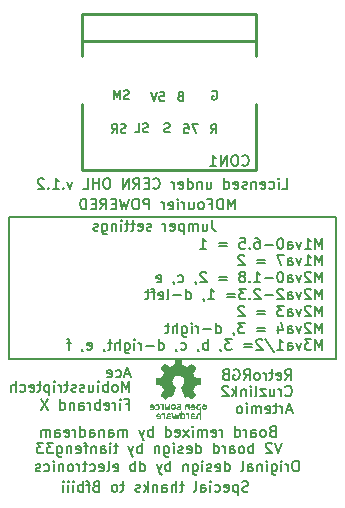
<source format=gbo>
G04 #@! TF.GenerationSoftware,KiCad,Pcbnew,9.0.1*
G04 #@! TF.CreationDate,2025-04-29T17:01:15-07:00*
G04 #@! TF.ProjectId,3bp v2.1,33627020-7632-42e3-912e-6b696361645f,rev?*
G04 #@! TF.SameCoordinates,Original*
G04 #@! TF.FileFunction,Legend,Bot*
G04 #@! TF.FilePolarity,Positive*
%FSLAX46Y46*%
G04 Gerber Fmt 4.6, Leading zero omitted, Abs format (unit mm)*
G04 Created by KiCad (PCBNEW 9.0.1) date 2025-04-29 17:01:15*
%MOMM*%
%LPD*%
G01*
G04 APERTURE LIST*
%ADD10C,0.152000*%
%ADD11C,0.203000*%
%ADD12C,0.178000*%
%ADD13C,0.254000*%
%ADD14C,0.000000*%
%ADD15C,1.626000*%
%ADD16C,3.150000*%
G04 APERTURE END LIST*
D10*
X147392000Y-113937698D02*
X147265000Y-113980032D01*
X147265000Y-113980032D02*
X147222666Y-114022365D01*
X147222666Y-114022365D02*
X147180333Y-114107032D01*
X147180333Y-114107032D02*
X147180333Y-114234032D01*
X147180333Y-114234032D02*
X147222666Y-114318698D01*
X147222666Y-114318698D02*
X147265000Y-114361032D01*
X147265000Y-114361032D02*
X147349666Y-114403365D01*
X147349666Y-114403365D02*
X147688333Y-114403365D01*
X147688333Y-114403365D02*
X147688333Y-113514365D01*
X147688333Y-113514365D02*
X147392000Y-113514365D01*
X147392000Y-113514365D02*
X147307333Y-113556698D01*
X147307333Y-113556698D02*
X147265000Y-113599032D01*
X147265000Y-113599032D02*
X147222666Y-113683698D01*
X147222666Y-113683698D02*
X147222666Y-113768365D01*
X147222666Y-113768365D02*
X147265000Y-113853032D01*
X147265000Y-113853032D02*
X147307333Y-113895365D01*
X147307333Y-113895365D02*
X147392000Y-113937698D01*
X147392000Y-113937698D02*
X147688333Y-113937698D01*
X146672333Y-114403365D02*
X146757000Y-114361032D01*
X146757000Y-114361032D02*
X146799333Y-114318698D01*
X146799333Y-114318698D02*
X146841666Y-114234032D01*
X146841666Y-114234032D02*
X146841666Y-113980032D01*
X146841666Y-113980032D02*
X146799333Y-113895365D01*
X146799333Y-113895365D02*
X146757000Y-113853032D01*
X146757000Y-113853032D02*
X146672333Y-113810698D01*
X146672333Y-113810698D02*
X146545333Y-113810698D01*
X146545333Y-113810698D02*
X146460666Y-113853032D01*
X146460666Y-113853032D02*
X146418333Y-113895365D01*
X146418333Y-113895365D02*
X146376000Y-113980032D01*
X146376000Y-113980032D02*
X146376000Y-114234032D01*
X146376000Y-114234032D02*
X146418333Y-114318698D01*
X146418333Y-114318698D02*
X146460666Y-114361032D01*
X146460666Y-114361032D02*
X146545333Y-114403365D01*
X146545333Y-114403365D02*
X146672333Y-114403365D01*
X145614000Y-114403365D02*
X145614000Y-113937698D01*
X145614000Y-113937698D02*
X145656333Y-113853032D01*
X145656333Y-113853032D02*
X145741000Y-113810698D01*
X145741000Y-113810698D02*
X145910333Y-113810698D01*
X145910333Y-113810698D02*
X145995000Y-113853032D01*
X145614000Y-114361032D02*
X145698667Y-114403365D01*
X145698667Y-114403365D02*
X145910333Y-114403365D01*
X145910333Y-114403365D02*
X145995000Y-114361032D01*
X145995000Y-114361032D02*
X146037333Y-114276365D01*
X146037333Y-114276365D02*
X146037333Y-114191698D01*
X146037333Y-114191698D02*
X145995000Y-114107032D01*
X145995000Y-114107032D02*
X145910333Y-114064698D01*
X145910333Y-114064698D02*
X145698667Y-114064698D01*
X145698667Y-114064698D02*
X145614000Y-114022365D01*
X145190667Y-114403365D02*
X145190667Y-113810698D01*
X145190667Y-113980032D02*
X145148334Y-113895365D01*
X145148334Y-113895365D02*
X145106000Y-113853032D01*
X145106000Y-113853032D02*
X145021334Y-113810698D01*
X145021334Y-113810698D02*
X144936667Y-113810698D01*
X144259334Y-114403365D02*
X144259334Y-113514365D01*
X144259334Y-114361032D02*
X144344001Y-114403365D01*
X144344001Y-114403365D02*
X144513334Y-114403365D01*
X144513334Y-114403365D02*
X144598001Y-114361032D01*
X144598001Y-114361032D02*
X144640334Y-114318698D01*
X144640334Y-114318698D02*
X144682667Y-114234032D01*
X144682667Y-114234032D02*
X144682667Y-113980032D01*
X144682667Y-113980032D02*
X144640334Y-113895365D01*
X144640334Y-113895365D02*
X144598001Y-113853032D01*
X144598001Y-113853032D02*
X144513334Y-113810698D01*
X144513334Y-113810698D02*
X144344001Y-113810698D01*
X144344001Y-113810698D02*
X144259334Y-113853032D01*
X143158668Y-114403365D02*
X143158668Y-113810698D01*
X143158668Y-113980032D02*
X143116335Y-113895365D01*
X143116335Y-113895365D02*
X143074001Y-113853032D01*
X143074001Y-113853032D02*
X142989335Y-113810698D01*
X142989335Y-113810698D02*
X142904668Y-113810698D01*
X142269668Y-114361032D02*
X142354335Y-114403365D01*
X142354335Y-114403365D02*
X142523668Y-114403365D01*
X142523668Y-114403365D02*
X142608335Y-114361032D01*
X142608335Y-114361032D02*
X142650668Y-114276365D01*
X142650668Y-114276365D02*
X142650668Y-113937698D01*
X142650668Y-113937698D02*
X142608335Y-113853032D01*
X142608335Y-113853032D02*
X142523668Y-113810698D01*
X142523668Y-113810698D02*
X142354335Y-113810698D01*
X142354335Y-113810698D02*
X142269668Y-113853032D01*
X142269668Y-113853032D02*
X142227335Y-113937698D01*
X142227335Y-113937698D02*
X142227335Y-114022365D01*
X142227335Y-114022365D02*
X142650668Y-114107032D01*
X141846335Y-114403365D02*
X141846335Y-113810698D01*
X141846335Y-113895365D02*
X141804002Y-113853032D01*
X141804002Y-113853032D02*
X141719335Y-113810698D01*
X141719335Y-113810698D02*
X141592335Y-113810698D01*
X141592335Y-113810698D02*
X141507668Y-113853032D01*
X141507668Y-113853032D02*
X141465335Y-113937698D01*
X141465335Y-113937698D02*
X141465335Y-114403365D01*
X141465335Y-113937698D02*
X141423002Y-113853032D01*
X141423002Y-113853032D02*
X141338335Y-113810698D01*
X141338335Y-113810698D02*
X141211335Y-113810698D01*
X141211335Y-113810698D02*
X141126668Y-113853032D01*
X141126668Y-113853032D02*
X141084335Y-113937698D01*
X141084335Y-113937698D02*
X141084335Y-114403365D01*
X140661002Y-114403365D02*
X140661002Y-113810698D01*
X140661002Y-113514365D02*
X140703335Y-113556698D01*
X140703335Y-113556698D02*
X140661002Y-113599032D01*
X140661002Y-113599032D02*
X140618669Y-113556698D01*
X140618669Y-113556698D02*
X140661002Y-113514365D01*
X140661002Y-113514365D02*
X140661002Y-113599032D01*
X140322336Y-114403365D02*
X139856669Y-113810698D01*
X140322336Y-113810698D02*
X139856669Y-114403365D01*
X139179335Y-114361032D02*
X139264002Y-114403365D01*
X139264002Y-114403365D02*
X139433335Y-114403365D01*
X139433335Y-114403365D02*
X139518002Y-114361032D01*
X139518002Y-114361032D02*
X139560335Y-114276365D01*
X139560335Y-114276365D02*
X139560335Y-113937698D01*
X139560335Y-113937698D02*
X139518002Y-113853032D01*
X139518002Y-113853032D02*
X139433335Y-113810698D01*
X139433335Y-113810698D02*
X139264002Y-113810698D01*
X139264002Y-113810698D02*
X139179335Y-113853032D01*
X139179335Y-113853032D02*
X139137002Y-113937698D01*
X139137002Y-113937698D02*
X139137002Y-114022365D01*
X139137002Y-114022365D02*
X139560335Y-114107032D01*
X138375002Y-114403365D02*
X138375002Y-113514365D01*
X138375002Y-114361032D02*
X138459669Y-114403365D01*
X138459669Y-114403365D02*
X138629002Y-114403365D01*
X138629002Y-114403365D02*
X138713669Y-114361032D01*
X138713669Y-114361032D02*
X138756002Y-114318698D01*
X138756002Y-114318698D02*
X138798335Y-114234032D01*
X138798335Y-114234032D02*
X138798335Y-113980032D01*
X138798335Y-113980032D02*
X138756002Y-113895365D01*
X138756002Y-113895365D02*
X138713669Y-113853032D01*
X138713669Y-113853032D02*
X138629002Y-113810698D01*
X138629002Y-113810698D02*
X138459669Y-113810698D01*
X138459669Y-113810698D02*
X138375002Y-113853032D01*
X137274336Y-114403365D02*
X137274336Y-113514365D01*
X137274336Y-113853032D02*
X137189669Y-113810698D01*
X137189669Y-113810698D02*
X137020336Y-113810698D01*
X137020336Y-113810698D02*
X136935669Y-113853032D01*
X136935669Y-113853032D02*
X136893336Y-113895365D01*
X136893336Y-113895365D02*
X136851003Y-113980032D01*
X136851003Y-113980032D02*
X136851003Y-114234032D01*
X136851003Y-114234032D02*
X136893336Y-114318698D01*
X136893336Y-114318698D02*
X136935669Y-114361032D01*
X136935669Y-114361032D02*
X137020336Y-114403365D01*
X137020336Y-114403365D02*
X137189669Y-114403365D01*
X137189669Y-114403365D02*
X137274336Y-114361032D01*
X136554670Y-113810698D02*
X136343003Y-114403365D01*
X136131336Y-113810698D02*
X136343003Y-114403365D01*
X136343003Y-114403365D02*
X136427670Y-114615032D01*
X136427670Y-114615032D02*
X136470003Y-114657365D01*
X136470003Y-114657365D02*
X136554670Y-114699698D01*
X135115337Y-114403365D02*
X135115337Y-113810698D01*
X135115337Y-113895365D02*
X135073004Y-113853032D01*
X135073004Y-113853032D02*
X134988337Y-113810698D01*
X134988337Y-113810698D02*
X134861337Y-113810698D01*
X134861337Y-113810698D02*
X134776670Y-113853032D01*
X134776670Y-113853032D02*
X134734337Y-113937698D01*
X134734337Y-113937698D02*
X134734337Y-114403365D01*
X134734337Y-113937698D02*
X134692004Y-113853032D01*
X134692004Y-113853032D02*
X134607337Y-113810698D01*
X134607337Y-113810698D02*
X134480337Y-113810698D01*
X134480337Y-113810698D02*
X134395670Y-113853032D01*
X134395670Y-113853032D02*
X134353337Y-113937698D01*
X134353337Y-113937698D02*
X134353337Y-114403365D01*
X133549004Y-114403365D02*
X133549004Y-113937698D01*
X133549004Y-113937698D02*
X133591337Y-113853032D01*
X133591337Y-113853032D02*
X133676004Y-113810698D01*
X133676004Y-113810698D02*
X133845337Y-113810698D01*
X133845337Y-113810698D02*
X133930004Y-113853032D01*
X133549004Y-114361032D02*
X133633671Y-114403365D01*
X133633671Y-114403365D02*
X133845337Y-114403365D01*
X133845337Y-114403365D02*
X133930004Y-114361032D01*
X133930004Y-114361032D02*
X133972337Y-114276365D01*
X133972337Y-114276365D02*
X133972337Y-114191698D01*
X133972337Y-114191698D02*
X133930004Y-114107032D01*
X133930004Y-114107032D02*
X133845337Y-114064698D01*
X133845337Y-114064698D02*
X133633671Y-114064698D01*
X133633671Y-114064698D02*
X133549004Y-114022365D01*
X133125671Y-113810698D02*
X133125671Y-114403365D01*
X133125671Y-113895365D02*
X133083338Y-113853032D01*
X133083338Y-113853032D02*
X132998671Y-113810698D01*
X132998671Y-113810698D02*
X132871671Y-113810698D01*
X132871671Y-113810698D02*
X132787004Y-113853032D01*
X132787004Y-113853032D02*
X132744671Y-113937698D01*
X132744671Y-113937698D02*
X132744671Y-114403365D01*
X131940338Y-114403365D02*
X131940338Y-113937698D01*
X131940338Y-113937698D02*
X131982671Y-113853032D01*
X131982671Y-113853032D02*
X132067338Y-113810698D01*
X132067338Y-113810698D02*
X132236671Y-113810698D01*
X132236671Y-113810698D02*
X132321338Y-113853032D01*
X131940338Y-114361032D02*
X132025005Y-114403365D01*
X132025005Y-114403365D02*
X132236671Y-114403365D01*
X132236671Y-114403365D02*
X132321338Y-114361032D01*
X132321338Y-114361032D02*
X132363671Y-114276365D01*
X132363671Y-114276365D02*
X132363671Y-114191698D01*
X132363671Y-114191698D02*
X132321338Y-114107032D01*
X132321338Y-114107032D02*
X132236671Y-114064698D01*
X132236671Y-114064698D02*
X132025005Y-114064698D01*
X132025005Y-114064698D02*
X131940338Y-114022365D01*
X131136005Y-114403365D02*
X131136005Y-113514365D01*
X131136005Y-114361032D02*
X131220672Y-114403365D01*
X131220672Y-114403365D02*
X131390005Y-114403365D01*
X131390005Y-114403365D02*
X131474672Y-114361032D01*
X131474672Y-114361032D02*
X131517005Y-114318698D01*
X131517005Y-114318698D02*
X131559338Y-114234032D01*
X131559338Y-114234032D02*
X131559338Y-113980032D01*
X131559338Y-113980032D02*
X131517005Y-113895365D01*
X131517005Y-113895365D02*
X131474672Y-113853032D01*
X131474672Y-113853032D02*
X131390005Y-113810698D01*
X131390005Y-113810698D02*
X131220672Y-113810698D01*
X131220672Y-113810698D02*
X131136005Y-113853032D01*
X130712672Y-114403365D02*
X130712672Y-113810698D01*
X130712672Y-113980032D02*
X130670339Y-113895365D01*
X130670339Y-113895365D02*
X130628005Y-113853032D01*
X130628005Y-113853032D02*
X130543339Y-113810698D01*
X130543339Y-113810698D02*
X130458672Y-113810698D01*
X129823672Y-114361032D02*
X129908339Y-114403365D01*
X129908339Y-114403365D02*
X130077672Y-114403365D01*
X130077672Y-114403365D02*
X130162339Y-114361032D01*
X130162339Y-114361032D02*
X130204672Y-114276365D01*
X130204672Y-114276365D02*
X130204672Y-113937698D01*
X130204672Y-113937698D02*
X130162339Y-113853032D01*
X130162339Y-113853032D02*
X130077672Y-113810698D01*
X130077672Y-113810698D02*
X129908339Y-113810698D01*
X129908339Y-113810698D02*
X129823672Y-113853032D01*
X129823672Y-113853032D02*
X129781339Y-113937698D01*
X129781339Y-113937698D02*
X129781339Y-114022365D01*
X129781339Y-114022365D02*
X130204672Y-114107032D01*
X129019339Y-114403365D02*
X129019339Y-113937698D01*
X129019339Y-113937698D02*
X129061672Y-113853032D01*
X129061672Y-113853032D02*
X129146339Y-113810698D01*
X129146339Y-113810698D02*
X129315672Y-113810698D01*
X129315672Y-113810698D02*
X129400339Y-113853032D01*
X129019339Y-114361032D02*
X129104006Y-114403365D01*
X129104006Y-114403365D02*
X129315672Y-114403365D01*
X129315672Y-114403365D02*
X129400339Y-114361032D01*
X129400339Y-114361032D02*
X129442672Y-114276365D01*
X129442672Y-114276365D02*
X129442672Y-114191698D01*
X129442672Y-114191698D02*
X129400339Y-114107032D01*
X129400339Y-114107032D02*
X129315672Y-114064698D01*
X129315672Y-114064698D02*
X129104006Y-114064698D01*
X129104006Y-114064698D02*
X129019339Y-114022365D01*
X128596006Y-114403365D02*
X128596006Y-113810698D01*
X128596006Y-113895365D02*
X128553673Y-113853032D01*
X128553673Y-113853032D02*
X128469006Y-113810698D01*
X128469006Y-113810698D02*
X128342006Y-113810698D01*
X128342006Y-113810698D02*
X128257339Y-113853032D01*
X128257339Y-113853032D02*
X128215006Y-113937698D01*
X128215006Y-113937698D02*
X128215006Y-114403365D01*
X128215006Y-113937698D02*
X128172673Y-113853032D01*
X128172673Y-113853032D02*
X128088006Y-113810698D01*
X128088006Y-113810698D02*
X127961006Y-113810698D01*
X127961006Y-113810698D02*
X127876339Y-113853032D01*
X127876339Y-113853032D02*
X127834006Y-113937698D01*
X127834006Y-113937698D02*
X127834006Y-114403365D01*
D11*
X148231448Y-93400713D02*
X148654781Y-93400713D01*
X148654781Y-93400713D02*
X148654781Y-92511713D01*
X147935114Y-93400713D02*
X147935114Y-92808046D01*
X147935114Y-92511713D02*
X147977447Y-92554046D01*
X147977447Y-92554046D02*
X147935114Y-92596380D01*
X147935114Y-92596380D02*
X147892781Y-92554046D01*
X147892781Y-92554046D02*
X147935114Y-92511713D01*
X147935114Y-92511713D02*
X147935114Y-92596380D01*
X147130781Y-93358380D02*
X147215448Y-93400713D01*
X147215448Y-93400713D02*
X147384781Y-93400713D01*
X147384781Y-93400713D02*
X147469448Y-93358380D01*
X147469448Y-93358380D02*
X147511781Y-93316046D01*
X147511781Y-93316046D02*
X147554114Y-93231380D01*
X147554114Y-93231380D02*
X147554114Y-92977380D01*
X147554114Y-92977380D02*
X147511781Y-92892713D01*
X147511781Y-92892713D02*
X147469448Y-92850380D01*
X147469448Y-92850380D02*
X147384781Y-92808046D01*
X147384781Y-92808046D02*
X147215448Y-92808046D01*
X147215448Y-92808046D02*
X147130781Y-92850380D01*
X146411114Y-93358380D02*
X146495781Y-93400713D01*
X146495781Y-93400713D02*
X146665114Y-93400713D01*
X146665114Y-93400713D02*
X146749781Y-93358380D01*
X146749781Y-93358380D02*
X146792114Y-93273713D01*
X146792114Y-93273713D02*
X146792114Y-92935046D01*
X146792114Y-92935046D02*
X146749781Y-92850380D01*
X146749781Y-92850380D02*
X146665114Y-92808046D01*
X146665114Y-92808046D02*
X146495781Y-92808046D01*
X146495781Y-92808046D02*
X146411114Y-92850380D01*
X146411114Y-92850380D02*
X146368781Y-92935046D01*
X146368781Y-92935046D02*
X146368781Y-93019713D01*
X146368781Y-93019713D02*
X146792114Y-93104380D01*
X145987781Y-92808046D02*
X145987781Y-93400713D01*
X145987781Y-92892713D02*
X145945448Y-92850380D01*
X145945448Y-92850380D02*
X145860781Y-92808046D01*
X145860781Y-92808046D02*
X145733781Y-92808046D01*
X145733781Y-92808046D02*
X145649114Y-92850380D01*
X145649114Y-92850380D02*
X145606781Y-92935046D01*
X145606781Y-92935046D02*
X145606781Y-93400713D01*
X145225781Y-93358380D02*
X145141115Y-93400713D01*
X145141115Y-93400713D02*
X144971781Y-93400713D01*
X144971781Y-93400713D02*
X144887115Y-93358380D01*
X144887115Y-93358380D02*
X144844781Y-93273713D01*
X144844781Y-93273713D02*
X144844781Y-93231380D01*
X144844781Y-93231380D02*
X144887115Y-93146713D01*
X144887115Y-93146713D02*
X144971781Y-93104380D01*
X144971781Y-93104380D02*
X145098781Y-93104380D01*
X145098781Y-93104380D02*
X145183448Y-93062046D01*
X145183448Y-93062046D02*
X145225781Y-92977380D01*
X145225781Y-92977380D02*
X145225781Y-92935046D01*
X145225781Y-92935046D02*
X145183448Y-92850380D01*
X145183448Y-92850380D02*
X145098781Y-92808046D01*
X145098781Y-92808046D02*
X144971781Y-92808046D01*
X144971781Y-92808046D02*
X144887115Y-92850380D01*
X144125114Y-93358380D02*
X144209781Y-93400713D01*
X144209781Y-93400713D02*
X144379114Y-93400713D01*
X144379114Y-93400713D02*
X144463781Y-93358380D01*
X144463781Y-93358380D02*
X144506114Y-93273713D01*
X144506114Y-93273713D02*
X144506114Y-92935046D01*
X144506114Y-92935046D02*
X144463781Y-92850380D01*
X144463781Y-92850380D02*
X144379114Y-92808046D01*
X144379114Y-92808046D02*
X144209781Y-92808046D01*
X144209781Y-92808046D02*
X144125114Y-92850380D01*
X144125114Y-92850380D02*
X144082781Y-92935046D01*
X144082781Y-92935046D02*
X144082781Y-93019713D01*
X144082781Y-93019713D02*
X144506114Y-93104380D01*
X143320781Y-93400713D02*
X143320781Y-92511713D01*
X143320781Y-93358380D02*
X143405448Y-93400713D01*
X143405448Y-93400713D02*
X143574781Y-93400713D01*
X143574781Y-93400713D02*
X143659448Y-93358380D01*
X143659448Y-93358380D02*
X143701781Y-93316046D01*
X143701781Y-93316046D02*
X143744114Y-93231380D01*
X143744114Y-93231380D02*
X143744114Y-92977380D01*
X143744114Y-92977380D02*
X143701781Y-92892713D01*
X143701781Y-92892713D02*
X143659448Y-92850380D01*
X143659448Y-92850380D02*
X143574781Y-92808046D01*
X143574781Y-92808046D02*
X143405448Y-92808046D01*
X143405448Y-92808046D02*
X143320781Y-92850380D01*
X141839115Y-92808046D02*
X141839115Y-93400713D01*
X142220115Y-92808046D02*
X142220115Y-93273713D01*
X142220115Y-93273713D02*
X142177782Y-93358380D01*
X142177782Y-93358380D02*
X142093115Y-93400713D01*
X142093115Y-93400713D02*
X141966115Y-93400713D01*
X141966115Y-93400713D02*
X141881448Y-93358380D01*
X141881448Y-93358380D02*
X141839115Y-93316046D01*
X141415782Y-92808046D02*
X141415782Y-93400713D01*
X141415782Y-92892713D02*
X141373449Y-92850380D01*
X141373449Y-92850380D02*
X141288782Y-92808046D01*
X141288782Y-92808046D02*
X141161782Y-92808046D01*
X141161782Y-92808046D02*
X141077115Y-92850380D01*
X141077115Y-92850380D02*
X141034782Y-92935046D01*
X141034782Y-92935046D02*
X141034782Y-93400713D01*
X140230449Y-93400713D02*
X140230449Y-92511713D01*
X140230449Y-93358380D02*
X140315116Y-93400713D01*
X140315116Y-93400713D02*
X140484449Y-93400713D01*
X140484449Y-93400713D02*
X140569116Y-93358380D01*
X140569116Y-93358380D02*
X140611449Y-93316046D01*
X140611449Y-93316046D02*
X140653782Y-93231380D01*
X140653782Y-93231380D02*
X140653782Y-92977380D01*
X140653782Y-92977380D02*
X140611449Y-92892713D01*
X140611449Y-92892713D02*
X140569116Y-92850380D01*
X140569116Y-92850380D02*
X140484449Y-92808046D01*
X140484449Y-92808046D02*
X140315116Y-92808046D01*
X140315116Y-92808046D02*
X140230449Y-92850380D01*
X139468449Y-93358380D02*
X139553116Y-93400713D01*
X139553116Y-93400713D02*
X139722449Y-93400713D01*
X139722449Y-93400713D02*
X139807116Y-93358380D01*
X139807116Y-93358380D02*
X139849449Y-93273713D01*
X139849449Y-93273713D02*
X139849449Y-92935046D01*
X139849449Y-92935046D02*
X139807116Y-92850380D01*
X139807116Y-92850380D02*
X139722449Y-92808046D01*
X139722449Y-92808046D02*
X139553116Y-92808046D01*
X139553116Y-92808046D02*
X139468449Y-92850380D01*
X139468449Y-92850380D02*
X139426116Y-92935046D01*
X139426116Y-92935046D02*
X139426116Y-93019713D01*
X139426116Y-93019713D02*
X139849449Y-93104380D01*
X139045116Y-93400713D02*
X139045116Y-92808046D01*
X139045116Y-92977380D02*
X139002783Y-92892713D01*
X139002783Y-92892713D02*
X138960449Y-92850380D01*
X138960449Y-92850380D02*
X138875783Y-92808046D01*
X138875783Y-92808046D02*
X138791116Y-92808046D01*
X137309450Y-93316046D02*
X137351783Y-93358380D01*
X137351783Y-93358380D02*
X137478783Y-93400713D01*
X137478783Y-93400713D02*
X137563450Y-93400713D01*
X137563450Y-93400713D02*
X137690450Y-93358380D01*
X137690450Y-93358380D02*
X137775117Y-93273713D01*
X137775117Y-93273713D02*
X137817450Y-93189046D01*
X137817450Y-93189046D02*
X137859783Y-93019713D01*
X137859783Y-93019713D02*
X137859783Y-92892713D01*
X137859783Y-92892713D02*
X137817450Y-92723380D01*
X137817450Y-92723380D02*
X137775117Y-92638713D01*
X137775117Y-92638713D02*
X137690450Y-92554046D01*
X137690450Y-92554046D02*
X137563450Y-92511713D01*
X137563450Y-92511713D02*
X137478783Y-92511713D01*
X137478783Y-92511713D02*
X137351783Y-92554046D01*
X137351783Y-92554046D02*
X137309450Y-92596380D01*
X136928450Y-92935046D02*
X136632117Y-92935046D01*
X136505117Y-93400713D02*
X136928450Y-93400713D01*
X136928450Y-93400713D02*
X136928450Y-92511713D01*
X136928450Y-92511713D02*
X136505117Y-92511713D01*
X135616117Y-93400713D02*
X135912450Y-92977380D01*
X136124117Y-93400713D02*
X136124117Y-92511713D01*
X136124117Y-92511713D02*
X135785450Y-92511713D01*
X135785450Y-92511713D02*
X135700784Y-92554046D01*
X135700784Y-92554046D02*
X135658450Y-92596380D01*
X135658450Y-92596380D02*
X135616117Y-92681046D01*
X135616117Y-92681046D02*
X135616117Y-92808046D01*
X135616117Y-92808046D02*
X135658450Y-92892713D01*
X135658450Y-92892713D02*
X135700784Y-92935046D01*
X135700784Y-92935046D02*
X135785450Y-92977380D01*
X135785450Y-92977380D02*
X136124117Y-92977380D01*
X135235117Y-93400713D02*
X135235117Y-92511713D01*
X135235117Y-92511713D02*
X134727117Y-93400713D01*
X134727117Y-93400713D02*
X134727117Y-92511713D01*
X133457118Y-92511713D02*
X133287784Y-92511713D01*
X133287784Y-92511713D02*
X133203118Y-92554046D01*
X133203118Y-92554046D02*
X133118451Y-92638713D01*
X133118451Y-92638713D02*
X133076118Y-92808046D01*
X133076118Y-92808046D02*
X133076118Y-93104380D01*
X133076118Y-93104380D02*
X133118451Y-93273713D01*
X133118451Y-93273713D02*
X133203118Y-93358380D01*
X133203118Y-93358380D02*
X133287784Y-93400713D01*
X133287784Y-93400713D02*
X133457118Y-93400713D01*
X133457118Y-93400713D02*
X133541784Y-93358380D01*
X133541784Y-93358380D02*
X133626451Y-93273713D01*
X133626451Y-93273713D02*
X133668784Y-93104380D01*
X133668784Y-93104380D02*
X133668784Y-92808046D01*
X133668784Y-92808046D02*
X133626451Y-92638713D01*
X133626451Y-92638713D02*
X133541784Y-92554046D01*
X133541784Y-92554046D02*
X133457118Y-92511713D01*
X132695118Y-93400713D02*
X132695118Y-92511713D01*
X132695118Y-92935046D02*
X132187118Y-92935046D01*
X132187118Y-93400713D02*
X132187118Y-92511713D01*
X131340452Y-93400713D02*
X131763785Y-93400713D01*
X131763785Y-93400713D02*
X131763785Y-92511713D01*
X130451452Y-92808046D02*
X130239785Y-93400713D01*
X130239785Y-93400713D02*
X130028118Y-92808046D01*
X129689452Y-93316046D02*
X129647119Y-93358380D01*
X129647119Y-93358380D02*
X129689452Y-93400713D01*
X129689452Y-93400713D02*
X129731785Y-93358380D01*
X129731785Y-93358380D02*
X129689452Y-93316046D01*
X129689452Y-93316046D02*
X129689452Y-93400713D01*
X128800452Y-93400713D02*
X129308452Y-93400713D01*
X129054452Y-93400713D02*
X129054452Y-92511713D01*
X129054452Y-92511713D02*
X129139119Y-92638713D01*
X129139119Y-92638713D02*
X129223786Y-92723380D01*
X129223786Y-92723380D02*
X129308452Y-92765713D01*
X128419452Y-93316046D02*
X128377119Y-93358380D01*
X128377119Y-93358380D02*
X128419452Y-93400713D01*
X128419452Y-93400713D02*
X128461785Y-93358380D01*
X128461785Y-93358380D02*
X128419452Y-93316046D01*
X128419452Y-93316046D02*
X128419452Y-93400713D01*
X128038452Y-92596380D02*
X127996119Y-92554046D01*
X127996119Y-92554046D02*
X127911452Y-92511713D01*
X127911452Y-92511713D02*
X127699786Y-92511713D01*
X127699786Y-92511713D02*
X127615119Y-92554046D01*
X127615119Y-92554046D02*
X127572786Y-92596380D01*
X127572786Y-92596380D02*
X127530452Y-92681046D01*
X127530452Y-92681046D02*
X127530452Y-92765713D01*
X127530452Y-92765713D02*
X127572786Y-92892713D01*
X127572786Y-92892713D02*
X128080786Y-93400713D01*
X128080786Y-93400713D02*
X127530452Y-93400713D01*
D12*
X152154000Y-95770000D02*
X152776000Y-95770000D01*
X125128000Y-95757000D02*
X152052000Y-95770000D01*
X152776000Y-107797000D02*
X125128000Y-107797000D01*
X125128000Y-107797000D02*
X125128000Y-95770000D01*
X152776000Y-95770000D02*
X152776000Y-107797000D01*
X152001000Y-95770000D02*
X152154000Y-95770000D01*
D10*
X142316428Y-85137897D02*
X142389000Y-85101611D01*
X142389000Y-85101611D02*
X142497857Y-85101611D01*
X142497857Y-85101611D02*
X142606714Y-85137897D01*
X142606714Y-85137897D02*
X142679285Y-85210468D01*
X142679285Y-85210468D02*
X142715571Y-85283040D01*
X142715571Y-85283040D02*
X142751857Y-85428183D01*
X142751857Y-85428183D02*
X142751857Y-85537040D01*
X142751857Y-85537040D02*
X142715571Y-85682183D01*
X142715571Y-85682183D02*
X142679285Y-85754754D01*
X142679285Y-85754754D02*
X142606714Y-85827326D01*
X142606714Y-85827326D02*
X142497857Y-85863611D01*
X142497857Y-85863611D02*
X142425285Y-85863611D01*
X142425285Y-85863611D02*
X142316428Y-85827326D01*
X142316428Y-85827326D02*
X142280142Y-85791040D01*
X142280142Y-85791040D02*
X142280142Y-85537040D01*
X142280142Y-85537040D02*
X142425285Y-85537040D01*
X135323666Y-109102365D02*
X134900333Y-109102365D01*
X135408333Y-109356365D02*
X135112000Y-108467365D01*
X135112000Y-108467365D02*
X134815666Y-109356365D01*
X134138333Y-109314032D02*
X134223000Y-109356365D01*
X134223000Y-109356365D02*
X134392333Y-109356365D01*
X134392333Y-109356365D02*
X134477000Y-109314032D01*
X134477000Y-109314032D02*
X134519333Y-109271698D01*
X134519333Y-109271698D02*
X134561666Y-109187032D01*
X134561666Y-109187032D02*
X134561666Y-108933032D01*
X134561666Y-108933032D02*
X134519333Y-108848365D01*
X134519333Y-108848365D02*
X134477000Y-108806032D01*
X134477000Y-108806032D02*
X134392333Y-108763698D01*
X134392333Y-108763698D02*
X134223000Y-108763698D01*
X134223000Y-108763698D02*
X134138333Y-108806032D01*
X133418666Y-109314032D02*
X133503333Y-109356365D01*
X133503333Y-109356365D02*
X133672666Y-109356365D01*
X133672666Y-109356365D02*
X133757333Y-109314032D01*
X133757333Y-109314032D02*
X133799666Y-109229365D01*
X133799666Y-109229365D02*
X133799666Y-108890698D01*
X133799666Y-108890698D02*
X133757333Y-108806032D01*
X133757333Y-108806032D02*
X133672666Y-108763698D01*
X133672666Y-108763698D02*
X133503333Y-108763698D01*
X133503333Y-108763698D02*
X133418666Y-108806032D01*
X133418666Y-108806032D02*
X133376333Y-108890698D01*
X133376333Y-108890698D02*
X133376333Y-108975365D01*
X133376333Y-108975365D02*
X133799666Y-109060032D01*
X136884857Y-88570326D02*
X136776000Y-88606611D01*
X136776000Y-88606611D02*
X136594571Y-88606611D01*
X136594571Y-88606611D02*
X136522000Y-88570326D01*
X136522000Y-88570326D02*
X136485714Y-88534040D01*
X136485714Y-88534040D02*
X136449428Y-88461468D01*
X136449428Y-88461468D02*
X136449428Y-88388897D01*
X136449428Y-88388897D02*
X136485714Y-88316326D01*
X136485714Y-88316326D02*
X136522000Y-88280040D01*
X136522000Y-88280040D02*
X136594571Y-88243754D01*
X136594571Y-88243754D02*
X136739714Y-88207468D01*
X136739714Y-88207468D02*
X136812285Y-88171183D01*
X136812285Y-88171183D02*
X136848571Y-88134897D01*
X136848571Y-88134897D02*
X136884857Y-88062326D01*
X136884857Y-88062326D02*
X136884857Y-87989754D01*
X136884857Y-87989754D02*
X136848571Y-87917183D01*
X136848571Y-87917183D02*
X136812285Y-87880897D01*
X136812285Y-87880897D02*
X136739714Y-87844611D01*
X136739714Y-87844611D02*
X136558285Y-87844611D01*
X136558285Y-87844611D02*
X136449428Y-87880897D01*
X135760000Y-88606611D02*
X136122857Y-88606611D01*
X136122857Y-88606611D02*
X136122857Y-87844611D01*
X151635333Y-98469645D02*
X151635333Y-97580645D01*
X151635333Y-97580645D02*
X151339000Y-98215645D01*
X151339000Y-98215645D02*
X151042666Y-97580645D01*
X151042666Y-97580645D02*
X151042666Y-98469645D01*
X150153666Y-98469645D02*
X150661666Y-98469645D01*
X150407666Y-98469645D02*
X150407666Y-97580645D01*
X150407666Y-97580645D02*
X150492333Y-97707645D01*
X150492333Y-97707645D02*
X150577000Y-97792312D01*
X150577000Y-97792312D02*
X150661666Y-97834645D01*
X149857333Y-97876978D02*
X149645666Y-98469645D01*
X149645666Y-98469645D02*
X149433999Y-97876978D01*
X148714333Y-98469645D02*
X148714333Y-98003978D01*
X148714333Y-98003978D02*
X148756666Y-97919312D01*
X148756666Y-97919312D02*
X148841333Y-97876978D01*
X148841333Y-97876978D02*
X149010666Y-97876978D01*
X149010666Y-97876978D02*
X149095333Y-97919312D01*
X148714333Y-98427312D02*
X148799000Y-98469645D01*
X148799000Y-98469645D02*
X149010666Y-98469645D01*
X149010666Y-98469645D02*
X149095333Y-98427312D01*
X149095333Y-98427312D02*
X149137666Y-98342645D01*
X149137666Y-98342645D02*
X149137666Y-98257978D01*
X149137666Y-98257978D02*
X149095333Y-98173312D01*
X149095333Y-98173312D02*
X149010666Y-98130978D01*
X149010666Y-98130978D02*
X148799000Y-98130978D01*
X148799000Y-98130978D02*
X148714333Y-98088645D01*
X148121667Y-97580645D02*
X148037000Y-97580645D01*
X148037000Y-97580645D02*
X147952333Y-97622978D01*
X147952333Y-97622978D02*
X147910000Y-97665312D01*
X147910000Y-97665312D02*
X147867667Y-97749978D01*
X147867667Y-97749978D02*
X147825333Y-97919312D01*
X147825333Y-97919312D02*
X147825333Y-98130978D01*
X147825333Y-98130978D02*
X147867667Y-98300312D01*
X147867667Y-98300312D02*
X147910000Y-98384978D01*
X147910000Y-98384978D02*
X147952333Y-98427312D01*
X147952333Y-98427312D02*
X148037000Y-98469645D01*
X148037000Y-98469645D02*
X148121667Y-98469645D01*
X148121667Y-98469645D02*
X148206333Y-98427312D01*
X148206333Y-98427312D02*
X148248667Y-98384978D01*
X148248667Y-98384978D02*
X148291000Y-98300312D01*
X148291000Y-98300312D02*
X148333333Y-98130978D01*
X148333333Y-98130978D02*
X148333333Y-97919312D01*
X148333333Y-97919312D02*
X148291000Y-97749978D01*
X148291000Y-97749978D02*
X148248667Y-97665312D01*
X148248667Y-97665312D02*
X148206333Y-97622978D01*
X148206333Y-97622978D02*
X148121667Y-97580645D01*
X147444333Y-98130978D02*
X146767000Y-98130978D01*
X145962666Y-97580645D02*
X146131999Y-97580645D01*
X146131999Y-97580645D02*
X146216666Y-97622978D01*
X146216666Y-97622978D02*
X146258999Y-97665312D01*
X146258999Y-97665312D02*
X146343666Y-97792312D01*
X146343666Y-97792312D02*
X146385999Y-97961645D01*
X146385999Y-97961645D02*
X146385999Y-98300312D01*
X146385999Y-98300312D02*
X146343666Y-98384978D01*
X146343666Y-98384978D02*
X146301333Y-98427312D01*
X146301333Y-98427312D02*
X146216666Y-98469645D01*
X146216666Y-98469645D02*
X146047333Y-98469645D01*
X146047333Y-98469645D02*
X145962666Y-98427312D01*
X145962666Y-98427312D02*
X145920333Y-98384978D01*
X145920333Y-98384978D02*
X145877999Y-98300312D01*
X145877999Y-98300312D02*
X145877999Y-98088645D01*
X145877999Y-98088645D02*
X145920333Y-98003978D01*
X145920333Y-98003978D02*
X145962666Y-97961645D01*
X145962666Y-97961645D02*
X146047333Y-97919312D01*
X146047333Y-97919312D02*
X146216666Y-97919312D01*
X146216666Y-97919312D02*
X146301333Y-97961645D01*
X146301333Y-97961645D02*
X146343666Y-98003978D01*
X146343666Y-98003978D02*
X146385999Y-98088645D01*
X145496999Y-98384978D02*
X145454666Y-98427312D01*
X145454666Y-98427312D02*
X145496999Y-98469645D01*
X145496999Y-98469645D02*
X145539332Y-98427312D01*
X145539332Y-98427312D02*
X145496999Y-98384978D01*
X145496999Y-98384978D02*
X145496999Y-98469645D01*
X144650333Y-97580645D02*
X145073666Y-97580645D01*
X145073666Y-97580645D02*
X145115999Y-98003978D01*
X145115999Y-98003978D02*
X145073666Y-97961645D01*
X145073666Y-97961645D02*
X144988999Y-97919312D01*
X144988999Y-97919312D02*
X144777333Y-97919312D01*
X144777333Y-97919312D02*
X144692666Y-97961645D01*
X144692666Y-97961645D02*
X144650333Y-98003978D01*
X144650333Y-98003978D02*
X144607999Y-98088645D01*
X144607999Y-98088645D02*
X144607999Y-98300312D01*
X144607999Y-98300312D02*
X144650333Y-98384978D01*
X144650333Y-98384978D02*
X144692666Y-98427312D01*
X144692666Y-98427312D02*
X144777333Y-98469645D01*
X144777333Y-98469645D02*
X144988999Y-98469645D01*
X144988999Y-98469645D02*
X145073666Y-98427312D01*
X145073666Y-98427312D02*
X145115999Y-98384978D01*
X143549666Y-98003978D02*
X142872333Y-98003978D01*
X142872333Y-98257978D02*
X143549666Y-98257978D01*
X141305999Y-98469645D02*
X141813999Y-98469645D01*
X141559999Y-98469645D02*
X141559999Y-97580645D01*
X141559999Y-97580645D02*
X141644666Y-97707645D01*
X141644666Y-97707645D02*
X141729333Y-97792312D01*
X141729333Y-97792312D02*
X141813999Y-97834645D01*
X151635333Y-99900885D02*
X151635333Y-99011885D01*
X151635333Y-99011885D02*
X151339000Y-99646885D01*
X151339000Y-99646885D02*
X151042666Y-99011885D01*
X151042666Y-99011885D02*
X151042666Y-99900885D01*
X150153666Y-99900885D02*
X150661666Y-99900885D01*
X150407666Y-99900885D02*
X150407666Y-99011885D01*
X150407666Y-99011885D02*
X150492333Y-99138885D01*
X150492333Y-99138885D02*
X150577000Y-99223552D01*
X150577000Y-99223552D02*
X150661666Y-99265885D01*
X149857333Y-99308218D02*
X149645666Y-99900885D01*
X149645666Y-99900885D02*
X149433999Y-99308218D01*
X148714333Y-99900885D02*
X148714333Y-99435218D01*
X148714333Y-99435218D02*
X148756666Y-99350552D01*
X148756666Y-99350552D02*
X148841333Y-99308218D01*
X148841333Y-99308218D02*
X149010666Y-99308218D01*
X149010666Y-99308218D02*
X149095333Y-99350552D01*
X148714333Y-99858552D02*
X148799000Y-99900885D01*
X148799000Y-99900885D02*
X149010666Y-99900885D01*
X149010666Y-99900885D02*
X149095333Y-99858552D01*
X149095333Y-99858552D02*
X149137666Y-99773885D01*
X149137666Y-99773885D02*
X149137666Y-99689218D01*
X149137666Y-99689218D02*
X149095333Y-99604552D01*
X149095333Y-99604552D02*
X149010666Y-99562218D01*
X149010666Y-99562218D02*
X148799000Y-99562218D01*
X148799000Y-99562218D02*
X148714333Y-99519885D01*
X148375667Y-99011885D02*
X147783000Y-99011885D01*
X147783000Y-99011885D02*
X148164000Y-99900885D01*
X146767000Y-99435218D02*
X146089667Y-99435218D01*
X146089667Y-99689218D02*
X146767000Y-99689218D01*
X145031333Y-99096552D02*
X144989000Y-99054218D01*
X144989000Y-99054218D02*
X144904333Y-99011885D01*
X144904333Y-99011885D02*
X144692667Y-99011885D01*
X144692667Y-99011885D02*
X144608000Y-99054218D01*
X144608000Y-99054218D02*
X144565667Y-99096552D01*
X144565667Y-99096552D02*
X144523333Y-99181218D01*
X144523333Y-99181218D02*
X144523333Y-99265885D01*
X144523333Y-99265885D02*
X144565667Y-99392885D01*
X144565667Y-99392885D02*
X145073667Y-99900885D01*
X145073667Y-99900885D02*
X144523333Y-99900885D01*
X151635333Y-101332125D02*
X151635333Y-100443125D01*
X151635333Y-100443125D02*
X151339000Y-101078125D01*
X151339000Y-101078125D02*
X151042666Y-100443125D01*
X151042666Y-100443125D02*
X151042666Y-101332125D01*
X150661666Y-100527792D02*
X150619333Y-100485458D01*
X150619333Y-100485458D02*
X150534666Y-100443125D01*
X150534666Y-100443125D02*
X150323000Y-100443125D01*
X150323000Y-100443125D02*
X150238333Y-100485458D01*
X150238333Y-100485458D02*
X150196000Y-100527792D01*
X150196000Y-100527792D02*
X150153666Y-100612458D01*
X150153666Y-100612458D02*
X150153666Y-100697125D01*
X150153666Y-100697125D02*
X150196000Y-100824125D01*
X150196000Y-100824125D02*
X150704000Y-101332125D01*
X150704000Y-101332125D02*
X150153666Y-101332125D01*
X149857333Y-100739458D02*
X149645666Y-101332125D01*
X149645666Y-101332125D02*
X149433999Y-100739458D01*
X148714333Y-101332125D02*
X148714333Y-100866458D01*
X148714333Y-100866458D02*
X148756666Y-100781792D01*
X148756666Y-100781792D02*
X148841333Y-100739458D01*
X148841333Y-100739458D02*
X149010666Y-100739458D01*
X149010666Y-100739458D02*
X149095333Y-100781792D01*
X148714333Y-101289792D02*
X148799000Y-101332125D01*
X148799000Y-101332125D02*
X149010666Y-101332125D01*
X149010666Y-101332125D02*
X149095333Y-101289792D01*
X149095333Y-101289792D02*
X149137666Y-101205125D01*
X149137666Y-101205125D02*
X149137666Y-101120458D01*
X149137666Y-101120458D02*
X149095333Y-101035792D01*
X149095333Y-101035792D02*
X149010666Y-100993458D01*
X149010666Y-100993458D02*
X148799000Y-100993458D01*
X148799000Y-100993458D02*
X148714333Y-100951125D01*
X148121667Y-100443125D02*
X148037000Y-100443125D01*
X148037000Y-100443125D02*
X147952333Y-100485458D01*
X147952333Y-100485458D02*
X147910000Y-100527792D01*
X147910000Y-100527792D02*
X147867667Y-100612458D01*
X147867667Y-100612458D02*
X147825333Y-100781792D01*
X147825333Y-100781792D02*
X147825333Y-100993458D01*
X147825333Y-100993458D02*
X147867667Y-101162792D01*
X147867667Y-101162792D02*
X147910000Y-101247458D01*
X147910000Y-101247458D02*
X147952333Y-101289792D01*
X147952333Y-101289792D02*
X148037000Y-101332125D01*
X148037000Y-101332125D02*
X148121667Y-101332125D01*
X148121667Y-101332125D02*
X148206333Y-101289792D01*
X148206333Y-101289792D02*
X148248667Y-101247458D01*
X148248667Y-101247458D02*
X148291000Y-101162792D01*
X148291000Y-101162792D02*
X148333333Y-100993458D01*
X148333333Y-100993458D02*
X148333333Y-100781792D01*
X148333333Y-100781792D02*
X148291000Y-100612458D01*
X148291000Y-100612458D02*
X148248667Y-100527792D01*
X148248667Y-100527792D02*
X148206333Y-100485458D01*
X148206333Y-100485458D02*
X148121667Y-100443125D01*
X147444333Y-100993458D02*
X146767000Y-100993458D01*
X145877999Y-101332125D02*
X146385999Y-101332125D01*
X146131999Y-101332125D02*
X146131999Y-100443125D01*
X146131999Y-100443125D02*
X146216666Y-100570125D01*
X146216666Y-100570125D02*
X146301333Y-100654792D01*
X146301333Y-100654792D02*
X146385999Y-100697125D01*
X145496999Y-101247458D02*
X145454666Y-101289792D01*
X145454666Y-101289792D02*
X145496999Y-101332125D01*
X145496999Y-101332125D02*
X145539332Y-101289792D01*
X145539332Y-101289792D02*
X145496999Y-101247458D01*
X145496999Y-101247458D02*
X145496999Y-101332125D01*
X144946666Y-100824125D02*
X145031333Y-100781792D01*
X145031333Y-100781792D02*
X145073666Y-100739458D01*
X145073666Y-100739458D02*
X145115999Y-100654792D01*
X145115999Y-100654792D02*
X145115999Y-100612458D01*
X145115999Y-100612458D02*
X145073666Y-100527792D01*
X145073666Y-100527792D02*
X145031333Y-100485458D01*
X145031333Y-100485458D02*
X144946666Y-100443125D01*
X144946666Y-100443125D02*
X144777333Y-100443125D01*
X144777333Y-100443125D02*
X144692666Y-100485458D01*
X144692666Y-100485458D02*
X144650333Y-100527792D01*
X144650333Y-100527792D02*
X144607999Y-100612458D01*
X144607999Y-100612458D02*
X144607999Y-100654792D01*
X144607999Y-100654792D02*
X144650333Y-100739458D01*
X144650333Y-100739458D02*
X144692666Y-100781792D01*
X144692666Y-100781792D02*
X144777333Y-100824125D01*
X144777333Y-100824125D02*
X144946666Y-100824125D01*
X144946666Y-100824125D02*
X145031333Y-100866458D01*
X145031333Y-100866458D02*
X145073666Y-100908792D01*
X145073666Y-100908792D02*
X145115999Y-100993458D01*
X145115999Y-100993458D02*
X145115999Y-101162792D01*
X145115999Y-101162792D02*
X145073666Y-101247458D01*
X145073666Y-101247458D02*
X145031333Y-101289792D01*
X145031333Y-101289792D02*
X144946666Y-101332125D01*
X144946666Y-101332125D02*
X144777333Y-101332125D01*
X144777333Y-101332125D02*
X144692666Y-101289792D01*
X144692666Y-101289792D02*
X144650333Y-101247458D01*
X144650333Y-101247458D02*
X144607999Y-101162792D01*
X144607999Y-101162792D02*
X144607999Y-100993458D01*
X144607999Y-100993458D02*
X144650333Y-100908792D01*
X144650333Y-100908792D02*
X144692666Y-100866458D01*
X144692666Y-100866458D02*
X144777333Y-100824125D01*
X143549666Y-100866458D02*
X142872333Y-100866458D01*
X142872333Y-101120458D02*
X143549666Y-101120458D01*
X141813999Y-100527792D02*
X141771666Y-100485458D01*
X141771666Y-100485458D02*
X141686999Y-100443125D01*
X141686999Y-100443125D02*
X141475333Y-100443125D01*
X141475333Y-100443125D02*
X141390666Y-100485458D01*
X141390666Y-100485458D02*
X141348333Y-100527792D01*
X141348333Y-100527792D02*
X141305999Y-100612458D01*
X141305999Y-100612458D02*
X141305999Y-100697125D01*
X141305999Y-100697125D02*
X141348333Y-100824125D01*
X141348333Y-100824125D02*
X141856333Y-101332125D01*
X141856333Y-101332125D02*
X141305999Y-101332125D01*
X140882666Y-101289792D02*
X140882666Y-101332125D01*
X140882666Y-101332125D02*
X140924999Y-101416792D01*
X140924999Y-101416792D02*
X140967332Y-101459125D01*
X139443333Y-101289792D02*
X139528000Y-101332125D01*
X139528000Y-101332125D02*
X139697333Y-101332125D01*
X139697333Y-101332125D02*
X139782000Y-101289792D01*
X139782000Y-101289792D02*
X139824333Y-101247458D01*
X139824333Y-101247458D02*
X139866666Y-101162792D01*
X139866666Y-101162792D02*
X139866666Y-100908792D01*
X139866666Y-100908792D02*
X139824333Y-100824125D01*
X139824333Y-100824125D02*
X139782000Y-100781792D01*
X139782000Y-100781792D02*
X139697333Y-100739458D01*
X139697333Y-100739458D02*
X139528000Y-100739458D01*
X139528000Y-100739458D02*
X139443333Y-100781792D01*
X139020000Y-101289792D02*
X139020000Y-101332125D01*
X139020000Y-101332125D02*
X139062333Y-101416792D01*
X139062333Y-101416792D02*
X139104666Y-101459125D01*
X137623000Y-101289792D02*
X137707667Y-101332125D01*
X137707667Y-101332125D02*
X137877000Y-101332125D01*
X137877000Y-101332125D02*
X137961667Y-101289792D01*
X137961667Y-101289792D02*
X138004000Y-101205125D01*
X138004000Y-101205125D02*
X138004000Y-100866458D01*
X138004000Y-100866458D02*
X137961667Y-100781792D01*
X137961667Y-100781792D02*
X137877000Y-100739458D01*
X137877000Y-100739458D02*
X137707667Y-100739458D01*
X137707667Y-100739458D02*
X137623000Y-100781792D01*
X137623000Y-100781792D02*
X137580667Y-100866458D01*
X137580667Y-100866458D02*
X137580667Y-100951125D01*
X137580667Y-100951125D02*
X138004000Y-101035792D01*
X151635333Y-102763365D02*
X151635333Y-101874365D01*
X151635333Y-101874365D02*
X151339000Y-102509365D01*
X151339000Y-102509365D02*
X151042666Y-101874365D01*
X151042666Y-101874365D02*
X151042666Y-102763365D01*
X150661666Y-101959032D02*
X150619333Y-101916698D01*
X150619333Y-101916698D02*
X150534666Y-101874365D01*
X150534666Y-101874365D02*
X150323000Y-101874365D01*
X150323000Y-101874365D02*
X150238333Y-101916698D01*
X150238333Y-101916698D02*
X150196000Y-101959032D01*
X150196000Y-101959032D02*
X150153666Y-102043698D01*
X150153666Y-102043698D02*
X150153666Y-102128365D01*
X150153666Y-102128365D02*
X150196000Y-102255365D01*
X150196000Y-102255365D02*
X150704000Y-102763365D01*
X150704000Y-102763365D02*
X150153666Y-102763365D01*
X149857333Y-102170698D02*
X149645666Y-102763365D01*
X149645666Y-102763365D02*
X149433999Y-102170698D01*
X148714333Y-102763365D02*
X148714333Y-102297698D01*
X148714333Y-102297698D02*
X148756666Y-102213032D01*
X148756666Y-102213032D02*
X148841333Y-102170698D01*
X148841333Y-102170698D02*
X149010666Y-102170698D01*
X149010666Y-102170698D02*
X149095333Y-102213032D01*
X148714333Y-102721032D02*
X148799000Y-102763365D01*
X148799000Y-102763365D02*
X149010666Y-102763365D01*
X149010666Y-102763365D02*
X149095333Y-102721032D01*
X149095333Y-102721032D02*
X149137666Y-102636365D01*
X149137666Y-102636365D02*
X149137666Y-102551698D01*
X149137666Y-102551698D02*
X149095333Y-102467032D01*
X149095333Y-102467032D02*
X149010666Y-102424698D01*
X149010666Y-102424698D02*
X148799000Y-102424698D01*
X148799000Y-102424698D02*
X148714333Y-102382365D01*
X148333333Y-101959032D02*
X148291000Y-101916698D01*
X148291000Y-101916698D02*
X148206333Y-101874365D01*
X148206333Y-101874365D02*
X147994667Y-101874365D01*
X147994667Y-101874365D02*
X147910000Y-101916698D01*
X147910000Y-101916698D02*
X147867667Y-101959032D01*
X147867667Y-101959032D02*
X147825333Y-102043698D01*
X147825333Y-102043698D02*
X147825333Y-102128365D01*
X147825333Y-102128365D02*
X147867667Y-102255365D01*
X147867667Y-102255365D02*
X148375667Y-102763365D01*
X148375667Y-102763365D02*
X147825333Y-102763365D01*
X147444333Y-102424698D02*
X146767000Y-102424698D01*
X146385999Y-101959032D02*
X146343666Y-101916698D01*
X146343666Y-101916698D02*
X146258999Y-101874365D01*
X146258999Y-101874365D02*
X146047333Y-101874365D01*
X146047333Y-101874365D02*
X145962666Y-101916698D01*
X145962666Y-101916698D02*
X145920333Y-101959032D01*
X145920333Y-101959032D02*
X145877999Y-102043698D01*
X145877999Y-102043698D02*
X145877999Y-102128365D01*
X145877999Y-102128365D02*
X145920333Y-102255365D01*
X145920333Y-102255365D02*
X146428333Y-102763365D01*
X146428333Y-102763365D02*
X145877999Y-102763365D01*
X145496999Y-102678698D02*
X145454666Y-102721032D01*
X145454666Y-102721032D02*
X145496999Y-102763365D01*
X145496999Y-102763365D02*
X145539332Y-102721032D01*
X145539332Y-102721032D02*
X145496999Y-102678698D01*
X145496999Y-102678698D02*
X145496999Y-102763365D01*
X145158333Y-101874365D02*
X144607999Y-101874365D01*
X144607999Y-101874365D02*
X144904333Y-102213032D01*
X144904333Y-102213032D02*
X144777333Y-102213032D01*
X144777333Y-102213032D02*
X144692666Y-102255365D01*
X144692666Y-102255365D02*
X144650333Y-102297698D01*
X144650333Y-102297698D02*
X144607999Y-102382365D01*
X144607999Y-102382365D02*
X144607999Y-102594032D01*
X144607999Y-102594032D02*
X144650333Y-102678698D01*
X144650333Y-102678698D02*
X144692666Y-102721032D01*
X144692666Y-102721032D02*
X144777333Y-102763365D01*
X144777333Y-102763365D02*
X145031333Y-102763365D01*
X145031333Y-102763365D02*
X145115999Y-102721032D01*
X145115999Y-102721032D02*
X145158333Y-102678698D01*
X144226999Y-102297698D02*
X143549666Y-102297698D01*
X143549666Y-102551698D02*
X144226999Y-102551698D01*
X141983332Y-102763365D02*
X142491332Y-102763365D01*
X142237332Y-102763365D02*
X142237332Y-101874365D01*
X142237332Y-101874365D02*
X142321999Y-102001365D01*
X142321999Y-102001365D02*
X142406666Y-102086032D01*
X142406666Y-102086032D02*
X142491332Y-102128365D01*
X141559999Y-102721032D02*
X141559999Y-102763365D01*
X141559999Y-102763365D02*
X141602332Y-102848032D01*
X141602332Y-102848032D02*
X141644665Y-102890365D01*
X140120666Y-102763365D02*
X140120666Y-101874365D01*
X140120666Y-102721032D02*
X140205333Y-102763365D01*
X140205333Y-102763365D02*
X140374666Y-102763365D01*
X140374666Y-102763365D02*
X140459333Y-102721032D01*
X140459333Y-102721032D02*
X140501666Y-102678698D01*
X140501666Y-102678698D02*
X140543999Y-102594032D01*
X140543999Y-102594032D02*
X140543999Y-102340032D01*
X140543999Y-102340032D02*
X140501666Y-102255365D01*
X140501666Y-102255365D02*
X140459333Y-102213032D01*
X140459333Y-102213032D02*
X140374666Y-102170698D01*
X140374666Y-102170698D02*
X140205333Y-102170698D01*
X140205333Y-102170698D02*
X140120666Y-102213032D01*
X139697333Y-102424698D02*
X139020000Y-102424698D01*
X138469666Y-102763365D02*
X138554333Y-102721032D01*
X138554333Y-102721032D02*
X138596666Y-102636365D01*
X138596666Y-102636365D02*
X138596666Y-101874365D01*
X137792332Y-102721032D02*
X137876999Y-102763365D01*
X137876999Y-102763365D02*
X138046332Y-102763365D01*
X138046332Y-102763365D02*
X138130999Y-102721032D01*
X138130999Y-102721032D02*
X138173332Y-102636365D01*
X138173332Y-102636365D02*
X138173332Y-102297698D01*
X138173332Y-102297698D02*
X138130999Y-102213032D01*
X138130999Y-102213032D02*
X138046332Y-102170698D01*
X138046332Y-102170698D02*
X137876999Y-102170698D01*
X137876999Y-102170698D02*
X137792332Y-102213032D01*
X137792332Y-102213032D02*
X137749999Y-102297698D01*
X137749999Y-102297698D02*
X137749999Y-102382365D01*
X137749999Y-102382365D02*
X138173332Y-102467032D01*
X137495999Y-102170698D02*
X137157332Y-102170698D01*
X137368999Y-102763365D02*
X137368999Y-102001365D01*
X137368999Y-102001365D02*
X137326666Y-101916698D01*
X137326666Y-101916698D02*
X137241999Y-101874365D01*
X137241999Y-101874365D02*
X137157332Y-101874365D01*
X136987999Y-102170698D02*
X136649332Y-102170698D01*
X136860999Y-101874365D02*
X136860999Y-102636365D01*
X136860999Y-102636365D02*
X136818666Y-102721032D01*
X136818666Y-102721032D02*
X136733999Y-102763365D01*
X136733999Y-102763365D02*
X136649332Y-102763365D01*
X151635333Y-104194605D02*
X151635333Y-103305605D01*
X151635333Y-103305605D02*
X151339000Y-103940605D01*
X151339000Y-103940605D02*
X151042666Y-103305605D01*
X151042666Y-103305605D02*
X151042666Y-104194605D01*
X150661666Y-103390272D02*
X150619333Y-103347938D01*
X150619333Y-103347938D02*
X150534666Y-103305605D01*
X150534666Y-103305605D02*
X150323000Y-103305605D01*
X150323000Y-103305605D02*
X150238333Y-103347938D01*
X150238333Y-103347938D02*
X150196000Y-103390272D01*
X150196000Y-103390272D02*
X150153666Y-103474938D01*
X150153666Y-103474938D02*
X150153666Y-103559605D01*
X150153666Y-103559605D02*
X150196000Y-103686605D01*
X150196000Y-103686605D02*
X150704000Y-104194605D01*
X150704000Y-104194605D02*
X150153666Y-104194605D01*
X149857333Y-103601938D02*
X149645666Y-104194605D01*
X149645666Y-104194605D02*
X149433999Y-103601938D01*
X148714333Y-104194605D02*
X148714333Y-103728938D01*
X148714333Y-103728938D02*
X148756666Y-103644272D01*
X148756666Y-103644272D02*
X148841333Y-103601938D01*
X148841333Y-103601938D02*
X149010666Y-103601938D01*
X149010666Y-103601938D02*
X149095333Y-103644272D01*
X148714333Y-104152272D02*
X148799000Y-104194605D01*
X148799000Y-104194605D02*
X149010666Y-104194605D01*
X149010666Y-104194605D02*
X149095333Y-104152272D01*
X149095333Y-104152272D02*
X149137666Y-104067605D01*
X149137666Y-104067605D02*
X149137666Y-103982938D01*
X149137666Y-103982938D02*
X149095333Y-103898272D01*
X149095333Y-103898272D02*
X149010666Y-103855938D01*
X149010666Y-103855938D02*
X148799000Y-103855938D01*
X148799000Y-103855938D02*
X148714333Y-103813605D01*
X148375667Y-103305605D02*
X147825333Y-103305605D01*
X147825333Y-103305605D02*
X148121667Y-103644272D01*
X148121667Y-103644272D02*
X147994667Y-103644272D01*
X147994667Y-103644272D02*
X147910000Y-103686605D01*
X147910000Y-103686605D02*
X147867667Y-103728938D01*
X147867667Y-103728938D02*
X147825333Y-103813605D01*
X147825333Y-103813605D02*
X147825333Y-104025272D01*
X147825333Y-104025272D02*
X147867667Y-104109938D01*
X147867667Y-104109938D02*
X147910000Y-104152272D01*
X147910000Y-104152272D02*
X147994667Y-104194605D01*
X147994667Y-104194605D02*
X148248667Y-104194605D01*
X148248667Y-104194605D02*
X148333333Y-104152272D01*
X148333333Y-104152272D02*
X148375667Y-104109938D01*
X146767000Y-103728938D02*
X146089667Y-103728938D01*
X146089667Y-103982938D02*
X146767000Y-103982938D01*
X145031333Y-103390272D02*
X144989000Y-103347938D01*
X144989000Y-103347938D02*
X144904333Y-103305605D01*
X144904333Y-103305605D02*
X144692667Y-103305605D01*
X144692667Y-103305605D02*
X144608000Y-103347938D01*
X144608000Y-103347938D02*
X144565667Y-103390272D01*
X144565667Y-103390272D02*
X144523333Y-103474938D01*
X144523333Y-103474938D02*
X144523333Y-103559605D01*
X144523333Y-103559605D02*
X144565667Y-103686605D01*
X144565667Y-103686605D02*
X145073667Y-104194605D01*
X145073667Y-104194605D02*
X144523333Y-104194605D01*
X151635333Y-105625845D02*
X151635333Y-104736845D01*
X151635333Y-104736845D02*
X151339000Y-105371845D01*
X151339000Y-105371845D02*
X151042666Y-104736845D01*
X151042666Y-104736845D02*
X151042666Y-105625845D01*
X150661666Y-104821512D02*
X150619333Y-104779178D01*
X150619333Y-104779178D02*
X150534666Y-104736845D01*
X150534666Y-104736845D02*
X150323000Y-104736845D01*
X150323000Y-104736845D02*
X150238333Y-104779178D01*
X150238333Y-104779178D02*
X150196000Y-104821512D01*
X150196000Y-104821512D02*
X150153666Y-104906178D01*
X150153666Y-104906178D02*
X150153666Y-104990845D01*
X150153666Y-104990845D02*
X150196000Y-105117845D01*
X150196000Y-105117845D02*
X150704000Y-105625845D01*
X150704000Y-105625845D02*
X150153666Y-105625845D01*
X149857333Y-105033178D02*
X149645666Y-105625845D01*
X149645666Y-105625845D02*
X149433999Y-105033178D01*
X148714333Y-105625845D02*
X148714333Y-105160178D01*
X148714333Y-105160178D02*
X148756666Y-105075512D01*
X148756666Y-105075512D02*
X148841333Y-105033178D01*
X148841333Y-105033178D02*
X149010666Y-105033178D01*
X149010666Y-105033178D02*
X149095333Y-105075512D01*
X148714333Y-105583512D02*
X148799000Y-105625845D01*
X148799000Y-105625845D02*
X149010666Y-105625845D01*
X149010666Y-105625845D02*
X149095333Y-105583512D01*
X149095333Y-105583512D02*
X149137666Y-105498845D01*
X149137666Y-105498845D02*
X149137666Y-105414178D01*
X149137666Y-105414178D02*
X149095333Y-105329512D01*
X149095333Y-105329512D02*
X149010666Y-105287178D01*
X149010666Y-105287178D02*
X148799000Y-105287178D01*
X148799000Y-105287178D02*
X148714333Y-105244845D01*
X147910000Y-105033178D02*
X147910000Y-105625845D01*
X148121667Y-104694512D02*
X148333333Y-105329512D01*
X148333333Y-105329512D02*
X147783000Y-105329512D01*
X146767000Y-105160178D02*
X146089667Y-105160178D01*
X146089667Y-105414178D02*
X146767000Y-105414178D01*
X145073667Y-104736845D02*
X144523333Y-104736845D01*
X144523333Y-104736845D02*
X144819667Y-105075512D01*
X144819667Y-105075512D02*
X144692667Y-105075512D01*
X144692667Y-105075512D02*
X144608000Y-105117845D01*
X144608000Y-105117845D02*
X144565667Y-105160178D01*
X144565667Y-105160178D02*
X144523333Y-105244845D01*
X144523333Y-105244845D02*
X144523333Y-105456512D01*
X144523333Y-105456512D02*
X144565667Y-105541178D01*
X144565667Y-105541178D02*
X144608000Y-105583512D01*
X144608000Y-105583512D02*
X144692667Y-105625845D01*
X144692667Y-105625845D02*
X144946667Y-105625845D01*
X144946667Y-105625845D02*
X145031333Y-105583512D01*
X145031333Y-105583512D02*
X145073667Y-105541178D01*
X144100000Y-105583512D02*
X144100000Y-105625845D01*
X144100000Y-105625845D02*
X144142333Y-105710512D01*
X144142333Y-105710512D02*
X144184666Y-105752845D01*
X142660667Y-105625845D02*
X142660667Y-104736845D01*
X142660667Y-105583512D02*
X142745334Y-105625845D01*
X142745334Y-105625845D02*
X142914667Y-105625845D01*
X142914667Y-105625845D02*
X142999334Y-105583512D01*
X142999334Y-105583512D02*
X143041667Y-105541178D01*
X143041667Y-105541178D02*
X143084000Y-105456512D01*
X143084000Y-105456512D02*
X143084000Y-105202512D01*
X143084000Y-105202512D02*
X143041667Y-105117845D01*
X143041667Y-105117845D02*
X142999334Y-105075512D01*
X142999334Y-105075512D02*
X142914667Y-105033178D01*
X142914667Y-105033178D02*
X142745334Y-105033178D01*
X142745334Y-105033178D02*
X142660667Y-105075512D01*
X142237334Y-105287178D02*
X141560001Y-105287178D01*
X141136667Y-105625845D02*
X141136667Y-105033178D01*
X141136667Y-105202512D02*
X141094334Y-105117845D01*
X141094334Y-105117845D02*
X141052000Y-105075512D01*
X141052000Y-105075512D02*
X140967334Y-105033178D01*
X140967334Y-105033178D02*
X140882667Y-105033178D01*
X140586334Y-105625845D02*
X140586334Y-105033178D01*
X140586334Y-104736845D02*
X140628667Y-104779178D01*
X140628667Y-104779178D02*
X140586334Y-104821512D01*
X140586334Y-104821512D02*
X140544001Y-104779178D01*
X140544001Y-104779178D02*
X140586334Y-104736845D01*
X140586334Y-104736845D02*
X140586334Y-104821512D01*
X139782001Y-105033178D02*
X139782001Y-105752845D01*
X139782001Y-105752845D02*
X139824334Y-105837512D01*
X139824334Y-105837512D02*
X139866668Y-105879845D01*
X139866668Y-105879845D02*
X139951334Y-105922178D01*
X139951334Y-105922178D02*
X140078334Y-105922178D01*
X140078334Y-105922178D02*
X140163001Y-105879845D01*
X139782001Y-105583512D02*
X139866668Y-105625845D01*
X139866668Y-105625845D02*
X140036001Y-105625845D01*
X140036001Y-105625845D02*
X140120668Y-105583512D01*
X140120668Y-105583512D02*
X140163001Y-105541178D01*
X140163001Y-105541178D02*
X140205334Y-105456512D01*
X140205334Y-105456512D02*
X140205334Y-105202512D01*
X140205334Y-105202512D02*
X140163001Y-105117845D01*
X140163001Y-105117845D02*
X140120668Y-105075512D01*
X140120668Y-105075512D02*
X140036001Y-105033178D01*
X140036001Y-105033178D02*
X139866668Y-105033178D01*
X139866668Y-105033178D02*
X139782001Y-105075512D01*
X139358668Y-105625845D02*
X139358668Y-104736845D01*
X138977668Y-105625845D02*
X138977668Y-105160178D01*
X138977668Y-105160178D02*
X139020001Y-105075512D01*
X139020001Y-105075512D02*
X139104668Y-105033178D01*
X139104668Y-105033178D02*
X139231668Y-105033178D01*
X139231668Y-105033178D02*
X139316335Y-105075512D01*
X139316335Y-105075512D02*
X139358668Y-105117845D01*
X138681335Y-105033178D02*
X138342668Y-105033178D01*
X138554335Y-104736845D02*
X138554335Y-105498845D01*
X138554335Y-105498845D02*
X138512002Y-105583512D01*
X138512002Y-105583512D02*
X138427335Y-105625845D01*
X138427335Y-105625845D02*
X138342668Y-105625845D01*
X151635333Y-107057085D02*
X151635333Y-106168085D01*
X151635333Y-106168085D02*
X151339000Y-106803085D01*
X151339000Y-106803085D02*
X151042666Y-106168085D01*
X151042666Y-106168085D02*
X151042666Y-107057085D01*
X150704000Y-106168085D02*
X150153666Y-106168085D01*
X150153666Y-106168085D02*
X150450000Y-106506752D01*
X150450000Y-106506752D02*
X150323000Y-106506752D01*
X150323000Y-106506752D02*
X150238333Y-106549085D01*
X150238333Y-106549085D02*
X150196000Y-106591418D01*
X150196000Y-106591418D02*
X150153666Y-106676085D01*
X150153666Y-106676085D02*
X150153666Y-106887752D01*
X150153666Y-106887752D02*
X150196000Y-106972418D01*
X150196000Y-106972418D02*
X150238333Y-107014752D01*
X150238333Y-107014752D02*
X150323000Y-107057085D01*
X150323000Y-107057085D02*
X150577000Y-107057085D01*
X150577000Y-107057085D02*
X150661666Y-107014752D01*
X150661666Y-107014752D02*
X150704000Y-106972418D01*
X149857333Y-106464418D02*
X149645666Y-107057085D01*
X149645666Y-107057085D02*
X149433999Y-106464418D01*
X148714333Y-107057085D02*
X148714333Y-106591418D01*
X148714333Y-106591418D02*
X148756666Y-106506752D01*
X148756666Y-106506752D02*
X148841333Y-106464418D01*
X148841333Y-106464418D02*
X149010666Y-106464418D01*
X149010666Y-106464418D02*
X149095333Y-106506752D01*
X148714333Y-107014752D02*
X148799000Y-107057085D01*
X148799000Y-107057085D02*
X149010666Y-107057085D01*
X149010666Y-107057085D02*
X149095333Y-107014752D01*
X149095333Y-107014752D02*
X149137666Y-106930085D01*
X149137666Y-106930085D02*
X149137666Y-106845418D01*
X149137666Y-106845418D02*
X149095333Y-106760752D01*
X149095333Y-106760752D02*
X149010666Y-106718418D01*
X149010666Y-106718418D02*
X148799000Y-106718418D01*
X148799000Y-106718418D02*
X148714333Y-106676085D01*
X147825333Y-107057085D02*
X148333333Y-107057085D01*
X148079333Y-107057085D02*
X148079333Y-106168085D01*
X148079333Y-106168085D02*
X148164000Y-106295085D01*
X148164000Y-106295085D02*
X148248667Y-106379752D01*
X148248667Y-106379752D02*
X148333333Y-106422085D01*
X146809333Y-106125752D02*
X147571333Y-107268752D01*
X146555333Y-106252752D02*
X146513000Y-106210418D01*
X146513000Y-106210418D02*
X146428333Y-106168085D01*
X146428333Y-106168085D02*
X146216667Y-106168085D01*
X146216667Y-106168085D02*
X146132000Y-106210418D01*
X146132000Y-106210418D02*
X146089667Y-106252752D01*
X146089667Y-106252752D02*
X146047333Y-106337418D01*
X146047333Y-106337418D02*
X146047333Y-106422085D01*
X146047333Y-106422085D02*
X146089667Y-106549085D01*
X146089667Y-106549085D02*
X146597667Y-107057085D01*
X146597667Y-107057085D02*
X146047333Y-107057085D01*
X145666333Y-106591418D02*
X144989000Y-106591418D01*
X144989000Y-106845418D02*
X145666333Y-106845418D01*
X143973000Y-106168085D02*
X143422666Y-106168085D01*
X143422666Y-106168085D02*
X143719000Y-106506752D01*
X143719000Y-106506752D02*
X143592000Y-106506752D01*
X143592000Y-106506752D02*
X143507333Y-106549085D01*
X143507333Y-106549085D02*
X143465000Y-106591418D01*
X143465000Y-106591418D02*
X143422666Y-106676085D01*
X143422666Y-106676085D02*
X143422666Y-106887752D01*
X143422666Y-106887752D02*
X143465000Y-106972418D01*
X143465000Y-106972418D02*
X143507333Y-107014752D01*
X143507333Y-107014752D02*
X143592000Y-107057085D01*
X143592000Y-107057085D02*
X143846000Y-107057085D01*
X143846000Y-107057085D02*
X143930666Y-107014752D01*
X143930666Y-107014752D02*
X143973000Y-106972418D01*
X142999333Y-107014752D02*
X142999333Y-107057085D01*
X142999333Y-107057085D02*
X143041666Y-107141752D01*
X143041666Y-107141752D02*
X143083999Y-107184085D01*
X141941000Y-107057085D02*
X141941000Y-106168085D01*
X141941000Y-106506752D02*
X141856333Y-106464418D01*
X141856333Y-106464418D02*
X141687000Y-106464418D01*
X141687000Y-106464418D02*
X141602333Y-106506752D01*
X141602333Y-106506752D02*
X141560000Y-106549085D01*
X141560000Y-106549085D02*
X141517667Y-106633752D01*
X141517667Y-106633752D02*
X141517667Y-106887752D01*
X141517667Y-106887752D02*
X141560000Y-106972418D01*
X141560000Y-106972418D02*
X141602333Y-107014752D01*
X141602333Y-107014752D02*
X141687000Y-107057085D01*
X141687000Y-107057085D02*
X141856333Y-107057085D01*
X141856333Y-107057085D02*
X141941000Y-107014752D01*
X141094334Y-107014752D02*
X141094334Y-107057085D01*
X141094334Y-107057085D02*
X141136667Y-107141752D01*
X141136667Y-107141752D02*
X141179000Y-107184085D01*
X139655001Y-107014752D02*
X139739668Y-107057085D01*
X139739668Y-107057085D02*
X139909001Y-107057085D01*
X139909001Y-107057085D02*
X139993668Y-107014752D01*
X139993668Y-107014752D02*
X140036001Y-106972418D01*
X140036001Y-106972418D02*
X140078334Y-106887752D01*
X140078334Y-106887752D02*
X140078334Y-106633752D01*
X140078334Y-106633752D02*
X140036001Y-106549085D01*
X140036001Y-106549085D02*
X139993668Y-106506752D01*
X139993668Y-106506752D02*
X139909001Y-106464418D01*
X139909001Y-106464418D02*
X139739668Y-106464418D01*
X139739668Y-106464418D02*
X139655001Y-106506752D01*
X139231668Y-107014752D02*
X139231668Y-107057085D01*
X139231668Y-107057085D02*
X139274001Y-107141752D01*
X139274001Y-107141752D02*
X139316334Y-107184085D01*
X137792335Y-107057085D02*
X137792335Y-106168085D01*
X137792335Y-107014752D02*
X137877002Y-107057085D01*
X137877002Y-107057085D02*
X138046335Y-107057085D01*
X138046335Y-107057085D02*
X138131002Y-107014752D01*
X138131002Y-107014752D02*
X138173335Y-106972418D01*
X138173335Y-106972418D02*
X138215668Y-106887752D01*
X138215668Y-106887752D02*
X138215668Y-106633752D01*
X138215668Y-106633752D02*
X138173335Y-106549085D01*
X138173335Y-106549085D02*
X138131002Y-106506752D01*
X138131002Y-106506752D02*
X138046335Y-106464418D01*
X138046335Y-106464418D02*
X137877002Y-106464418D01*
X137877002Y-106464418D02*
X137792335Y-106506752D01*
X137369002Y-106718418D02*
X136691669Y-106718418D01*
X136268335Y-107057085D02*
X136268335Y-106464418D01*
X136268335Y-106633752D02*
X136226002Y-106549085D01*
X136226002Y-106549085D02*
X136183668Y-106506752D01*
X136183668Y-106506752D02*
X136099002Y-106464418D01*
X136099002Y-106464418D02*
X136014335Y-106464418D01*
X135718002Y-107057085D02*
X135718002Y-106464418D01*
X135718002Y-106168085D02*
X135760335Y-106210418D01*
X135760335Y-106210418D02*
X135718002Y-106252752D01*
X135718002Y-106252752D02*
X135675669Y-106210418D01*
X135675669Y-106210418D02*
X135718002Y-106168085D01*
X135718002Y-106168085D02*
X135718002Y-106252752D01*
X134913669Y-106464418D02*
X134913669Y-107184085D01*
X134913669Y-107184085D02*
X134956002Y-107268752D01*
X134956002Y-107268752D02*
X134998336Y-107311085D01*
X134998336Y-107311085D02*
X135083002Y-107353418D01*
X135083002Y-107353418D02*
X135210002Y-107353418D01*
X135210002Y-107353418D02*
X135294669Y-107311085D01*
X134913669Y-107014752D02*
X134998336Y-107057085D01*
X134998336Y-107057085D02*
X135167669Y-107057085D01*
X135167669Y-107057085D02*
X135252336Y-107014752D01*
X135252336Y-107014752D02*
X135294669Y-106972418D01*
X135294669Y-106972418D02*
X135337002Y-106887752D01*
X135337002Y-106887752D02*
X135337002Y-106633752D01*
X135337002Y-106633752D02*
X135294669Y-106549085D01*
X135294669Y-106549085D02*
X135252336Y-106506752D01*
X135252336Y-106506752D02*
X135167669Y-106464418D01*
X135167669Y-106464418D02*
X134998336Y-106464418D01*
X134998336Y-106464418D02*
X134913669Y-106506752D01*
X134490336Y-107057085D02*
X134490336Y-106168085D01*
X134109336Y-107057085D02*
X134109336Y-106591418D01*
X134109336Y-106591418D02*
X134151669Y-106506752D01*
X134151669Y-106506752D02*
X134236336Y-106464418D01*
X134236336Y-106464418D02*
X134363336Y-106464418D01*
X134363336Y-106464418D02*
X134448003Y-106506752D01*
X134448003Y-106506752D02*
X134490336Y-106549085D01*
X133813003Y-106464418D02*
X133474336Y-106464418D01*
X133686003Y-106168085D02*
X133686003Y-106930085D01*
X133686003Y-106930085D02*
X133643670Y-107014752D01*
X133643670Y-107014752D02*
X133559003Y-107057085D01*
X133559003Y-107057085D02*
X133474336Y-107057085D01*
X133135670Y-107014752D02*
X133135670Y-107057085D01*
X133135670Y-107057085D02*
X133178003Y-107141752D01*
X133178003Y-107141752D02*
X133220336Y-107184085D01*
X131738670Y-107014752D02*
X131823337Y-107057085D01*
X131823337Y-107057085D02*
X131992670Y-107057085D01*
X131992670Y-107057085D02*
X132077337Y-107014752D01*
X132077337Y-107014752D02*
X132119670Y-106930085D01*
X132119670Y-106930085D02*
X132119670Y-106591418D01*
X132119670Y-106591418D02*
X132077337Y-106506752D01*
X132077337Y-106506752D02*
X131992670Y-106464418D01*
X131992670Y-106464418D02*
X131823337Y-106464418D01*
X131823337Y-106464418D02*
X131738670Y-106506752D01*
X131738670Y-106506752D02*
X131696337Y-106591418D01*
X131696337Y-106591418D02*
X131696337Y-106676085D01*
X131696337Y-106676085D02*
X132119670Y-106760752D01*
X131273004Y-107014752D02*
X131273004Y-107057085D01*
X131273004Y-107057085D02*
X131315337Y-107141752D01*
X131315337Y-107141752D02*
X131357670Y-107184085D01*
X130341671Y-106464418D02*
X130003004Y-106464418D01*
X130214671Y-107057085D02*
X130214671Y-106295085D01*
X130214671Y-106295085D02*
X130172338Y-106210418D01*
X130172338Y-106210418D02*
X130087671Y-106168085D01*
X130087671Y-106168085D02*
X130003004Y-106168085D01*
X145361666Y-118996032D02*
X145234666Y-119038365D01*
X145234666Y-119038365D02*
X145023000Y-119038365D01*
X145023000Y-119038365D02*
X144938333Y-118996032D01*
X144938333Y-118996032D02*
X144896000Y-118953698D01*
X144896000Y-118953698D02*
X144853666Y-118869032D01*
X144853666Y-118869032D02*
X144853666Y-118784365D01*
X144853666Y-118784365D02*
X144896000Y-118699698D01*
X144896000Y-118699698D02*
X144938333Y-118657365D01*
X144938333Y-118657365D02*
X145023000Y-118615032D01*
X145023000Y-118615032D02*
X145192333Y-118572698D01*
X145192333Y-118572698D02*
X145277000Y-118530365D01*
X145277000Y-118530365D02*
X145319333Y-118488032D01*
X145319333Y-118488032D02*
X145361666Y-118403365D01*
X145361666Y-118403365D02*
X145361666Y-118318698D01*
X145361666Y-118318698D02*
X145319333Y-118234032D01*
X145319333Y-118234032D02*
X145277000Y-118191698D01*
X145277000Y-118191698D02*
X145192333Y-118149365D01*
X145192333Y-118149365D02*
X144980666Y-118149365D01*
X144980666Y-118149365D02*
X144853666Y-118191698D01*
X144472666Y-118445698D02*
X144472666Y-119334698D01*
X144472666Y-118488032D02*
X144387999Y-118445698D01*
X144387999Y-118445698D02*
X144218666Y-118445698D01*
X144218666Y-118445698D02*
X144133999Y-118488032D01*
X144133999Y-118488032D02*
X144091666Y-118530365D01*
X144091666Y-118530365D02*
X144049333Y-118615032D01*
X144049333Y-118615032D02*
X144049333Y-118869032D01*
X144049333Y-118869032D02*
X144091666Y-118953698D01*
X144091666Y-118953698D02*
X144133999Y-118996032D01*
X144133999Y-118996032D02*
X144218666Y-119038365D01*
X144218666Y-119038365D02*
X144387999Y-119038365D01*
X144387999Y-119038365D02*
X144472666Y-118996032D01*
X143329666Y-118996032D02*
X143414333Y-119038365D01*
X143414333Y-119038365D02*
X143583666Y-119038365D01*
X143583666Y-119038365D02*
X143668333Y-118996032D01*
X143668333Y-118996032D02*
X143710666Y-118911365D01*
X143710666Y-118911365D02*
X143710666Y-118572698D01*
X143710666Y-118572698D02*
X143668333Y-118488032D01*
X143668333Y-118488032D02*
X143583666Y-118445698D01*
X143583666Y-118445698D02*
X143414333Y-118445698D01*
X143414333Y-118445698D02*
X143329666Y-118488032D01*
X143329666Y-118488032D02*
X143287333Y-118572698D01*
X143287333Y-118572698D02*
X143287333Y-118657365D01*
X143287333Y-118657365D02*
X143710666Y-118742032D01*
X142525333Y-118996032D02*
X142610000Y-119038365D01*
X142610000Y-119038365D02*
X142779333Y-119038365D01*
X142779333Y-119038365D02*
X142864000Y-118996032D01*
X142864000Y-118996032D02*
X142906333Y-118953698D01*
X142906333Y-118953698D02*
X142948666Y-118869032D01*
X142948666Y-118869032D02*
X142948666Y-118615032D01*
X142948666Y-118615032D02*
X142906333Y-118530365D01*
X142906333Y-118530365D02*
X142864000Y-118488032D01*
X142864000Y-118488032D02*
X142779333Y-118445698D01*
X142779333Y-118445698D02*
X142610000Y-118445698D01*
X142610000Y-118445698D02*
X142525333Y-118488032D01*
X142144333Y-119038365D02*
X142144333Y-118445698D01*
X142144333Y-118149365D02*
X142186666Y-118191698D01*
X142186666Y-118191698D02*
X142144333Y-118234032D01*
X142144333Y-118234032D02*
X142102000Y-118191698D01*
X142102000Y-118191698D02*
X142144333Y-118149365D01*
X142144333Y-118149365D02*
X142144333Y-118234032D01*
X141340000Y-119038365D02*
X141340000Y-118572698D01*
X141340000Y-118572698D02*
X141382333Y-118488032D01*
X141382333Y-118488032D02*
X141467000Y-118445698D01*
X141467000Y-118445698D02*
X141636333Y-118445698D01*
X141636333Y-118445698D02*
X141721000Y-118488032D01*
X141340000Y-118996032D02*
X141424667Y-119038365D01*
X141424667Y-119038365D02*
X141636333Y-119038365D01*
X141636333Y-119038365D02*
X141721000Y-118996032D01*
X141721000Y-118996032D02*
X141763333Y-118911365D01*
X141763333Y-118911365D02*
X141763333Y-118826698D01*
X141763333Y-118826698D02*
X141721000Y-118742032D01*
X141721000Y-118742032D02*
X141636333Y-118699698D01*
X141636333Y-118699698D02*
X141424667Y-118699698D01*
X141424667Y-118699698D02*
X141340000Y-118657365D01*
X140789667Y-119038365D02*
X140874334Y-118996032D01*
X140874334Y-118996032D02*
X140916667Y-118911365D01*
X140916667Y-118911365D02*
X140916667Y-118149365D01*
X139900667Y-118445698D02*
X139562000Y-118445698D01*
X139773667Y-118149365D02*
X139773667Y-118911365D01*
X139773667Y-118911365D02*
X139731334Y-118996032D01*
X139731334Y-118996032D02*
X139646667Y-119038365D01*
X139646667Y-119038365D02*
X139562000Y-119038365D01*
X139265667Y-119038365D02*
X139265667Y-118149365D01*
X138884667Y-119038365D02*
X138884667Y-118572698D01*
X138884667Y-118572698D02*
X138927000Y-118488032D01*
X138927000Y-118488032D02*
X139011667Y-118445698D01*
X139011667Y-118445698D02*
X139138667Y-118445698D01*
X139138667Y-118445698D02*
X139223334Y-118488032D01*
X139223334Y-118488032D02*
X139265667Y-118530365D01*
X138080334Y-119038365D02*
X138080334Y-118572698D01*
X138080334Y-118572698D02*
X138122667Y-118488032D01*
X138122667Y-118488032D02*
X138207334Y-118445698D01*
X138207334Y-118445698D02*
X138376667Y-118445698D01*
X138376667Y-118445698D02*
X138461334Y-118488032D01*
X138080334Y-118996032D02*
X138165001Y-119038365D01*
X138165001Y-119038365D02*
X138376667Y-119038365D01*
X138376667Y-119038365D02*
X138461334Y-118996032D01*
X138461334Y-118996032D02*
X138503667Y-118911365D01*
X138503667Y-118911365D02*
X138503667Y-118826698D01*
X138503667Y-118826698D02*
X138461334Y-118742032D01*
X138461334Y-118742032D02*
X138376667Y-118699698D01*
X138376667Y-118699698D02*
X138165001Y-118699698D01*
X138165001Y-118699698D02*
X138080334Y-118657365D01*
X137657001Y-118445698D02*
X137657001Y-119038365D01*
X137657001Y-118530365D02*
X137614668Y-118488032D01*
X137614668Y-118488032D02*
X137530001Y-118445698D01*
X137530001Y-118445698D02*
X137403001Y-118445698D01*
X137403001Y-118445698D02*
X137318334Y-118488032D01*
X137318334Y-118488032D02*
X137276001Y-118572698D01*
X137276001Y-118572698D02*
X137276001Y-119038365D01*
X136852668Y-119038365D02*
X136852668Y-118149365D01*
X136768001Y-118699698D02*
X136514001Y-119038365D01*
X136514001Y-118445698D02*
X136852668Y-118784365D01*
X136175334Y-118996032D02*
X136090668Y-119038365D01*
X136090668Y-119038365D02*
X135921334Y-119038365D01*
X135921334Y-119038365D02*
X135836668Y-118996032D01*
X135836668Y-118996032D02*
X135794334Y-118911365D01*
X135794334Y-118911365D02*
X135794334Y-118869032D01*
X135794334Y-118869032D02*
X135836668Y-118784365D01*
X135836668Y-118784365D02*
X135921334Y-118742032D01*
X135921334Y-118742032D02*
X136048334Y-118742032D01*
X136048334Y-118742032D02*
X136133001Y-118699698D01*
X136133001Y-118699698D02*
X136175334Y-118615032D01*
X136175334Y-118615032D02*
X136175334Y-118572698D01*
X136175334Y-118572698D02*
X136133001Y-118488032D01*
X136133001Y-118488032D02*
X136048334Y-118445698D01*
X136048334Y-118445698D02*
X135921334Y-118445698D01*
X135921334Y-118445698D02*
X135836668Y-118488032D01*
X134863001Y-118445698D02*
X134524334Y-118445698D01*
X134736001Y-118149365D02*
X134736001Y-118911365D01*
X134736001Y-118911365D02*
X134693668Y-118996032D01*
X134693668Y-118996032D02*
X134609001Y-119038365D01*
X134609001Y-119038365D02*
X134524334Y-119038365D01*
X134101001Y-119038365D02*
X134185668Y-118996032D01*
X134185668Y-118996032D02*
X134228001Y-118953698D01*
X134228001Y-118953698D02*
X134270334Y-118869032D01*
X134270334Y-118869032D02*
X134270334Y-118615032D01*
X134270334Y-118615032D02*
X134228001Y-118530365D01*
X134228001Y-118530365D02*
X134185668Y-118488032D01*
X134185668Y-118488032D02*
X134101001Y-118445698D01*
X134101001Y-118445698D02*
X133974001Y-118445698D01*
X133974001Y-118445698D02*
X133889334Y-118488032D01*
X133889334Y-118488032D02*
X133847001Y-118530365D01*
X133847001Y-118530365D02*
X133804668Y-118615032D01*
X133804668Y-118615032D02*
X133804668Y-118869032D01*
X133804668Y-118869032D02*
X133847001Y-118953698D01*
X133847001Y-118953698D02*
X133889334Y-118996032D01*
X133889334Y-118996032D02*
X133974001Y-119038365D01*
X133974001Y-119038365D02*
X134101001Y-119038365D01*
X132450002Y-118572698D02*
X132323002Y-118615032D01*
X132323002Y-118615032D02*
X132280668Y-118657365D01*
X132280668Y-118657365D02*
X132238335Y-118742032D01*
X132238335Y-118742032D02*
X132238335Y-118869032D01*
X132238335Y-118869032D02*
X132280668Y-118953698D01*
X132280668Y-118953698D02*
X132323002Y-118996032D01*
X132323002Y-118996032D02*
X132407668Y-119038365D01*
X132407668Y-119038365D02*
X132746335Y-119038365D01*
X132746335Y-119038365D02*
X132746335Y-118149365D01*
X132746335Y-118149365D02*
X132450002Y-118149365D01*
X132450002Y-118149365D02*
X132365335Y-118191698D01*
X132365335Y-118191698D02*
X132323002Y-118234032D01*
X132323002Y-118234032D02*
X132280668Y-118318698D01*
X132280668Y-118318698D02*
X132280668Y-118403365D01*
X132280668Y-118403365D02*
X132323002Y-118488032D01*
X132323002Y-118488032D02*
X132365335Y-118530365D01*
X132365335Y-118530365D02*
X132450002Y-118572698D01*
X132450002Y-118572698D02*
X132746335Y-118572698D01*
X131984335Y-118445698D02*
X131645668Y-118445698D01*
X131857335Y-119038365D02*
X131857335Y-118276365D01*
X131857335Y-118276365D02*
X131815002Y-118191698D01*
X131815002Y-118191698D02*
X131730335Y-118149365D01*
X131730335Y-118149365D02*
X131645668Y-118149365D01*
X131349335Y-119038365D02*
X131349335Y-118149365D01*
X131349335Y-118488032D02*
X131264668Y-118445698D01*
X131264668Y-118445698D02*
X131095335Y-118445698D01*
X131095335Y-118445698D02*
X131010668Y-118488032D01*
X131010668Y-118488032D02*
X130968335Y-118530365D01*
X130968335Y-118530365D02*
X130926002Y-118615032D01*
X130926002Y-118615032D02*
X130926002Y-118869032D01*
X130926002Y-118869032D02*
X130968335Y-118953698D01*
X130968335Y-118953698D02*
X131010668Y-118996032D01*
X131010668Y-118996032D02*
X131095335Y-119038365D01*
X131095335Y-119038365D02*
X131264668Y-119038365D01*
X131264668Y-119038365D02*
X131349335Y-118996032D01*
X130545002Y-119038365D02*
X130545002Y-118445698D01*
X130545002Y-118149365D02*
X130587335Y-118191698D01*
X130587335Y-118191698D02*
X130545002Y-118234032D01*
X130545002Y-118234032D02*
X130502669Y-118191698D01*
X130502669Y-118191698D02*
X130545002Y-118149365D01*
X130545002Y-118149365D02*
X130545002Y-118234032D01*
X130121669Y-119038365D02*
X130121669Y-118445698D01*
X130121669Y-118149365D02*
X130164002Y-118191698D01*
X130164002Y-118191698D02*
X130121669Y-118234032D01*
X130121669Y-118234032D02*
X130079336Y-118191698D01*
X130079336Y-118191698D02*
X130121669Y-118149365D01*
X130121669Y-118149365D02*
X130121669Y-118234032D01*
X129698336Y-119038365D02*
X129698336Y-118445698D01*
X129698336Y-118149365D02*
X129740669Y-118191698D01*
X129740669Y-118191698D02*
X129698336Y-118234032D01*
X129698336Y-118234032D02*
X129656003Y-118191698D01*
X129656003Y-118191698D02*
X129698336Y-118149365D01*
X129698336Y-118149365D02*
X129698336Y-118234032D01*
X149458000Y-116421365D02*
X149288666Y-116421365D01*
X149288666Y-116421365D02*
X149204000Y-116463698D01*
X149204000Y-116463698D02*
X149119333Y-116548365D01*
X149119333Y-116548365D02*
X149077000Y-116717698D01*
X149077000Y-116717698D02*
X149077000Y-117014032D01*
X149077000Y-117014032D02*
X149119333Y-117183365D01*
X149119333Y-117183365D02*
X149204000Y-117268032D01*
X149204000Y-117268032D02*
X149288666Y-117310365D01*
X149288666Y-117310365D02*
X149458000Y-117310365D01*
X149458000Y-117310365D02*
X149542666Y-117268032D01*
X149542666Y-117268032D02*
X149627333Y-117183365D01*
X149627333Y-117183365D02*
X149669666Y-117014032D01*
X149669666Y-117014032D02*
X149669666Y-116717698D01*
X149669666Y-116717698D02*
X149627333Y-116548365D01*
X149627333Y-116548365D02*
X149542666Y-116463698D01*
X149542666Y-116463698D02*
X149458000Y-116421365D01*
X148696000Y-117310365D02*
X148696000Y-116717698D01*
X148696000Y-116887032D02*
X148653667Y-116802365D01*
X148653667Y-116802365D02*
X148611333Y-116760032D01*
X148611333Y-116760032D02*
X148526667Y-116717698D01*
X148526667Y-116717698D02*
X148442000Y-116717698D01*
X148145667Y-117310365D02*
X148145667Y-116717698D01*
X148145667Y-116421365D02*
X148188000Y-116463698D01*
X148188000Y-116463698D02*
X148145667Y-116506032D01*
X148145667Y-116506032D02*
X148103334Y-116463698D01*
X148103334Y-116463698D02*
X148145667Y-116421365D01*
X148145667Y-116421365D02*
X148145667Y-116506032D01*
X147341334Y-116717698D02*
X147341334Y-117437365D01*
X147341334Y-117437365D02*
X147383667Y-117522032D01*
X147383667Y-117522032D02*
X147426001Y-117564365D01*
X147426001Y-117564365D02*
X147510667Y-117606698D01*
X147510667Y-117606698D02*
X147637667Y-117606698D01*
X147637667Y-117606698D02*
X147722334Y-117564365D01*
X147341334Y-117268032D02*
X147426001Y-117310365D01*
X147426001Y-117310365D02*
X147595334Y-117310365D01*
X147595334Y-117310365D02*
X147680001Y-117268032D01*
X147680001Y-117268032D02*
X147722334Y-117225698D01*
X147722334Y-117225698D02*
X147764667Y-117141032D01*
X147764667Y-117141032D02*
X147764667Y-116887032D01*
X147764667Y-116887032D02*
X147722334Y-116802365D01*
X147722334Y-116802365D02*
X147680001Y-116760032D01*
X147680001Y-116760032D02*
X147595334Y-116717698D01*
X147595334Y-116717698D02*
X147426001Y-116717698D01*
X147426001Y-116717698D02*
X147341334Y-116760032D01*
X146918001Y-117310365D02*
X146918001Y-116717698D01*
X146918001Y-116421365D02*
X146960334Y-116463698D01*
X146960334Y-116463698D02*
X146918001Y-116506032D01*
X146918001Y-116506032D02*
X146875668Y-116463698D01*
X146875668Y-116463698D02*
X146918001Y-116421365D01*
X146918001Y-116421365D02*
X146918001Y-116506032D01*
X146494668Y-116717698D02*
X146494668Y-117310365D01*
X146494668Y-116802365D02*
X146452335Y-116760032D01*
X146452335Y-116760032D02*
X146367668Y-116717698D01*
X146367668Y-116717698D02*
X146240668Y-116717698D01*
X146240668Y-116717698D02*
X146156001Y-116760032D01*
X146156001Y-116760032D02*
X146113668Y-116844698D01*
X146113668Y-116844698D02*
X146113668Y-117310365D01*
X145309335Y-117310365D02*
X145309335Y-116844698D01*
X145309335Y-116844698D02*
X145351668Y-116760032D01*
X145351668Y-116760032D02*
X145436335Y-116717698D01*
X145436335Y-116717698D02*
X145605668Y-116717698D01*
X145605668Y-116717698D02*
X145690335Y-116760032D01*
X145309335Y-117268032D02*
X145394002Y-117310365D01*
X145394002Y-117310365D02*
X145605668Y-117310365D01*
X145605668Y-117310365D02*
X145690335Y-117268032D01*
X145690335Y-117268032D02*
X145732668Y-117183365D01*
X145732668Y-117183365D02*
X145732668Y-117098698D01*
X145732668Y-117098698D02*
X145690335Y-117014032D01*
X145690335Y-117014032D02*
X145605668Y-116971698D01*
X145605668Y-116971698D02*
X145394002Y-116971698D01*
X145394002Y-116971698D02*
X145309335Y-116929365D01*
X144759002Y-117310365D02*
X144843669Y-117268032D01*
X144843669Y-117268032D02*
X144886002Y-117183365D01*
X144886002Y-117183365D02*
X144886002Y-116421365D01*
X143362002Y-117310365D02*
X143362002Y-116421365D01*
X143362002Y-117268032D02*
X143446669Y-117310365D01*
X143446669Y-117310365D02*
X143616002Y-117310365D01*
X143616002Y-117310365D02*
X143700669Y-117268032D01*
X143700669Y-117268032D02*
X143743002Y-117225698D01*
X143743002Y-117225698D02*
X143785335Y-117141032D01*
X143785335Y-117141032D02*
X143785335Y-116887032D01*
X143785335Y-116887032D02*
X143743002Y-116802365D01*
X143743002Y-116802365D02*
X143700669Y-116760032D01*
X143700669Y-116760032D02*
X143616002Y-116717698D01*
X143616002Y-116717698D02*
X143446669Y-116717698D01*
X143446669Y-116717698D02*
X143362002Y-116760032D01*
X142600002Y-117268032D02*
X142684669Y-117310365D01*
X142684669Y-117310365D02*
X142854002Y-117310365D01*
X142854002Y-117310365D02*
X142938669Y-117268032D01*
X142938669Y-117268032D02*
X142981002Y-117183365D01*
X142981002Y-117183365D02*
X142981002Y-116844698D01*
X142981002Y-116844698D02*
X142938669Y-116760032D01*
X142938669Y-116760032D02*
X142854002Y-116717698D01*
X142854002Y-116717698D02*
X142684669Y-116717698D01*
X142684669Y-116717698D02*
X142600002Y-116760032D01*
X142600002Y-116760032D02*
X142557669Y-116844698D01*
X142557669Y-116844698D02*
X142557669Y-116929365D01*
X142557669Y-116929365D02*
X142981002Y-117014032D01*
X142219002Y-117268032D02*
X142134336Y-117310365D01*
X142134336Y-117310365D02*
X141965002Y-117310365D01*
X141965002Y-117310365D02*
X141880336Y-117268032D01*
X141880336Y-117268032D02*
X141838002Y-117183365D01*
X141838002Y-117183365D02*
X141838002Y-117141032D01*
X141838002Y-117141032D02*
X141880336Y-117056365D01*
X141880336Y-117056365D02*
X141965002Y-117014032D01*
X141965002Y-117014032D02*
X142092002Y-117014032D01*
X142092002Y-117014032D02*
X142176669Y-116971698D01*
X142176669Y-116971698D02*
X142219002Y-116887032D01*
X142219002Y-116887032D02*
X142219002Y-116844698D01*
X142219002Y-116844698D02*
X142176669Y-116760032D01*
X142176669Y-116760032D02*
X142092002Y-116717698D01*
X142092002Y-116717698D02*
X141965002Y-116717698D01*
X141965002Y-116717698D02*
X141880336Y-116760032D01*
X141457002Y-117310365D02*
X141457002Y-116717698D01*
X141457002Y-116421365D02*
X141499335Y-116463698D01*
X141499335Y-116463698D02*
X141457002Y-116506032D01*
X141457002Y-116506032D02*
X141414669Y-116463698D01*
X141414669Y-116463698D02*
X141457002Y-116421365D01*
X141457002Y-116421365D02*
X141457002Y-116506032D01*
X140652669Y-116717698D02*
X140652669Y-117437365D01*
X140652669Y-117437365D02*
X140695002Y-117522032D01*
X140695002Y-117522032D02*
X140737336Y-117564365D01*
X140737336Y-117564365D02*
X140822002Y-117606698D01*
X140822002Y-117606698D02*
X140949002Y-117606698D01*
X140949002Y-117606698D02*
X141033669Y-117564365D01*
X140652669Y-117268032D02*
X140737336Y-117310365D01*
X140737336Y-117310365D02*
X140906669Y-117310365D01*
X140906669Y-117310365D02*
X140991336Y-117268032D01*
X140991336Y-117268032D02*
X141033669Y-117225698D01*
X141033669Y-117225698D02*
X141076002Y-117141032D01*
X141076002Y-117141032D02*
X141076002Y-116887032D01*
X141076002Y-116887032D02*
X141033669Y-116802365D01*
X141033669Y-116802365D02*
X140991336Y-116760032D01*
X140991336Y-116760032D02*
X140906669Y-116717698D01*
X140906669Y-116717698D02*
X140737336Y-116717698D01*
X140737336Y-116717698D02*
X140652669Y-116760032D01*
X140229336Y-116717698D02*
X140229336Y-117310365D01*
X140229336Y-116802365D02*
X140187003Y-116760032D01*
X140187003Y-116760032D02*
X140102336Y-116717698D01*
X140102336Y-116717698D02*
X139975336Y-116717698D01*
X139975336Y-116717698D02*
X139890669Y-116760032D01*
X139890669Y-116760032D02*
X139848336Y-116844698D01*
X139848336Y-116844698D02*
X139848336Y-117310365D01*
X138747670Y-117310365D02*
X138747670Y-116421365D01*
X138747670Y-116760032D02*
X138663003Y-116717698D01*
X138663003Y-116717698D02*
X138493670Y-116717698D01*
X138493670Y-116717698D02*
X138409003Y-116760032D01*
X138409003Y-116760032D02*
X138366670Y-116802365D01*
X138366670Y-116802365D02*
X138324337Y-116887032D01*
X138324337Y-116887032D02*
X138324337Y-117141032D01*
X138324337Y-117141032D02*
X138366670Y-117225698D01*
X138366670Y-117225698D02*
X138409003Y-117268032D01*
X138409003Y-117268032D02*
X138493670Y-117310365D01*
X138493670Y-117310365D02*
X138663003Y-117310365D01*
X138663003Y-117310365D02*
X138747670Y-117268032D01*
X138028004Y-116717698D02*
X137816337Y-117310365D01*
X137604670Y-116717698D02*
X137816337Y-117310365D01*
X137816337Y-117310365D02*
X137901004Y-117522032D01*
X137901004Y-117522032D02*
X137943337Y-117564365D01*
X137943337Y-117564365D02*
X138028004Y-117606698D01*
X136207671Y-117310365D02*
X136207671Y-116421365D01*
X136207671Y-117268032D02*
X136292338Y-117310365D01*
X136292338Y-117310365D02*
X136461671Y-117310365D01*
X136461671Y-117310365D02*
X136546338Y-117268032D01*
X136546338Y-117268032D02*
X136588671Y-117225698D01*
X136588671Y-117225698D02*
X136631004Y-117141032D01*
X136631004Y-117141032D02*
X136631004Y-116887032D01*
X136631004Y-116887032D02*
X136588671Y-116802365D01*
X136588671Y-116802365D02*
X136546338Y-116760032D01*
X136546338Y-116760032D02*
X136461671Y-116717698D01*
X136461671Y-116717698D02*
X136292338Y-116717698D01*
X136292338Y-116717698D02*
X136207671Y-116760032D01*
X135784338Y-117310365D02*
X135784338Y-116421365D01*
X135784338Y-116760032D02*
X135699671Y-116717698D01*
X135699671Y-116717698D02*
X135530338Y-116717698D01*
X135530338Y-116717698D02*
X135445671Y-116760032D01*
X135445671Y-116760032D02*
X135403338Y-116802365D01*
X135403338Y-116802365D02*
X135361005Y-116887032D01*
X135361005Y-116887032D02*
X135361005Y-117141032D01*
X135361005Y-117141032D02*
X135403338Y-117225698D01*
X135403338Y-117225698D02*
X135445671Y-117268032D01*
X135445671Y-117268032D02*
X135530338Y-117310365D01*
X135530338Y-117310365D02*
X135699671Y-117310365D01*
X135699671Y-117310365D02*
X135784338Y-117268032D01*
X133964005Y-117268032D02*
X134048672Y-117310365D01*
X134048672Y-117310365D02*
X134218005Y-117310365D01*
X134218005Y-117310365D02*
X134302672Y-117268032D01*
X134302672Y-117268032D02*
X134345005Y-117183365D01*
X134345005Y-117183365D02*
X134345005Y-116844698D01*
X134345005Y-116844698D02*
X134302672Y-116760032D01*
X134302672Y-116760032D02*
X134218005Y-116717698D01*
X134218005Y-116717698D02*
X134048672Y-116717698D01*
X134048672Y-116717698D02*
X133964005Y-116760032D01*
X133964005Y-116760032D02*
X133921672Y-116844698D01*
X133921672Y-116844698D02*
X133921672Y-116929365D01*
X133921672Y-116929365D02*
X134345005Y-117014032D01*
X133413672Y-117310365D02*
X133498339Y-117268032D01*
X133498339Y-117268032D02*
X133540672Y-117183365D01*
X133540672Y-117183365D02*
X133540672Y-116421365D01*
X132736338Y-117268032D02*
X132821005Y-117310365D01*
X132821005Y-117310365D02*
X132990338Y-117310365D01*
X132990338Y-117310365D02*
X133075005Y-117268032D01*
X133075005Y-117268032D02*
X133117338Y-117183365D01*
X133117338Y-117183365D02*
X133117338Y-116844698D01*
X133117338Y-116844698D02*
X133075005Y-116760032D01*
X133075005Y-116760032D02*
X132990338Y-116717698D01*
X132990338Y-116717698D02*
X132821005Y-116717698D01*
X132821005Y-116717698D02*
X132736338Y-116760032D01*
X132736338Y-116760032D02*
X132694005Y-116844698D01*
X132694005Y-116844698D02*
X132694005Y-116929365D01*
X132694005Y-116929365D02*
X133117338Y-117014032D01*
X131932005Y-117268032D02*
X132016672Y-117310365D01*
X132016672Y-117310365D02*
X132186005Y-117310365D01*
X132186005Y-117310365D02*
X132270672Y-117268032D01*
X132270672Y-117268032D02*
X132313005Y-117225698D01*
X132313005Y-117225698D02*
X132355338Y-117141032D01*
X132355338Y-117141032D02*
X132355338Y-116887032D01*
X132355338Y-116887032D02*
X132313005Y-116802365D01*
X132313005Y-116802365D02*
X132270672Y-116760032D01*
X132270672Y-116760032D02*
X132186005Y-116717698D01*
X132186005Y-116717698D02*
X132016672Y-116717698D01*
X132016672Y-116717698D02*
X131932005Y-116760032D01*
X131678005Y-116717698D02*
X131339338Y-116717698D01*
X131551005Y-116421365D02*
X131551005Y-117183365D01*
X131551005Y-117183365D02*
X131508672Y-117268032D01*
X131508672Y-117268032D02*
X131424005Y-117310365D01*
X131424005Y-117310365D02*
X131339338Y-117310365D01*
X131043005Y-117310365D02*
X131043005Y-116717698D01*
X131043005Y-116887032D02*
X131000672Y-116802365D01*
X131000672Y-116802365D02*
X130958338Y-116760032D01*
X130958338Y-116760032D02*
X130873672Y-116717698D01*
X130873672Y-116717698D02*
X130789005Y-116717698D01*
X130365672Y-117310365D02*
X130450339Y-117268032D01*
X130450339Y-117268032D02*
X130492672Y-117225698D01*
X130492672Y-117225698D02*
X130535005Y-117141032D01*
X130535005Y-117141032D02*
X130535005Y-116887032D01*
X130535005Y-116887032D02*
X130492672Y-116802365D01*
X130492672Y-116802365D02*
X130450339Y-116760032D01*
X130450339Y-116760032D02*
X130365672Y-116717698D01*
X130365672Y-116717698D02*
X130238672Y-116717698D01*
X130238672Y-116717698D02*
X130154005Y-116760032D01*
X130154005Y-116760032D02*
X130111672Y-116802365D01*
X130111672Y-116802365D02*
X130069339Y-116887032D01*
X130069339Y-116887032D02*
X130069339Y-117141032D01*
X130069339Y-117141032D02*
X130111672Y-117225698D01*
X130111672Y-117225698D02*
X130154005Y-117268032D01*
X130154005Y-117268032D02*
X130238672Y-117310365D01*
X130238672Y-117310365D02*
X130365672Y-117310365D01*
X129688339Y-116717698D02*
X129688339Y-117310365D01*
X129688339Y-116802365D02*
X129646006Y-116760032D01*
X129646006Y-116760032D02*
X129561339Y-116717698D01*
X129561339Y-116717698D02*
X129434339Y-116717698D01*
X129434339Y-116717698D02*
X129349672Y-116760032D01*
X129349672Y-116760032D02*
X129307339Y-116844698D01*
X129307339Y-116844698D02*
X129307339Y-117310365D01*
X128884006Y-117310365D02*
X128884006Y-116717698D01*
X128884006Y-116421365D02*
X128926339Y-116463698D01*
X128926339Y-116463698D02*
X128884006Y-116506032D01*
X128884006Y-116506032D02*
X128841673Y-116463698D01*
X128841673Y-116463698D02*
X128884006Y-116421365D01*
X128884006Y-116421365D02*
X128884006Y-116506032D01*
X128079673Y-117268032D02*
X128164340Y-117310365D01*
X128164340Y-117310365D02*
X128333673Y-117310365D01*
X128333673Y-117310365D02*
X128418340Y-117268032D01*
X128418340Y-117268032D02*
X128460673Y-117225698D01*
X128460673Y-117225698D02*
X128503006Y-117141032D01*
X128503006Y-117141032D02*
X128503006Y-116887032D01*
X128503006Y-116887032D02*
X128460673Y-116802365D01*
X128460673Y-116802365D02*
X128418340Y-116760032D01*
X128418340Y-116760032D02*
X128333673Y-116717698D01*
X128333673Y-116717698D02*
X128164340Y-116717698D01*
X128164340Y-116717698D02*
X128079673Y-116760032D01*
X127741006Y-117268032D02*
X127656340Y-117310365D01*
X127656340Y-117310365D02*
X127487006Y-117310365D01*
X127487006Y-117310365D02*
X127402340Y-117268032D01*
X127402340Y-117268032D02*
X127360006Y-117183365D01*
X127360006Y-117183365D02*
X127360006Y-117141032D01*
X127360006Y-117141032D02*
X127402340Y-117056365D01*
X127402340Y-117056365D02*
X127487006Y-117014032D01*
X127487006Y-117014032D02*
X127614006Y-117014032D01*
X127614006Y-117014032D02*
X127698673Y-116971698D01*
X127698673Y-116971698D02*
X127741006Y-116887032D01*
X127741006Y-116887032D02*
X127741006Y-116844698D01*
X127741006Y-116844698D02*
X127698673Y-116760032D01*
X127698673Y-116760032D02*
X127614006Y-116717698D01*
X127614006Y-116717698D02*
X127487006Y-116717698D01*
X127487006Y-116717698D02*
X127402340Y-116760032D01*
X149039666Y-112149365D02*
X148616333Y-112149365D01*
X149124333Y-112403365D02*
X148828000Y-111514365D01*
X148828000Y-111514365D02*
X148531666Y-112403365D01*
X148235333Y-112403365D02*
X148235333Y-111810698D01*
X148235333Y-111980032D02*
X148193000Y-111895365D01*
X148193000Y-111895365D02*
X148150666Y-111853032D01*
X148150666Y-111853032D02*
X148066000Y-111810698D01*
X148066000Y-111810698D02*
X147981333Y-111810698D01*
X147812000Y-111810698D02*
X147473333Y-111810698D01*
X147685000Y-111514365D02*
X147685000Y-112276365D01*
X147685000Y-112276365D02*
X147642667Y-112361032D01*
X147642667Y-112361032D02*
X147558000Y-112403365D01*
X147558000Y-112403365D02*
X147473333Y-112403365D01*
X146838333Y-112361032D02*
X146923000Y-112403365D01*
X146923000Y-112403365D02*
X147092333Y-112403365D01*
X147092333Y-112403365D02*
X147177000Y-112361032D01*
X147177000Y-112361032D02*
X147219333Y-112276365D01*
X147219333Y-112276365D02*
X147219333Y-111937698D01*
X147219333Y-111937698D02*
X147177000Y-111853032D01*
X147177000Y-111853032D02*
X147092333Y-111810698D01*
X147092333Y-111810698D02*
X146923000Y-111810698D01*
X146923000Y-111810698D02*
X146838333Y-111853032D01*
X146838333Y-111853032D02*
X146796000Y-111937698D01*
X146796000Y-111937698D02*
X146796000Y-112022365D01*
X146796000Y-112022365D02*
X147219333Y-112107032D01*
X146415000Y-112403365D02*
X146415000Y-111810698D01*
X146415000Y-111895365D02*
X146372667Y-111853032D01*
X146372667Y-111853032D02*
X146288000Y-111810698D01*
X146288000Y-111810698D02*
X146161000Y-111810698D01*
X146161000Y-111810698D02*
X146076333Y-111853032D01*
X146076333Y-111853032D02*
X146034000Y-111937698D01*
X146034000Y-111937698D02*
X146034000Y-112403365D01*
X146034000Y-111937698D02*
X145991667Y-111853032D01*
X145991667Y-111853032D02*
X145907000Y-111810698D01*
X145907000Y-111810698D02*
X145780000Y-111810698D01*
X145780000Y-111810698D02*
X145695333Y-111853032D01*
X145695333Y-111853032D02*
X145653000Y-111937698D01*
X145653000Y-111937698D02*
X145653000Y-112403365D01*
X145229667Y-112403365D02*
X145229667Y-111810698D01*
X145229667Y-111514365D02*
X145272000Y-111556698D01*
X145272000Y-111556698D02*
X145229667Y-111599032D01*
X145229667Y-111599032D02*
X145187334Y-111556698D01*
X145187334Y-111556698D02*
X145229667Y-111514365D01*
X145229667Y-111514365D02*
X145229667Y-111599032D01*
X144679334Y-112403365D02*
X144764001Y-112361032D01*
X144764001Y-112361032D02*
X144806334Y-112318698D01*
X144806334Y-112318698D02*
X144848667Y-112234032D01*
X144848667Y-112234032D02*
X144848667Y-111980032D01*
X144848667Y-111980032D02*
X144806334Y-111895365D01*
X144806334Y-111895365D02*
X144764001Y-111853032D01*
X144764001Y-111853032D02*
X144679334Y-111810698D01*
X144679334Y-111810698D02*
X144552334Y-111810698D01*
X144552334Y-111810698D02*
X144467667Y-111853032D01*
X144467667Y-111853032D02*
X144425334Y-111895365D01*
X144425334Y-111895365D02*
X144383001Y-111980032D01*
X144383001Y-111980032D02*
X144383001Y-112234032D01*
X144383001Y-112234032D02*
X144425334Y-112318698D01*
X144425334Y-112318698D02*
X144467667Y-112361032D01*
X144467667Y-112361032D02*
X144552334Y-112403365D01*
X144552334Y-112403365D02*
X144679334Y-112403365D01*
X139606571Y-85540468D02*
X139497714Y-85576754D01*
X139497714Y-85576754D02*
X139461428Y-85613040D01*
X139461428Y-85613040D02*
X139425142Y-85685611D01*
X139425142Y-85685611D02*
X139425142Y-85794468D01*
X139425142Y-85794468D02*
X139461428Y-85867040D01*
X139461428Y-85867040D02*
X139497714Y-85903326D01*
X139497714Y-85903326D02*
X139570285Y-85939611D01*
X139570285Y-85939611D02*
X139860571Y-85939611D01*
X139860571Y-85939611D02*
X139860571Y-85177611D01*
X139860571Y-85177611D02*
X139606571Y-85177611D01*
X139606571Y-85177611D02*
X139534000Y-85213897D01*
X139534000Y-85213897D02*
X139497714Y-85250183D01*
X139497714Y-85250183D02*
X139461428Y-85322754D01*
X139461428Y-85322754D02*
X139461428Y-85395326D01*
X139461428Y-85395326D02*
X139497714Y-85467897D01*
X139497714Y-85467897D02*
X139534000Y-85504183D01*
X139534000Y-85504183D02*
X139606571Y-85540468D01*
X139606571Y-85540468D02*
X139860571Y-85540468D01*
X148489333Y-110896698D02*
X148531666Y-110939032D01*
X148531666Y-110939032D02*
X148658666Y-110981365D01*
X148658666Y-110981365D02*
X148743333Y-110981365D01*
X148743333Y-110981365D02*
X148870333Y-110939032D01*
X148870333Y-110939032D02*
X148955000Y-110854365D01*
X148955000Y-110854365D02*
X148997333Y-110769698D01*
X148997333Y-110769698D02*
X149039666Y-110600365D01*
X149039666Y-110600365D02*
X149039666Y-110473365D01*
X149039666Y-110473365D02*
X148997333Y-110304032D01*
X148997333Y-110304032D02*
X148955000Y-110219365D01*
X148955000Y-110219365D02*
X148870333Y-110134698D01*
X148870333Y-110134698D02*
X148743333Y-110092365D01*
X148743333Y-110092365D02*
X148658666Y-110092365D01*
X148658666Y-110092365D02*
X148531666Y-110134698D01*
X148531666Y-110134698D02*
X148489333Y-110177032D01*
X148108333Y-110981365D02*
X148108333Y-110388698D01*
X148108333Y-110558032D02*
X148066000Y-110473365D01*
X148066000Y-110473365D02*
X148023666Y-110431032D01*
X148023666Y-110431032D02*
X147939000Y-110388698D01*
X147939000Y-110388698D02*
X147854333Y-110388698D01*
X147177000Y-110388698D02*
X147177000Y-110981365D01*
X147558000Y-110388698D02*
X147558000Y-110854365D01*
X147558000Y-110854365D02*
X147515667Y-110939032D01*
X147515667Y-110939032D02*
X147431000Y-110981365D01*
X147431000Y-110981365D02*
X147304000Y-110981365D01*
X147304000Y-110981365D02*
X147219333Y-110939032D01*
X147219333Y-110939032D02*
X147177000Y-110896698D01*
X146838334Y-110388698D02*
X146372667Y-110388698D01*
X146372667Y-110388698D02*
X146838334Y-110981365D01*
X146838334Y-110981365D02*
X146372667Y-110981365D01*
X145907000Y-110981365D02*
X145991667Y-110939032D01*
X145991667Y-110939032D02*
X146034000Y-110854365D01*
X146034000Y-110854365D02*
X146034000Y-110092365D01*
X145568333Y-110981365D02*
X145568333Y-110388698D01*
X145568333Y-110092365D02*
X145610666Y-110134698D01*
X145610666Y-110134698D02*
X145568333Y-110177032D01*
X145568333Y-110177032D02*
X145526000Y-110134698D01*
X145526000Y-110134698D02*
X145568333Y-110092365D01*
X145568333Y-110092365D02*
X145568333Y-110177032D01*
X145145000Y-110388698D02*
X145145000Y-110981365D01*
X145145000Y-110473365D02*
X145102667Y-110431032D01*
X145102667Y-110431032D02*
X145018000Y-110388698D01*
X145018000Y-110388698D02*
X144891000Y-110388698D01*
X144891000Y-110388698D02*
X144806333Y-110431032D01*
X144806333Y-110431032D02*
X144764000Y-110515698D01*
X144764000Y-110515698D02*
X144764000Y-110981365D01*
X144340667Y-110981365D02*
X144340667Y-110092365D01*
X144256000Y-110642698D02*
X144002000Y-110981365D01*
X144002000Y-110388698D02*
X144340667Y-110727365D01*
X143663333Y-110177032D02*
X143621000Y-110134698D01*
X143621000Y-110134698D02*
X143536333Y-110092365D01*
X143536333Y-110092365D02*
X143324667Y-110092365D01*
X143324667Y-110092365D02*
X143240000Y-110134698D01*
X143240000Y-110134698D02*
X143197667Y-110177032D01*
X143197667Y-110177032D02*
X143155333Y-110261698D01*
X143155333Y-110261698D02*
X143155333Y-110346365D01*
X143155333Y-110346365D02*
X143197667Y-110473365D01*
X143197667Y-110473365D02*
X143705667Y-110981365D01*
X143705667Y-110981365D02*
X143155333Y-110981365D01*
X138702857Y-88595326D02*
X138594000Y-88631611D01*
X138594000Y-88631611D02*
X138412571Y-88631611D01*
X138412571Y-88631611D02*
X138340000Y-88595326D01*
X138340000Y-88595326D02*
X138303714Y-88559040D01*
X138303714Y-88559040D02*
X138267428Y-88486468D01*
X138267428Y-88486468D02*
X138267428Y-88413897D01*
X138267428Y-88413897D02*
X138303714Y-88341326D01*
X138303714Y-88341326D02*
X138340000Y-88305040D01*
X138340000Y-88305040D02*
X138412571Y-88268754D01*
X138412571Y-88268754D02*
X138557714Y-88232468D01*
X138557714Y-88232468D02*
X138630285Y-88196183D01*
X138630285Y-88196183D02*
X138666571Y-88159897D01*
X138666571Y-88159897D02*
X138702857Y-88087326D01*
X138702857Y-88087326D02*
X138702857Y-88014754D01*
X138702857Y-88014754D02*
X138666571Y-87942183D01*
X138666571Y-87942183D02*
X138630285Y-87905897D01*
X138630285Y-87905897D02*
X138557714Y-87869611D01*
X138557714Y-87869611D02*
X138376285Y-87869611D01*
X138376285Y-87869611D02*
X138267428Y-87905897D01*
X144216333Y-95149365D02*
X144216333Y-94260365D01*
X144216333Y-94260365D02*
X143920000Y-94895365D01*
X143920000Y-94895365D02*
X143623666Y-94260365D01*
X143623666Y-94260365D02*
X143623666Y-95149365D01*
X143200333Y-95149365D02*
X143200333Y-94260365D01*
X143200333Y-94260365D02*
X142988666Y-94260365D01*
X142988666Y-94260365D02*
X142861666Y-94302698D01*
X142861666Y-94302698D02*
X142777000Y-94387365D01*
X142777000Y-94387365D02*
X142734666Y-94472032D01*
X142734666Y-94472032D02*
X142692333Y-94641365D01*
X142692333Y-94641365D02*
X142692333Y-94768365D01*
X142692333Y-94768365D02*
X142734666Y-94937698D01*
X142734666Y-94937698D02*
X142777000Y-95022365D01*
X142777000Y-95022365D02*
X142861666Y-95107032D01*
X142861666Y-95107032D02*
X142988666Y-95149365D01*
X142988666Y-95149365D02*
X143200333Y-95149365D01*
X142015000Y-94683698D02*
X142311333Y-94683698D01*
X142311333Y-95149365D02*
X142311333Y-94260365D01*
X142311333Y-94260365D02*
X141888000Y-94260365D01*
X141422333Y-95149365D02*
X141507000Y-95107032D01*
X141507000Y-95107032D02*
X141549333Y-95064698D01*
X141549333Y-95064698D02*
X141591666Y-94980032D01*
X141591666Y-94980032D02*
X141591666Y-94726032D01*
X141591666Y-94726032D02*
X141549333Y-94641365D01*
X141549333Y-94641365D02*
X141507000Y-94599032D01*
X141507000Y-94599032D02*
X141422333Y-94556698D01*
X141422333Y-94556698D02*
X141295333Y-94556698D01*
X141295333Y-94556698D02*
X141210666Y-94599032D01*
X141210666Y-94599032D02*
X141168333Y-94641365D01*
X141168333Y-94641365D02*
X141126000Y-94726032D01*
X141126000Y-94726032D02*
X141126000Y-94980032D01*
X141126000Y-94980032D02*
X141168333Y-95064698D01*
X141168333Y-95064698D02*
X141210666Y-95107032D01*
X141210666Y-95107032D02*
X141295333Y-95149365D01*
X141295333Y-95149365D02*
X141422333Y-95149365D01*
X140364000Y-94556698D02*
X140364000Y-95149365D01*
X140745000Y-94556698D02*
X140745000Y-95022365D01*
X140745000Y-95022365D02*
X140702667Y-95107032D01*
X140702667Y-95107032D02*
X140618000Y-95149365D01*
X140618000Y-95149365D02*
X140491000Y-95149365D01*
X140491000Y-95149365D02*
X140406333Y-95107032D01*
X140406333Y-95107032D02*
X140364000Y-95064698D01*
X139940667Y-95149365D02*
X139940667Y-94556698D01*
X139940667Y-94726032D02*
X139898334Y-94641365D01*
X139898334Y-94641365D02*
X139856000Y-94599032D01*
X139856000Y-94599032D02*
X139771334Y-94556698D01*
X139771334Y-94556698D02*
X139686667Y-94556698D01*
X139390334Y-95149365D02*
X139390334Y-94556698D01*
X139390334Y-94260365D02*
X139432667Y-94302698D01*
X139432667Y-94302698D02*
X139390334Y-94345032D01*
X139390334Y-94345032D02*
X139348001Y-94302698D01*
X139348001Y-94302698D02*
X139390334Y-94260365D01*
X139390334Y-94260365D02*
X139390334Y-94345032D01*
X138628334Y-95107032D02*
X138713001Y-95149365D01*
X138713001Y-95149365D02*
X138882334Y-95149365D01*
X138882334Y-95149365D02*
X138967001Y-95107032D01*
X138967001Y-95107032D02*
X139009334Y-95022365D01*
X139009334Y-95022365D02*
X139009334Y-94683698D01*
X139009334Y-94683698D02*
X138967001Y-94599032D01*
X138967001Y-94599032D02*
X138882334Y-94556698D01*
X138882334Y-94556698D02*
X138713001Y-94556698D01*
X138713001Y-94556698D02*
X138628334Y-94599032D01*
X138628334Y-94599032D02*
X138586001Y-94683698D01*
X138586001Y-94683698D02*
X138586001Y-94768365D01*
X138586001Y-94768365D02*
X139009334Y-94853032D01*
X138205001Y-95149365D02*
X138205001Y-94556698D01*
X138205001Y-94726032D02*
X138162668Y-94641365D01*
X138162668Y-94641365D02*
X138120334Y-94599032D01*
X138120334Y-94599032D02*
X138035668Y-94556698D01*
X138035668Y-94556698D02*
X137951001Y-94556698D01*
X136977335Y-95149365D02*
X136977335Y-94260365D01*
X136977335Y-94260365D02*
X136638668Y-94260365D01*
X136638668Y-94260365D02*
X136554002Y-94302698D01*
X136554002Y-94302698D02*
X136511668Y-94345032D01*
X136511668Y-94345032D02*
X136469335Y-94429698D01*
X136469335Y-94429698D02*
X136469335Y-94556698D01*
X136469335Y-94556698D02*
X136511668Y-94641365D01*
X136511668Y-94641365D02*
X136554002Y-94683698D01*
X136554002Y-94683698D02*
X136638668Y-94726032D01*
X136638668Y-94726032D02*
X136977335Y-94726032D01*
X135919002Y-94260365D02*
X135749668Y-94260365D01*
X135749668Y-94260365D02*
X135665002Y-94302698D01*
X135665002Y-94302698D02*
X135580335Y-94387365D01*
X135580335Y-94387365D02*
X135538002Y-94556698D01*
X135538002Y-94556698D02*
X135538002Y-94853032D01*
X135538002Y-94853032D02*
X135580335Y-95022365D01*
X135580335Y-95022365D02*
X135665002Y-95107032D01*
X135665002Y-95107032D02*
X135749668Y-95149365D01*
X135749668Y-95149365D02*
X135919002Y-95149365D01*
X135919002Y-95149365D02*
X136003668Y-95107032D01*
X136003668Y-95107032D02*
X136088335Y-95022365D01*
X136088335Y-95022365D02*
X136130668Y-94853032D01*
X136130668Y-94853032D02*
X136130668Y-94556698D01*
X136130668Y-94556698D02*
X136088335Y-94387365D01*
X136088335Y-94387365D02*
X136003668Y-94302698D01*
X136003668Y-94302698D02*
X135919002Y-94260365D01*
X135241669Y-94260365D02*
X135030002Y-95149365D01*
X135030002Y-95149365D02*
X134860669Y-94514365D01*
X134860669Y-94514365D02*
X134691335Y-95149365D01*
X134691335Y-95149365D02*
X134479669Y-94260365D01*
X134141002Y-94683698D02*
X133844669Y-94683698D01*
X133717669Y-95149365D02*
X134141002Y-95149365D01*
X134141002Y-95149365D02*
X134141002Y-94260365D01*
X134141002Y-94260365D02*
X133717669Y-94260365D01*
X132828669Y-95149365D02*
X133125002Y-94726032D01*
X133336669Y-95149365D02*
X133336669Y-94260365D01*
X133336669Y-94260365D02*
X132998002Y-94260365D01*
X132998002Y-94260365D02*
X132913336Y-94302698D01*
X132913336Y-94302698D02*
X132871002Y-94345032D01*
X132871002Y-94345032D02*
X132828669Y-94429698D01*
X132828669Y-94429698D02*
X132828669Y-94556698D01*
X132828669Y-94556698D02*
X132871002Y-94641365D01*
X132871002Y-94641365D02*
X132913336Y-94683698D01*
X132913336Y-94683698D02*
X132998002Y-94726032D01*
X132998002Y-94726032D02*
X133336669Y-94726032D01*
X132447669Y-94683698D02*
X132151336Y-94683698D01*
X132024336Y-95149365D02*
X132447669Y-95149365D01*
X132447669Y-95149365D02*
X132447669Y-94260365D01*
X132447669Y-94260365D02*
X132024336Y-94260365D01*
X131643336Y-95149365D02*
X131643336Y-94260365D01*
X131643336Y-94260365D02*
X131431669Y-94260365D01*
X131431669Y-94260365D02*
X131304669Y-94302698D01*
X131304669Y-94302698D02*
X131220003Y-94387365D01*
X131220003Y-94387365D02*
X131177669Y-94472032D01*
X131177669Y-94472032D02*
X131135336Y-94641365D01*
X131135336Y-94641365D02*
X131135336Y-94768365D01*
X131135336Y-94768365D02*
X131177669Y-94937698D01*
X131177669Y-94937698D02*
X131220003Y-95022365D01*
X131220003Y-95022365D02*
X131304669Y-95107032D01*
X131304669Y-95107032D02*
X131431669Y-95149365D01*
X131431669Y-95149365D02*
X131643336Y-95149365D01*
X134985000Y-111646698D02*
X135281333Y-111646698D01*
X135281333Y-112112365D02*
X135281333Y-111223365D01*
X135281333Y-111223365D02*
X134858000Y-111223365D01*
X134519333Y-112112365D02*
X134519333Y-111519698D01*
X134519333Y-111223365D02*
X134561666Y-111265698D01*
X134561666Y-111265698D02*
X134519333Y-111308032D01*
X134519333Y-111308032D02*
X134477000Y-111265698D01*
X134477000Y-111265698D02*
X134519333Y-111223365D01*
X134519333Y-111223365D02*
X134519333Y-111308032D01*
X134096000Y-112112365D02*
X134096000Y-111519698D01*
X134096000Y-111689032D02*
X134053667Y-111604365D01*
X134053667Y-111604365D02*
X134011333Y-111562032D01*
X134011333Y-111562032D02*
X133926667Y-111519698D01*
X133926667Y-111519698D02*
X133842000Y-111519698D01*
X133207000Y-112070032D02*
X133291667Y-112112365D01*
X133291667Y-112112365D02*
X133461000Y-112112365D01*
X133461000Y-112112365D02*
X133545667Y-112070032D01*
X133545667Y-112070032D02*
X133588000Y-111985365D01*
X133588000Y-111985365D02*
X133588000Y-111646698D01*
X133588000Y-111646698D02*
X133545667Y-111562032D01*
X133545667Y-111562032D02*
X133461000Y-111519698D01*
X133461000Y-111519698D02*
X133291667Y-111519698D01*
X133291667Y-111519698D02*
X133207000Y-111562032D01*
X133207000Y-111562032D02*
X133164667Y-111646698D01*
X133164667Y-111646698D02*
X133164667Y-111731365D01*
X133164667Y-111731365D02*
X133588000Y-111816032D01*
X132783667Y-112112365D02*
X132783667Y-111223365D01*
X132783667Y-111562032D02*
X132699000Y-111519698D01*
X132699000Y-111519698D02*
X132529667Y-111519698D01*
X132529667Y-111519698D02*
X132445000Y-111562032D01*
X132445000Y-111562032D02*
X132402667Y-111604365D01*
X132402667Y-111604365D02*
X132360334Y-111689032D01*
X132360334Y-111689032D02*
X132360334Y-111943032D01*
X132360334Y-111943032D02*
X132402667Y-112027698D01*
X132402667Y-112027698D02*
X132445000Y-112070032D01*
X132445000Y-112070032D02*
X132529667Y-112112365D01*
X132529667Y-112112365D02*
X132699000Y-112112365D01*
X132699000Y-112112365D02*
X132783667Y-112070032D01*
X131979334Y-112112365D02*
X131979334Y-111519698D01*
X131979334Y-111689032D02*
X131937001Y-111604365D01*
X131937001Y-111604365D02*
X131894667Y-111562032D01*
X131894667Y-111562032D02*
X131810001Y-111519698D01*
X131810001Y-111519698D02*
X131725334Y-111519698D01*
X131048001Y-112112365D02*
X131048001Y-111646698D01*
X131048001Y-111646698D02*
X131090334Y-111562032D01*
X131090334Y-111562032D02*
X131175001Y-111519698D01*
X131175001Y-111519698D02*
X131344334Y-111519698D01*
X131344334Y-111519698D02*
X131429001Y-111562032D01*
X131048001Y-112070032D02*
X131132668Y-112112365D01*
X131132668Y-112112365D02*
X131344334Y-112112365D01*
X131344334Y-112112365D02*
X131429001Y-112070032D01*
X131429001Y-112070032D02*
X131471334Y-111985365D01*
X131471334Y-111985365D02*
X131471334Y-111900698D01*
X131471334Y-111900698D02*
X131429001Y-111816032D01*
X131429001Y-111816032D02*
X131344334Y-111773698D01*
X131344334Y-111773698D02*
X131132668Y-111773698D01*
X131132668Y-111773698D02*
X131048001Y-111731365D01*
X130624668Y-111519698D02*
X130624668Y-112112365D01*
X130624668Y-111604365D02*
X130582335Y-111562032D01*
X130582335Y-111562032D02*
X130497668Y-111519698D01*
X130497668Y-111519698D02*
X130370668Y-111519698D01*
X130370668Y-111519698D02*
X130286001Y-111562032D01*
X130286001Y-111562032D02*
X130243668Y-111646698D01*
X130243668Y-111646698D02*
X130243668Y-112112365D01*
X129439335Y-112112365D02*
X129439335Y-111223365D01*
X129439335Y-112070032D02*
X129524002Y-112112365D01*
X129524002Y-112112365D02*
X129693335Y-112112365D01*
X129693335Y-112112365D02*
X129778002Y-112070032D01*
X129778002Y-112070032D02*
X129820335Y-112027698D01*
X129820335Y-112027698D02*
X129862668Y-111943032D01*
X129862668Y-111943032D02*
X129862668Y-111689032D01*
X129862668Y-111689032D02*
X129820335Y-111604365D01*
X129820335Y-111604365D02*
X129778002Y-111562032D01*
X129778002Y-111562032D02*
X129693335Y-111519698D01*
X129693335Y-111519698D02*
X129524002Y-111519698D01*
X129524002Y-111519698D02*
X129439335Y-111562032D01*
X128423336Y-111223365D02*
X127830669Y-112112365D01*
X127830669Y-111223365D02*
X128423336Y-112112365D01*
X134996857Y-88633326D02*
X134888000Y-88669611D01*
X134888000Y-88669611D02*
X134706571Y-88669611D01*
X134706571Y-88669611D02*
X134634000Y-88633326D01*
X134634000Y-88633326D02*
X134597714Y-88597040D01*
X134597714Y-88597040D02*
X134561428Y-88524468D01*
X134561428Y-88524468D02*
X134561428Y-88451897D01*
X134561428Y-88451897D02*
X134597714Y-88379326D01*
X134597714Y-88379326D02*
X134634000Y-88343040D01*
X134634000Y-88343040D02*
X134706571Y-88306754D01*
X134706571Y-88306754D02*
X134851714Y-88270468D01*
X134851714Y-88270468D02*
X134924285Y-88234183D01*
X134924285Y-88234183D02*
X134960571Y-88197897D01*
X134960571Y-88197897D02*
X134996857Y-88125326D01*
X134996857Y-88125326D02*
X134996857Y-88052754D01*
X134996857Y-88052754D02*
X134960571Y-87980183D01*
X134960571Y-87980183D02*
X134924285Y-87943897D01*
X134924285Y-87943897D02*
X134851714Y-87907611D01*
X134851714Y-87907611D02*
X134670285Y-87907611D01*
X134670285Y-87907611D02*
X134561428Y-87943897D01*
X133799428Y-88669611D02*
X134053428Y-88306754D01*
X134234857Y-88669611D02*
X134234857Y-87907611D01*
X134234857Y-87907611D02*
X133944571Y-87907611D01*
X133944571Y-87907611D02*
X133872000Y-87943897D01*
X133872000Y-87943897D02*
X133835714Y-87980183D01*
X133835714Y-87980183D02*
X133799428Y-88052754D01*
X133799428Y-88052754D02*
X133799428Y-88161611D01*
X133799428Y-88161611D02*
X133835714Y-88234183D01*
X133835714Y-88234183D02*
X133872000Y-88270468D01*
X133872000Y-88270468D02*
X133944571Y-88306754D01*
X133944571Y-88306754D02*
X134234857Y-88306754D01*
X141079142Y-87945611D02*
X140571142Y-87945611D01*
X140571142Y-87945611D02*
X140897714Y-88707611D01*
X139918000Y-87945611D02*
X140280857Y-87945611D01*
X140280857Y-87945611D02*
X140317143Y-88308468D01*
X140317143Y-88308468D02*
X140280857Y-88272183D01*
X140280857Y-88272183D02*
X140208286Y-88235897D01*
X140208286Y-88235897D02*
X140026857Y-88235897D01*
X140026857Y-88235897D02*
X139954286Y-88272183D01*
X139954286Y-88272183D02*
X139918000Y-88308468D01*
X139918000Y-88308468D02*
X139881714Y-88381040D01*
X139881714Y-88381040D02*
X139881714Y-88562468D01*
X139881714Y-88562468D02*
X139918000Y-88635040D01*
X139918000Y-88635040D02*
X139954286Y-88671326D01*
X139954286Y-88671326D02*
X140026857Y-88707611D01*
X140026857Y-88707611D02*
X140208286Y-88707611D01*
X140208286Y-88707611D02*
X140280857Y-88671326D01*
X140280857Y-88671326D02*
X140317143Y-88635040D01*
X148215333Y-114914365D02*
X147919000Y-115803365D01*
X147919000Y-115803365D02*
X147622666Y-114914365D01*
X147368666Y-114999032D02*
X147326333Y-114956698D01*
X147326333Y-114956698D02*
X147241666Y-114914365D01*
X147241666Y-114914365D02*
X147030000Y-114914365D01*
X147030000Y-114914365D02*
X146945333Y-114956698D01*
X146945333Y-114956698D02*
X146903000Y-114999032D01*
X146903000Y-114999032D02*
X146860666Y-115083698D01*
X146860666Y-115083698D02*
X146860666Y-115168365D01*
X146860666Y-115168365D02*
X146903000Y-115295365D01*
X146903000Y-115295365D02*
X147411000Y-115803365D01*
X147411000Y-115803365D02*
X146860666Y-115803365D01*
X145802333Y-115803365D02*
X145802333Y-114914365D01*
X145802333Y-115253032D02*
X145717666Y-115210698D01*
X145717666Y-115210698D02*
X145548333Y-115210698D01*
X145548333Y-115210698D02*
X145463666Y-115253032D01*
X145463666Y-115253032D02*
X145421333Y-115295365D01*
X145421333Y-115295365D02*
X145379000Y-115380032D01*
X145379000Y-115380032D02*
X145379000Y-115634032D01*
X145379000Y-115634032D02*
X145421333Y-115718698D01*
X145421333Y-115718698D02*
X145463666Y-115761032D01*
X145463666Y-115761032D02*
X145548333Y-115803365D01*
X145548333Y-115803365D02*
X145717666Y-115803365D01*
X145717666Y-115803365D02*
X145802333Y-115761032D01*
X144871000Y-115803365D02*
X144955667Y-115761032D01*
X144955667Y-115761032D02*
X144998000Y-115718698D01*
X144998000Y-115718698D02*
X145040333Y-115634032D01*
X145040333Y-115634032D02*
X145040333Y-115380032D01*
X145040333Y-115380032D02*
X144998000Y-115295365D01*
X144998000Y-115295365D02*
X144955667Y-115253032D01*
X144955667Y-115253032D02*
X144871000Y-115210698D01*
X144871000Y-115210698D02*
X144744000Y-115210698D01*
X144744000Y-115210698D02*
X144659333Y-115253032D01*
X144659333Y-115253032D02*
X144617000Y-115295365D01*
X144617000Y-115295365D02*
X144574667Y-115380032D01*
X144574667Y-115380032D02*
X144574667Y-115634032D01*
X144574667Y-115634032D02*
X144617000Y-115718698D01*
X144617000Y-115718698D02*
X144659333Y-115761032D01*
X144659333Y-115761032D02*
X144744000Y-115803365D01*
X144744000Y-115803365D02*
X144871000Y-115803365D01*
X143812667Y-115803365D02*
X143812667Y-115337698D01*
X143812667Y-115337698D02*
X143855000Y-115253032D01*
X143855000Y-115253032D02*
X143939667Y-115210698D01*
X143939667Y-115210698D02*
X144109000Y-115210698D01*
X144109000Y-115210698D02*
X144193667Y-115253032D01*
X143812667Y-115761032D02*
X143897334Y-115803365D01*
X143897334Y-115803365D02*
X144109000Y-115803365D01*
X144109000Y-115803365D02*
X144193667Y-115761032D01*
X144193667Y-115761032D02*
X144236000Y-115676365D01*
X144236000Y-115676365D02*
X144236000Y-115591698D01*
X144236000Y-115591698D02*
X144193667Y-115507032D01*
X144193667Y-115507032D02*
X144109000Y-115464698D01*
X144109000Y-115464698D02*
X143897334Y-115464698D01*
X143897334Y-115464698D02*
X143812667Y-115422365D01*
X143389334Y-115803365D02*
X143389334Y-115210698D01*
X143389334Y-115380032D02*
X143347001Y-115295365D01*
X143347001Y-115295365D02*
X143304667Y-115253032D01*
X143304667Y-115253032D02*
X143220001Y-115210698D01*
X143220001Y-115210698D02*
X143135334Y-115210698D01*
X142458001Y-115803365D02*
X142458001Y-114914365D01*
X142458001Y-115761032D02*
X142542668Y-115803365D01*
X142542668Y-115803365D02*
X142712001Y-115803365D01*
X142712001Y-115803365D02*
X142796668Y-115761032D01*
X142796668Y-115761032D02*
X142839001Y-115718698D01*
X142839001Y-115718698D02*
X142881334Y-115634032D01*
X142881334Y-115634032D02*
X142881334Y-115380032D01*
X142881334Y-115380032D02*
X142839001Y-115295365D01*
X142839001Y-115295365D02*
X142796668Y-115253032D01*
X142796668Y-115253032D02*
X142712001Y-115210698D01*
X142712001Y-115210698D02*
X142542668Y-115210698D01*
X142542668Y-115210698D02*
X142458001Y-115253032D01*
X140976335Y-115803365D02*
X140976335Y-114914365D01*
X140976335Y-115761032D02*
X141061002Y-115803365D01*
X141061002Y-115803365D02*
X141230335Y-115803365D01*
X141230335Y-115803365D02*
X141315002Y-115761032D01*
X141315002Y-115761032D02*
X141357335Y-115718698D01*
X141357335Y-115718698D02*
X141399668Y-115634032D01*
X141399668Y-115634032D02*
X141399668Y-115380032D01*
X141399668Y-115380032D02*
X141357335Y-115295365D01*
X141357335Y-115295365D02*
X141315002Y-115253032D01*
X141315002Y-115253032D02*
X141230335Y-115210698D01*
X141230335Y-115210698D02*
X141061002Y-115210698D01*
X141061002Y-115210698D02*
X140976335Y-115253032D01*
X140214335Y-115761032D02*
X140299002Y-115803365D01*
X140299002Y-115803365D02*
X140468335Y-115803365D01*
X140468335Y-115803365D02*
X140553002Y-115761032D01*
X140553002Y-115761032D02*
X140595335Y-115676365D01*
X140595335Y-115676365D02*
X140595335Y-115337698D01*
X140595335Y-115337698D02*
X140553002Y-115253032D01*
X140553002Y-115253032D02*
X140468335Y-115210698D01*
X140468335Y-115210698D02*
X140299002Y-115210698D01*
X140299002Y-115210698D02*
X140214335Y-115253032D01*
X140214335Y-115253032D02*
X140172002Y-115337698D01*
X140172002Y-115337698D02*
X140172002Y-115422365D01*
X140172002Y-115422365D02*
X140595335Y-115507032D01*
X139833335Y-115761032D02*
X139748669Y-115803365D01*
X139748669Y-115803365D02*
X139579335Y-115803365D01*
X139579335Y-115803365D02*
X139494669Y-115761032D01*
X139494669Y-115761032D02*
X139452335Y-115676365D01*
X139452335Y-115676365D02*
X139452335Y-115634032D01*
X139452335Y-115634032D02*
X139494669Y-115549365D01*
X139494669Y-115549365D02*
X139579335Y-115507032D01*
X139579335Y-115507032D02*
X139706335Y-115507032D01*
X139706335Y-115507032D02*
X139791002Y-115464698D01*
X139791002Y-115464698D02*
X139833335Y-115380032D01*
X139833335Y-115380032D02*
X139833335Y-115337698D01*
X139833335Y-115337698D02*
X139791002Y-115253032D01*
X139791002Y-115253032D02*
X139706335Y-115210698D01*
X139706335Y-115210698D02*
X139579335Y-115210698D01*
X139579335Y-115210698D02*
X139494669Y-115253032D01*
X139071335Y-115803365D02*
X139071335Y-115210698D01*
X139071335Y-114914365D02*
X139113668Y-114956698D01*
X139113668Y-114956698D02*
X139071335Y-114999032D01*
X139071335Y-114999032D02*
X139029002Y-114956698D01*
X139029002Y-114956698D02*
X139071335Y-114914365D01*
X139071335Y-114914365D02*
X139071335Y-114999032D01*
X138267002Y-115210698D02*
X138267002Y-115930365D01*
X138267002Y-115930365D02*
X138309335Y-116015032D01*
X138309335Y-116015032D02*
X138351669Y-116057365D01*
X138351669Y-116057365D02*
X138436335Y-116099698D01*
X138436335Y-116099698D02*
X138563335Y-116099698D01*
X138563335Y-116099698D02*
X138648002Y-116057365D01*
X138267002Y-115761032D02*
X138351669Y-115803365D01*
X138351669Y-115803365D02*
X138521002Y-115803365D01*
X138521002Y-115803365D02*
X138605669Y-115761032D01*
X138605669Y-115761032D02*
X138648002Y-115718698D01*
X138648002Y-115718698D02*
X138690335Y-115634032D01*
X138690335Y-115634032D02*
X138690335Y-115380032D01*
X138690335Y-115380032D02*
X138648002Y-115295365D01*
X138648002Y-115295365D02*
X138605669Y-115253032D01*
X138605669Y-115253032D02*
X138521002Y-115210698D01*
X138521002Y-115210698D02*
X138351669Y-115210698D01*
X138351669Y-115210698D02*
X138267002Y-115253032D01*
X137843669Y-115210698D02*
X137843669Y-115803365D01*
X137843669Y-115295365D02*
X137801336Y-115253032D01*
X137801336Y-115253032D02*
X137716669Y-115210698D01*
X137716669Y-115210698D02*
X137589669Y-115210698D01*
X137589669Y-115210698D02*
X137505002Y-115253032D01*
X137505002Y-115253032D02*
X137462669Y-115337698D01*
X137462669Y-115337698D02*
X137462669Y-115803365D01*
X136362003Y-115803365D02*
X136362003Y-114914365D01*
X136362003Y-115253032D02*
X136277336Y-115210698D01*
X136277336Y-115210698D02*
X136108003Y-115210698D01*
X136108003Y-115210698D02*
X136023336Y-115253032D01*
X136023336Y-115253032D02*
X135981003Y-115295365D01*
X135981003Y-115295365D02*
X135938670Y-115380032D01*
X135938670Y-115380032D02*
X135938670Y-115634032D01*
X135938670Y-115634032D02*
X135981003Y-115718698D01*
X135981003Y-115718698D02*
X136023336Y-115761032D01*
X136023336Y-115761032D02*
X136108003Y-115803365D01*
X136108003Y-115803365D02*
X136277336Y-115803365D01*
X136277336Y-115803365D02*
X136362003Y-115761032D01*
X135642337Y-115210698D02*
X135430670Y-115803365D01*
X135219003Y-115210698D02*
X135430670Y-115803365D01*
X135430670Y-115803365D02*
X135515337Y-116015032D01*
X135515337Y-116015032D02*
X135557670Y-116057365D01*
X135557670Y-116057365D02*
X135642337Y-116099698D01*
X134330004Y-115210698D02*
X133991337Y-115210698D01*
X134203004Y-114914365D02*
X134203004Y-115676365D01*
X134203004Y-115676365D02*
X134160671Y-115761032D01*
X134160671Y-115761032D02*
X134076004Y-115803365D01*
X134076004Y-115803365D02*
X133991337Y-115803365D01*
X133695004Y-115803365D02*
X133695004Y-115210698D01*
X133695004Y-114914365D02*
X133737337Y-114956698D01*
X133737337Y-114956698D02*
X133695004Y-114999032D01*
X133695004Y-114999032D02*
X133652671Y-114956698D01*
X133652671Y-114956698D02*
X133695004Y-114914365D01*
X133695004Y-114914365D02*
X133695004Y-114999032D01*
X132890671Y-115803365D02*
X132890671Y-115337698D01*
X132890671Y-115337698D02*
X132933004Y-115253032D01*
X132933004Y-115253032D02*
X133017671Y-115210698D01*
X133017671Y-115210698D02*
X133187004Y-115210698D01*
X133187004Y-115210698D02*
X133271671Y-115253032D01*
X132890671Y-115761032D02*
X132975338Y-115803365D01*
X132975338Y-115803365D02*
X133187004Y-115803365D01*
X133187004Y-115803365D02*
X133271671Y-115761032D01*
X133271671Y-115761032D02*
X133314004Y-115676365D01*
X133314004Y-115676365D02*
X133314004Y-115591698D01*
X133314004Y-115591698D02*
X133271671Y-115507032D01*
X133271671Y-115507032D02*
X133187004Y-115464698D01*
X133187004Y-115464698D02*
X132975338Y-115464698D01*
X132975338Y-115464698D02*
X132890671Y-115422365D01*
X132467338Y-115210698D02*
X132467338Y-115803365D01*
X132467338Y-115295365D02*
X132425005Y-115253032D01*
X132425005Y-115253032D02*
X132340338Y-115210698D01*
X132340338Y-115210698D02*
X132213338Y-115210698D01*
X132213338Y-115210698D02*
X132128671Y-115253032D01*
X132128671Y-115253032D02*
X132086338Y-115337698D01*
X132086338Y-115337698D02*
X132086338Y-115803365D01*
X131790005Y-115210698D02*
X131451338Y-115210698D01*
X131663005Y-115803365D02*
X131663005Y-115041365D01*
X131663005Y-115041365D02*
X131620672Y-114956698D01*
X131620672Y-114956698D02*
X131536005Y-114914365D01*
X131536005Y-114914365D02*
X131451338Y-114914365D01*
X130816338Y-115761032D02*
X130901005Y-115803365D01*
X130901005Y-115803365D02*
X131070338Y-115803365D01*
X131070338Y-115803365D02*
X131155005Y-115761032D01*
X131155005Y-115761032D02*
X131197338Y-115676365D01*
X131197338Y-115676365D02*
X131197338Y-115337698D01*
X131197338Y-115337698D02*
X131155005Y-115253032D01*
X131155005Y-115253032D02*
X131070338Y-115210698D01*
X131070338Y-115210698D02*
X130901005Y-115210698D01*
X130901005Y-115210698D02*
X130816338Y-115253032D01*
X130816338Y-115253032D02*
X130774005Y-115337698D01*
X130774005Y-115337698D02*
X130774005Y-115422365D01*
X130774005Y-115422365D02*
X131197338Y-115507032D01*
X130393005Y-115210698D02*
X130393005Y-115803365D01*
X130393005Y-115295365D02*
X130350672Y-115253032D01*
X130350672Y-115253032D02*
X130266005Y-115210698D01*
X130266005Y-115210698D02*
X130139005Y-115210698D01*
X130139005Y-115210698D02*
X130054338Y-115253032D01*
X130054338Y-115253032D02*
X130012005Y-115337698D01*
X130012005Y-115337698D02*
X130012005Y-115803365D01*
X129207672Y-115210698D02*
X129207672Y-115930365D01*
X129207672Y-115930365D02*
X129250005Y-116015032D01*
X129250005Y-116015032D02*
X129292339Y-116057365D01*
X129292339Y-116057365D02*
X129377005Y-116099698D01*
X129377005Y-116099698D02*
X129504005Y-116099698D01*
X129504005Y-116099698D02*
X129588672Y-116057365D01*
X129207672Y-115761032D02*
X129292339Y-115803365D01*
X129292339Y-115803365D02*
X129461672Y-115803365D01*
X129461672Y-115803365D02*
X129546339Y-115761032D01*
X129546339Y-115761032D02*
X129588672Y-115718698D01*
X129588672Y-115718698D02*
X129631005Y-115634032D01*
X129631005Y-115634032D02*
X129631005Y-115380032D01*
X129631005Y-115380032D02*
X129588672Y-115295365D01*
X129588672Y-115295365D02*
X129546339Y-115253032D01*
X129546339Y-115253032D02*
X129461672Y-115210698D01*
X129461672Y-115210698D02*
X129292339Y-115210698D01*
X129292339Y-115210698D02*
X129207672Y-115253032D01*
X128869006Y-114914365D02*
X128318672Y-114914365D01*
X128318672Y-114914365D02*
X128615006Y-115253032D01*
X128615006Y-115253032D02*
X128488006Y-115253032D01*
X128488006Y-115253032D02*
X128403339Y-115295365D01*
X128403339Y-115295365D02*
X128361006Y-115337698D01*
X128361006Y-115337698D02*
X128318672Y-115422365D01*
X128318672Y-115422365D02*
X128318672Y-115634032D01*
X128318672Y-115634032D02*
X128361006Y-115718698D01*
X128361006Y-115718698D02*
X128403339Y-115761032D01*
X128403339Y-115761032D02*
X128488006Y-115803365D01*
X128488006Y-115803365D02*
X128742006Y-115803365D01*
X128742006Y-115803365D02*
X128826672Y-115761032D01*
X128826672Y-115761032D02*
X128869006Y-115718698D01*
X128022339Y-114914365D02*
X127472005Y-114914365D01*
X127472005Y-114914365D02*
X127768339Y-115253032D01*
X127768339Y-115253032D02*
X127641339Y-115253032D01*
X127641339Y-115253032D02*
X127556672Y-115295365D01*
X127556672Y-115295365D02*
X127514339Y-115337698D01*
X127514339Y-115337698D02*
X127472005Y-115422365D01*
X127472005Y-115422365D02*
X127472005Y-115634032D01*
X127472005Y-115634032D02*
X127514339Y-115718698D01*
X127514339Y-115718698D02*
X127556672Y-115761032D01*
X127556672Y-115761032D02*
X127641339Y-115803365D01*
X127641339Y-115803365D02*
X127895339Y-115803365D01*
X127895339Y-115803365D02*
X127980005Y-115761032D01*
X127980005Y-115761032D02*
X128022339Y-115718698D01*
X142304333Y-96059365D02*
X142304333Y-96694365D01*
X142304333Y-96694365D02*
X142346666Y-96821365D01*
X142346666Y-96821365D02*
X142431333Y-96906032D01*
X142431333Y-96906032D02*
X142558333Y-96948365D01*
X142558333Y-96948365D02*
X142643000Y-96948365D01*
X141500000Y-96355698D02*
X141500000Y-96948365D01*
X141881000Y-96355698D02*
X141881000Y-96821365D01*
X141881000Y-96821365D02*
X141838667Y-96906032D01*
X141838667Y-96906032D02*
X141754000Y-96948365D01*
X141754000Y-96948365D02*
X141627000Y-96948365D01*
X141627000Y-96948365D02*
X141542333Y-96906032D01*
X141542333Y-96906032D02*
X141500000Y-96863698D01*
X141076667Y-96948365D02*
X141076667Y-96355698D01*
X141076667Y-96440365D02*
X141034334Y-96398032D01*
X141034334Y-96398032D02*
X140949667Y-96355698D01*
X140949667Y-96355698D02*
X140822667Y-96355698D01*
X140822667Y-96355698D02*
X140738000Y-96398032D01*
X140738000Y-96398032D02*
X140695667Y-96482698D01*
X140695667Y-96482698D02*
X140695667Y-96948365D01*
X140695667Y-96482698D02*
X140653334Y-96398032D01*
X140653334Y-96398032D02*
X140568667Y-96355698D01*
X140568667Y-96355698D02*
X140441667Y-96355698D01*
X140441667Y-96355698D02*
X140357000Y-96398032D01*
X140357000Y-96398032D02*
X140314667Y-96482698D01*
X140314667Y-96482698D02*
X140314667Y-96948365D01*
X139891334Y-96355698D02*
X139891334Y-97244698D01*
X139891334Y-96398032D02*
X139806667Y-96355698D01*
X139806667Y-96355698D02*
X139637334Y-96355698D01*
X139637334Y-96355698D02*
X139552667Y-96398032D01*
X139552667Y-96398032D02*
X139510334Y-96440365D01*
X139510334Y-96440365D02*
X139468001Y-96525032D01*
X139468001Y-96525032D02*
X139468001Y-96779032D01*
X139468001Y-96779032D02*
X139510334Y-96863698D01*
X139510334Y-96863698D02*
X139552667Y-96906032D01*
X139552667Y-96906032D02*
X139637334Y-96948365D01*
X139637334Y-96948365D02*
X139806667Y-96948365D01*
X139806667Y-96948365D02*
X139891334Y-96906032D01*
X138748334Y-96906032D02*
X138833001Y-96948365D01*
X138833001Y-96948365D02*
X139002334Y-96948365D01*
X139002334Y-96948365D02*
X139087001Y-96906032D01*
X139087001Y-96906032D02*
X139129334Y-96821365D01*
X139129334Y-96821365D02*
X139129334Y-96482698D01*
X139129334Y-96482698D02*
X139087001Y-96398032D01*
X139087001Y-96398032D02*
X139002334Y-96355698D01*
X139002334Y-96355698D02*
X138833001Y-96355698D01*
X138833001Y-96355698D02*
X138748334Y-96398032D01*
X138748334Y-96398032D02*
X138706001Y-96482698D01*
X138706001Y-96482698D02*
X138706001Y-96567365D01*
X138706001Y-96567365D02*
X139129334Y-96652032D01*
X138325001Y-96948365D02*
X138325001Y-96355698D01*
X138325001Y-96525032D02*
X138282668Y-96440365D01*
X138282668Y-96440365D02*
X138240334Y-96398032D01*
X138240334Y-96398032D02*
X138155668Y-96355698D01*
X138155668Y-96355698D02*
X138071001Y-96355698D01*
X137139668Y-96906032D02*
X137055002Y-96948365D01*
X137055002Y-96948365D02*
X136885668Y-96948365D01*
X136885668Y-96948365D02*
X136801002Y-96906032D01*
X136801002Y-96906032D02*
X136758668Y-96821365D01*
X136758668Y-96821365D02*
X136758668Y-96779032D01*
X136758668Y-96779032D02*
X136801002Y-96694365D01*
X136801002Y-96694365D02*
X136885668Y-96652032D01*
X136885668Y-96652032D02*
X137012668Y-96652032D01*
X137012668Y-96652032D02*
X137097335Y-96609698D01*
X137097335Y-96609698D02*
X137139668Y-96525032D01*
X137139668Y-96525032D02*
X137139668Y-96482698D01*
X137139668Y-96482698D02*
X137097335Y-96398032D01*
X137097335Y-96398032D02*
X137012668Y-96355698D01*
X137012668Y-96355698D02*
X136885668Y-96355698D01*
X136885668Y-96355698D02*
X136801002Y-96398032D01*
X136039001Y-96906032D02*
X136123668Y-96948365D01*
X136123668Y-96948365D02*
X136293001Y-96948365D01*
X136293001Y-96948365D02*
X136377668Y-96906032D01*
X136377668Y-96906032D02*
X136420001Y-96821365D01*
X136420001Y-96821365D02*
X136420001Y-96482698D01*
X136420001Y-96482698D02*
X136377668Y-96398032D01*
X136377668Y-96398032D02*
X136293001Y-96355698D01*
X136293001Y-96355698D02*
X136123668Y-96355698D01*
X136123668Y-96355698D02*
X136039001Y-96398032D01*
X136039001Y-96398032D02*
X135996668Y-96482698D01*
X135996668Y-96482698D02*
X135996668Y-96567365D01*
X135996668Y-96567365D02*
X136420001Y-96652032D01*
X135742668Y-96355698D02*
X135404001Y-96355698D01*
X135615668Y-96059365D02*
X135615668Y-96821365D01*
X135615668Y-96821365D02*
X135573335Y-96906032D01*
X135573335Y-96906032D02*
X135488668Y-96948365D01*
X135488668Y-96948365D02*
X135404001Y-96948365D01*
X135234668Y-96355698D02*
X134896001Y-96355698D01*
X135107668Y-96059365D02*
X135107668Y-96821365D01*
X135107668Y-96821365D02*
X135065335Y-96906032D01*
X135065335Y-96906032D02*
X134980668Y-96948365D01*
X134980668Y-96948365D02*
X134896001Y-96948365D01*
X134599668Y-96948365D02*
X134599668Y-96355698D01*
X134599668Y-96059365D02*
X134642001Y-96101698D01*
X134642001Y-96101698D02*
X134599668Y-96144032D01*
X134599668Y-96144032D02*
X134557335Y-96101698D01*
X134557335Y-96101698D02*
X134599668Y-96059365D01*
X134599668Y-96059365D02*
X134599668Y-96144032D01*
X134176335Y-96355698D02*
X134176335Y-96948365D01*
X134176335Y-96440365D02*
X134134002Y-96398032D01*
X134134002Y-96398032D02*
X134049335Y-96355698D01*
X134049335Y-96355698D02*
X133922335Y-96355698D01*
X133922335Y-96355698D02*
X133837668Y-96398032D01*
X133837668Y-96398032D02*
X133795335Y-96482698D01*
X133795335Y-96482698D02*
X133795335Y-96948365D01*
X132991002Y-96355698D02*
X132991002Y-97075365D01*
X132991002Y-97075365D02*
X133033335Y-97160032D01*
X133033335Y-97160032D02*
X133075669Y-97202365D01*
X133075669Y-97202365D02*
X133160335Y-97244698D01*
X133160335Y-97244698D02*
X133287335Y-97244698D01*
X133287335Y-97244698D02*
X133372002Y-97202365D01*
X132991002Y-96906032D02*
X133075669Y-96948365D01*
X133075669Y-96948365D02*
X133245002Y-96948365D01*
X133245002Y-96948365D02*
X133329669Y-96906032D01*
X133329669Y-96906032D02*
X133372002Y-96863698D01*
X133372002Y-96863698D02*
X133414335Y-96779032D01*
X133414335Y-96779032D02*
X133414335Y-96525032D01*
X133414335Y-96525032D02*
X133372002Y-96440365D01*
X133372002Y-96440365D02*
X133329669Y-96398032D01*
X133329669Y-96398032D02*
X133245002Y-96355698D01*
X133245002Y-96355698D02*
X133075669Y-96355698D01*
X133075669Y-96355698D02*
X132991002Y-96398032D01*
X132610002Y-96906032D02*
X132525336Y-96948365D01*
X132525336Y-96948365D02*
X132356002Y-96948365D01*
X132356002Y-96948365D02*
X132271336Y-96906032D01*
X132271336Y-96906032D02*
X132229002Y-96821365D01*
X132229002Y-96821365D02*
X132229002Y-96779032D01*
X132229002Y-96779032D02*
X132271336Y-96694365D01*
X132271336Y-96694365D02*
X132356002Y-96652032D01*
X132356002Y-96652032D02*
X132483002Y-96652032D01*
X132483002Y-96652032D02*
X132567669Y-96609698D01*
X132567669Y-96609698D02*
X132610002Y-96525032D01*
X132610002Y-96525032D02*
X132610002Y-96482698D01*
X132610002Y-96482698D02*
X132567669Y-96398032D01*
X132567669Y-96398032D02*
X132483002Y-96355698D01*
X132483002Y-96355698D02*
X132356002Y-96355698D01*
X132356002Y-96355698D02*
X132271336Y-96398032D01*
X142194142Y-88707611D02*
X142448142Y-88344754D01*
X142629571Y-88707611D02*
X142629571Y-87945611D01*
X142629571Y-87945611D02*
X142339285Y-87945611D01*
X142339285Y-87945611D02*
X142266714Y-87981897D01*
X142266714Y-87981897D02*
X142230428Y-88018183D01*
X142230428Y-88018183D02*
X142194142Y-88090754D01*
X142194142Y-88090754D02*
X142194142Y-88199611D01*
X142194142Y-88199611D02*
X142230428Y-88272183D01*
X142230428Y-88272183D02*
X142266714Y-88308468D01*
X142266714Y-88308468D02*
X142339285Y-88344754D01*
X142339285Y-88344754D02*
X142629571Y-88344754D01*
X135281333Y-110592365D02*
X135281333Y-109703365D01*
X135281333Y-109703365D02*
X134985000Y-110338365D01*
X134985000Y-110338365D02*
X134688666Y-109703365D01*
X134688666Y-109703365D02*
X134688666Y-110592365D01*
X134138333Y-110592365D02*
X134223000Y-110550032D01*
X134223000Y-110550032D02*
X134265333Y-110507698D01*
X134265333Y-110507698D02*
X134307666Y-110423032D01*
X134307666Y-110423032D02*
X134307666Y-110169032D01*
X134307666Y-110169032D02*
X134265333Y-110084365D01*
X134265333Y-110084365D02*
X134223000Y-110042032D01*
X134223000Y-110042032D02*
X134138333Y-109999698D01*
X134138333Y-109999698D02*
X134011333Y-109999698D01*
X134011333Y-109999698D02*
X133926666Y-110042032D01*
X133926666Y-110042032D02*
X133884333Y-110084365D01*
X133884333Y-110084365D02*
X133842000Y-110169032D01*
X133842000Y-110169032D02*
X133842000Y-110423032D01*
X133842000Y-110423032D02*
X133884333Y-110507698D01*
X133884333Y-110507698D02*
X133926666Y-110550032D01*
X133926666Y-110550032D02*
X134011333Y-110592365D01*
X134011333Y-110592365D02*
X134138333Y-110592365D01*
X133461000Y-110592365D02*
X133461000Y-109703365D01*
X133461000Y-110042032D02*
X133376333Y-109999698D01*
X133376333Y-109999698D02*
X133207000Y-109999698D01*
X133207000Y-109999698D02*
X133122333Y-110042032D01*
X133122333Y-110042032D02*
X133080000Y-110084365D01*
X133080000Y-110084365D02*
X133037667Y-110169032D01*
X133037667Y-110169032D02*
X133037667Y-110423032D01*
X133037667Y-110423032D02*
X133080000Y-110507698D01*
X133080000Y-110507698D02*
X133122333Y-110550032D01*
X133122333Y-110550032D02*
X133207000Y-110592365D01*
X133207000Y-110592365D02*
X133376333Y-110592365D01*
X133376333Y-110592365D02*
X133461000Y-110550032D01*
X132656667Y-110592365D02*
X132656667Y-109999698D01*
X132656667Y-109703365D02*
X132699000Y-109745698D01*
X132699000Y-109745698D02*
X132656667Y-109788032D01*
X132656667Y-109788032D02*
X132614334Y-109745698D01*
X132614334Y-109745698D02*
X132656667Y-109703365D01*
X132656667Y-109703365D02*
X132656667Y-109788032D01*
X131852334Y-109999698D02*
X131852334Y-110592365D01*
X132233334Y-109999698D02*
X132233334Y-110465365D01*
X132233334Y-110465365D02*
X132191001Y-110550032D01*
X132191001Y-110550032D02*
X132106334Y-110592365D01*
X132106334Y-110592365D02*
X131979334Y-110592365D01*
X131979334Y-110592365D02*
X131894667Y-110550032D01*
X131894667Y-110550032D02*
X131852334Y-110507698D01*
X131471334Y-110550032D02*
X131386668Y-110592365D01*
X131386668Y-110592365D02*
X131217334Y-110592365D01*
X131217334Y-110592365D02*
X131132668Y-110550032D01*
X131132668Y-110550032D02*
X131090334Y-110465365D01*
X131090334Y-110465365D02*
X131090334Y-110423032D01*
X131090334Y-110423032D02*
X131132668Y-110338365D01*
X131132668Y-110338365D02*
X131217334Y-110296032D01*
X131217334Y-110296032D02*
X131344334Y-110296032D01*
X131344334Y-110296032D02*
X131429001Y-110253698D01*
X131429001Y-110253698D02*
X131471334Y-110169032D01*
X131471334Y-110169032D02*
X131471334Y-110126698D01*
X131471334Y-110126698D02*
X131429001Y-110042032D01*
X131429001Y-110042032D02*
X131344334Y-109999698D01*
X131344334Y-109999698D02*
X131217334Y-109999698D01*
X131217334Y-109999698D02*
X131132668Y-110042032D01*
X130751667Y-110550032D02*
X130667001Y-110592365D01*
X130667001Y-110592365D02*
X130497667Y-110592365D01*
X130497667Y-110592365D02*
X130413001Y-110550032D01*
X130413001Y-110550032D02*
X130370667Y-110465365D01*
X130370667Y-110465365D02*
X130370667Y-110423032D01*
X130370667Y-110423032D02*
X130413001Y-110338365D01*
X130413001Y-110338365D02*
X130497667Y-110296032D01*
X130497667Y-110296032D02*
X130624667Y-110296032D01*
X130624667Y-110296032D02*
X130709334Y-110253698D01*
X130709334Y-110253698D02*
X130751667Y-110169032D01*
X130751667Y-110169032D02*
X130751667Y-110126698D01*
X130751667Y-110126698D02*
X130709334Y-110042032D01*
X130709334Y-110042032D02*
X130624667Y-109999698D01*
X130624667Y-109999698D02*
X130497667Y-109999698D01*
X130497667Y-109999698D02*
X130413001Y-110042032D01*
X130116667Y-109999698D02*
X129778000Y-109999698D01*
X129989667Y-109703365D02*
X129989667Y-110465365D01*
X129989667Y-110465365D02*
X129947334Y-110550032D01*
X129947334Y-110550032D02*
X129862667Y-110592365D01*
X129862667Y-110592365D02*
X129778000Y-110592365D01*
X129481667Y-110592365D02*
X129481667Y-109999698D01*
X129481667Y-110169032D02*
X129439334Y-110084365D01*
X129439334Y-110084365D02*
X129397000Y-110042032D01*
X129397000Y-110042032D02*
X129312334Y-109999698D01*
X129312334Y-109999698D02*
X129227667Y-109999698D01*
X128931334Y-110592365D02*
X128931334Y-109999698D01*
X128931334Y-109703365D02*
X128973667Y-109745698D01*
X128973667Y-109745698D02*
X128931334Y-109788032D01*
X128931334Y-109788032D02*
X128889001Y-109745698D01*
X128889001Y-109745698D02*
X128931334Y-109703365D01*
X128931334Y-109703365D02*
X128931334Y-109788032D01*
X128508001Y-109999698D02*
X128508001Y-110888698D01*
X128508001Y-110042032D02*
X128423334Y-109999698D01*
X128423334Y-109999698D02*
X128254001Y-109999698D01*
X128254001Y-109999698D02*
X128169334Y-110042032D01*
X128169334Y-110042032D02*
X128127001Y-110084365D01*
X128127001Y-110084365D02*
X128084668Y-110169032D01*
X128084668Y-110169032D02*
X128084668Y-110423032D01*
X128084668Y-110423032D02*
X128127001Y-110507698D01*
X128127001Y-110507698D02*
X128169334Y-110550032D01*
X128169334Y-110550032D02*
X128254001Y-110592365D01*
X128254001Y-110592365D02*
X128423334Y-110592365D01*
X128423334Y-110592365D02*
X128508001Y-110550032D01*
X127830668Y-109999698D02*
X127492001Y-109999698D01*
X127703668Y-109703365D02*
X127703668Y-110465365D01*
X127703668Y-110465365D02*
X127661335Y-110550032D01*
X127661335Y-110550032D02*
X127576668Y-110592365D01*
X127576668Y-110592365D02*
X127492001Y-110592365D01*
X126857001Y-110550032D02*
X126941668Y-110592365D01*
X126941668Y-110592365D02*
X127111001Y-110592365D01*
X127111001Y-110592365D02*
X127195668Y-110550032D01*
X127195668Y-110550032D02*
X127238001Y-110465365D01*
X127238001Y-110465365D02*
X127238001Y-110126698D01*
X127238001Y-110126698D02*
X127195668Y-110042032D01*
X127195668Y-110042032D02*
X127111001Y-109999698D01*
X127111001Y-109999698D02*
X126941668Y-109999698D01*
X126941668Y-109999698D02*
X126857001Y-110042032D01*
X126857001Y-110042032D02*
X126814668Y-110126698D01*
X126814668Y-110126698D02*
X126814668Y-110211365D01*
X126814668Y-110211365D02*
X127238001Y-110296032D01*
X126052668Y-110550032D02*
X126137335Y-110592365D01*
X126137335Y-110592365D02*
X126306668Y-110592365D01*
X126306668Y-110592365D02*
X126391335Y-110550032D01*
X126391335Y-110550032D02*
X126433668Y-110507698D01*
X126433668Y-110507698D02*
X126476001Y-110423032D01*
X126476001Y-110423032D02*
X126476001Y-110169032D01*
X126476001Y-110169032D02*
X126433668Y-110084365D01*
X126433668Y-110084365D02*
X126391335Y-110042032D01*
X126391335Y-110042032D02*
X126306668Y-109999698D01*
X126306668Y-109999698D02*
X126137335Y-109999698D01*
X126137335Y-109999698D02*
X126052668Y-110042032D01*
X125671668Y-110592365D02*
X125671668Y-109703365D01*
X125290668Y-110592365D02*
X125290668Y-110126698D01*
X125290668Y-110126698D02*
X125333001Y-110042032D01*
X125333001Y-110042032D02*
X125417668Y-109999698D01*
X125417668Y-109999698D02*
X125544668Y-109999698D01*
X125544668Y-109999698D02*
X125629335Y-110042032D01*
X125629335Y-110042032D02*
X125671668Y-110084365D01*
X137866714Y-85228611D02*
X138229571Y-85228611D01*
X138229571Y-85228611D02*
X138265857Y-85591468D01*
X138265857Y-85591468D02*
X138229571Y-85555183D01*
X138229571Y-85555183D02*
X138157000Y-85518897D01*
X138157000Y-85518897D02*
X137975571Y-85518897D01*
X137975571Y-85518897D02*
X137903000Y-85555183D01*
X137903000Y-85555183D02*
X137866714Y-85591468D01*
X137866714Y-85591468D02*
X137830428Y-85664040D01*
X137830428Y-85664040D02*
X137830428Y-85845468D01*
X137830428Y-85845468D02*
X137866714Y-85918040D01*
X137866714Y-85918040D02*
X137903000Y-85954326D01*
X137903000Y-85954326D02*
X137975571Y-85990611D01*
X137975571Y-85990611D02*
X138157000Y-85990611D01*
X138157000Y-85990611D02*
X138229571Y-85954326D01*
X138229571Y-85954326D02*
X138265857Y-85918040D01*
X137612714Y-85228611D02*
X137358714Y-85990611D01*
X137358714Y-85990611D02*
X137104714Y-85228611D01*
X148489333Y-109559365D02*
X148785666Y-109136032D01*
X148997333Y-109559365D02*
X148997333Y-108670365D01*
X148997333Y-108670365D02*
X148658666Y-108670365D01*
X148658666Y-108670365D02*
X148574000Y-108712698D01*
X148574000Y-108712698D02*
X148531666Y-108755032D01*
X148531666Y-108755032D02*
X148489333Y-108839698D01*
X148489333Y-108839698D02*
X148489333Y-108966698D01*
X148489333Y-108966698D02*
X148531666Y-109051365D01*
X148531666Y-109051365D02*
X148574000Y-109093698D01*
X148574000Y-109093698D02*
X148658666Y-109136032D01*
X148658666Y-109136032D02*
X148997333Y-109136032D01*
X147769666Y-109517032D02*
X147854333Y-109559365D01*
X147854333Y-109559365D02*
X148023666Y-109559365D01*
X148023666Y-109559365D02*
X148108333Y-109517032D01*
X148108333Y-109517032D02*
X148150666Y-109432365D01*
X148150666Y-109432365D02*
X148150666Y-109093698D01*
X148150666Y-109093698D02*
X148108333Y-109009032D01*
X148108333Y-109009032D02*
X148023666Y-108966698D01*
X148023666Y-108966698D02*
X147854333Y-108966698D01*
X147854333Y-108966698D02*
X147769666Y-109009032D01*
X147769666Y-109009032D02*
X147727333Y-109093698D01*
X147727333Y-109093698D02*
X147727333Y-109178365D01*
X147727333Y-109178365D02*
X148150666Y-109263032D01*
X147473333Y-108966698D02*
X147134666Y-108966698D01*
X147346333Y-108670365D02*
X147346333Y-109432365D01*
X147346333Y-109432365D02*
X147304000Y-109517032D01*
X147304000Y-109517032D02*
X147219333Y-109559365D01*
X147219333Y-109559365D02*
X147134666Y-109559365D01*
X146838333Y-109559365D02*
X146838333Y-108966698D01*
X146838333Y-109136032D02*
X146796000Y-109051365D01*
X146796000Y-109051365D02*
X146753666Y-109009032D01*
X146753666Y-109009032D02*
X146669000Y-108966698D01*
X146669000Y-108966698D02*
X146584333Y-108966698D01*
X146161000Y-109559365D02*
X146245667Y-109517032D01*
X146245667Y-109517032D02*
X146288000Y-109474698D01*
X146288000Y-109474698D02*
X146330333Y-109390032D01*
X146330333Y-109390032D02*
X146330333Y-109136032D01*
X146330333Y-109136032D02*
X146288000Y-109051365D01*
X146288000Y-109051365D02*
X146245667Y-109009032D01*
X146245667Y-109009032D02*
X146161000Y-108966698D01*
X146161000Y-108966698D02*
X146034000Y-108966698D01*
X146034000Y-108966698D02*
X145949333Y-109009032D01*
X145949333Y-109009032D02*
X145907000Y-109051365D01*
X145907000Y-109051365D02*
X145864667Y-109136032D01*
X145864667Y-109136032D02*
X145864667Y-109390032D01*
X145864667Y-109390032D02*
X145907000Y-109474698D01*
X145907000Y-109474698D02*
X145949333Y-109517032D01*
X145949333Y-109517032D02*
X146034000Y-109559365D01*
X146034000Y-109559365D02*
X146161000Y-109559365D01*
X144975667Y-109559365D02*
X145272000Y-109136032D01*
X145483667Y-109559365D02*
X145483667Y-108670365D01*
X145483667Y-108670365D02*
X145145000Y-108670365D01*
X145145000Y-108670365D02*
X145060334Y-108712698D01*
X145060334Y-108712698D02*
X145018000Y-108755032D01*
X145018000Y-108755032D02*
X144975667Y-108839698D01*
X144975667Y-108839698D02*
X144975667Y-108966698D01*
X144975667Y-108966698D02*
X145018000Y-109051365D01*
X145018000Y-109051365D02*
X145060334Y-109093698D01*
X145060334Y-109093698D02*
X145145000Y-109136032D01*
X145145000Y-109136032D02*
X145483667Y-109136032D01*
X144129000Y-108712698D02*
X144213667Y-108670365D01*
X144213667Y-108670365D02*
X144340667Y-108670365D01*
X144340667Y-108670365D02*
X144467667Y-108712698D01*
X144467667Y-108712698D02*
X144552334Y-108797365D01*
X144552334Y-108797365D02*
X144594667Y-108882032D01*
X144594667Y-108882032D02*
X144637000Y-109051365D01*
X144637000Y-109051365D02*
X144637000Y-109178365D01*
X144637000Y-109178365D02*
X144594667Y-109347698D01*
X144594667Y-109347698D02*
X144552334Y-109432365D01*
X144552334Y-109432365D02*
X144467667Y-109517032D01*
X144467667Y-109517032D02*
X144340667Y-109559365D01*
X144340667Y-109559365D02*
X144256000Y-109559365D01*
X144256000Y-109559365D02*
X144129000Y-109517032D01*
X144129000Y-109517032D02*
X144086667Y-109474698D01*
X144086667Y-109474698D02*
X144086667Y-109178365D01*
X144086667Y-109178365D02*
X144256000Y-109178365D01*
X143409334Y-109093698D02*
X143282334Y-109136032D01*
X143282334Y-109136032D02*
X143240000Y-109178365D01*
X143240000Y-109178365D02*
X143197667Y-109263032D01*
X143197667Y-109263032D02*
X143197667Y-109390032D01*
X143197667Y-109390032D02*
X143240000Y-109474698D01*
X143240000Y-109474698D02*
X143282334Y-109517032D01*
X143282334Y-109517032D02*
X143367000Y-109559365D01*
X143367000Y-109559365D02*
X143705667Y-109559365D01*
X143705667Y-109559365D02*
X143705667Y-108670365D01*
X143705667Y-108670365D02*
X143409334Y-108670365D01*
X143409334Y-108670365D02*
X143324667Y-108712698D01*
X143324667Y-108712698D02*
X143282334Y-108755032D01*
X143282334Y-108755032D02*
X143240000Y-108839698D01*
X143240000Y-108839698D02*
X143240000Y-108924365D01*
X143240000Y-108924365D02*
X143282334Y-109009032D01*
X143282334Y-109009032D02*
X143324667Y-109051365D01*
X143324667Y-109051365D02*
X143409334Y-109093698D01*
X143409334Y-109093698D02*
X143705667Y-109093698D01*
X135254857Y-85808326D02*
X135146000Y-85844611D01*
X135146000Y-85844611D02*
X134964571Y-85844611D01*
X134964571Y-85844611D02*
X134892000Y-85808326D01*
X134892000Y-85808326D02*
X134855714Y-85772040D01*
X134855714Y-85772040D02*
X134819428Y-85699468D01*
X134819428Y-85699468D02*
X134819428Y-85626897D01*
X134819428Y-85626897D02*
X134855714Y-85554326D01*
X134855714Y-85554326D02*
X134892000Y-85518040D01*
X134892000Y-85518040D02*
X134964571Y-85481754D01*
X134964571Y-85481754D02*
X135109714Y-85445468D01*
X135109714Y-85445468D02*
X135182285Y-85409183D01*
X135182285Y-85409183D02*
X135218571Y-85372897D01*
X135218571Y-85372897D02*
X135254857Y-85300326D01*
X135254857Y-85300326D02*
X135254857Y-85227754D01*
X135254857Y-85227754D02*
X135218571Y-85155183D01*
X135218571Y-85155183D02*
X135182285Y-85118897D01*
X135182285Y-85118897D02*
X135109714Y-85082611D01*
X135109714Y-85082611D02*
X134928285Y-85082611D01*
X134928285Y-85082611D02*
X134819428Y-85118897D01*
X134492857Y-85844611D02*
X134492857Y-85082611D01*
X134492857Y-85082611D02*
X134238857Y-85626897D01*
X134238857Y-85626897D02*
X133984857Y-85082611D01*
X133984857Y-85082611D02*
X133984857Y-85844611D01*
D12*
X144854228Y-91352346D02*
X144896561Y-91394680D01*
X144896561Y-91394680D02*
X145023561Y-91437013D01*
X145023561Y-91437013D02*
X145108228Y-91437013D01*
X145108228Y-91437013D02*
X145235228Y-91394680D01*
X145235228Y-91394680D02*
X145319895Y-91310013D01*
X145319895Y-91310013D02*
X145362228Y-91225346D01*
X145362228Y-91225346D02*
X145404561Y-91056013D01*
X145404561Y-91056013D02*
X145404561Y-90929013D01*
X145404561Y-90929013D02*
X145362228Y-90759680D01*
X145362228Y-90759680D02*
X145319895Y-90675013D01*
X145319895Y-90675013D02*
X145235228Y-90590346D01*
X145235228Y-90590346D02*
X145108228Y-90548013D01*
X145108228Y-90548013D02*
X145023561Y-90548013D01*
X145023561Y-90548013D02*
X144896561Y-90590346D01*
X144896561Y-90590346D02*
X144854228Y-90632680D01*
X144303895Y-90548013D02*
X144134561Y-90548013D01*
X144134561Y-90548013D02*
X144049895Y-90590346D01*
X144049895Y-90590346D02*
X143965228Y-90675013D01*
X143965228Y-90675013D02*
X143922895Y-90844346D01*
X143922895Y-90844346D02*
X143922895Y-91140680D01*
X143922895Y-91140680D02*
X143965228Y-91310013D01*
X143965228Y-91310013D02*
X144049895Y-91394680D01*
X144049895Y-91394680D02*
X144134561Y-91437013D01*
X144134561Y-91437013D02*
X144303895Y-91437013D01*
X144303895Y-91437013D02*
X144388561Y-91394680D01*
X144388561Y-91394680D02*
X144473228Y-91310013D01*
X144473228Y-91310013D02*
X144515561Y-91140680D01*
X144515561Y-91140680D02*
X144515561Y-90844346D01*
X144515561Y-90844346D02*
X144473228Y-90675013D01*
X144473228Y-90675013D02*
X144388561Y-90590346D01*
X144388561Y-90590346D02*
X144303895Y-90548013D01*
X143541895Y-91437013D02*
X143541895Y-90548013D01*
X143541895Y-90548013D02*
X143033895Y-91437013D01*
X143033895Y-91437013D02*
X143033895Y-90548013D01*
X142144895Y-91437013D02*
X142652895Y-91437013D01*
X142398895Y-91437013D02*
X142398895Y-90548013D01*
X142398895Y-90548013D02*
X142483562Y-90675013D01*
X142483562Y-90675013D02*
X142568229Y-90759680D01*
X142568229Y-90759680D02*
X142652895Y-90802013D01*
D13*
G04 #@! TO.C,CON1*
X131313000Y-78587000D02*
X131313000Y-80873000D01*
X131313000Y-80873000D02*
X131313000Y-82143000D01*
X131313000Y-80873000D02*
X146045000Y-80873000D01*
X131313000Y-86207000D02*
X131313000Y-91795000D01*
X131313000Y-91795000D02*
X146045000Y-91795000D01*
X146045000Y-78587000D02*
X131313000Y-78587000D01*
X146045000Y-80873000D02*
X146045000Y-78587000D01*
X146045000Y-82143000D02*
X146045000Y-80873000D01*
X146045000Y-91795000D02*
X146045000Y-86207000D01*
D14*
G04 #@! TO.C,G*
G36*
X138212000Y-111624000D02*
G01*
X138212000Y-111888000D01*
X138212000Y-112003000D01*
X138208000Y-112084000D01*
X138199000Y-112129000D01*
X138182000Y-112149000D01*
X138156000Y-112153000D01*
X138128000Y-112148000D01*
X138110000Y-112125000D01*
X138101000Y-112071000D01*
X138100000Y-111973000D01*
X138097000Y-111895000D01*
X138076000Y-111791000D01*
X138035000Y-111738000D01*
X137975000Y-111739000D01*
X137966000Y-111741000D01*
X137920000Y-111729000D01*
X137886000Y-111691000D01*
X137886000Y-111648000D01*
X137905000Y-111638000D01*
X137969000Y-111626000D01*
X138058000Y-111623000D01*
X138212000Y-111624000D01*
G37*
G36*
X138339000Y-112422000D02*
G01*
X138348000Y-112685000D01*
X138349000Y-112716000D01*
X138351000Y-112828000D01*
X138349000Y-112895000D01*
X138340000Y-112929000D01*
X138321000Y-112940000D01*
X138291000Y-112938000D01*
X138288000Y-112938000D01*
X138254000Y-112927000D01*
X138235000Y-112899000D01*
X138224000Y-112840000D01*
X138218000Y-112738000D01*
X138216000Y-112687000D01*
X138210000Y-112607000D01*
X138197000Y-112566000D01*
X138172000Y-112550000D01*
X138130000Y-112548000D01*
X138067000Y-112537000D01*
X138016000Y-112507000D01*
X137994000Y-112469000D01*
X138015000Y-112435000D01*
X138036000Y-112428000D01*
X138106000Y-112418000D01*
X138196000Y-112417000D01*
X138339000Y-112422000D01*
G37*
G36*
X140354000Y-112410000D02*
G01*
X140371000Y-112429000D01*
X140381000Y-112472000D01*
X140385000Y-112550000D01*
X140386000Y-112675000D01*
X140385000Y-112790000D01*
X140381000Y-112873000D01*
X140372000Y-112919000D01*
X140356000Y-112939000D01*
X140331000Y-112943000D01*
X140303000Y-112938000D01*
X140284000Y-112912000D01*
X140273000Y-112855000D01*
X140267000Y-112752000D01*
X140266000Y-112726000D01*
X140259000Y-112635000D01*
X140248000Y-112585000D01*
X140226000Y-112561000D01*
X140188000Y-112552000D01*
X140136000Y-112540000D01*
X140072000Y-112504000D01*
X140047000Y-112460000D01*
X140066000Y-112435000D01*
X140119000Y-112419000D01*
X140182000Y-112418000D01*
X140231000Y-112435000D01*
X140259000Y-112454000D01*
X140273000Y-112438000D01*
X140283000Y-112420000D01*
X140329000Y-112407000D01*
X140354000Y-112410000D01*
G37*
G36*
X139083000Y-111622000D02*
G01*
X139164000Y-111664000D01*
X139213000Y-111751000D01*
X139228000Y-111883000D01*
X139111000Y-111836000D01*
X139082000Y-111766000D01*
X139037000Y-111732000D01*
X138986000Y-111741000D01*
X138942000Y-111798000D01*
X138926000Y-111856000D01*
X138928000Y-111936000D01*
X138954000Y-111992000D01*
X139003000Y-112025000D01*
X139056000Y-112016000D01*
X139098000Y-111969000D01*
X139116000Y-111889000D01*
X139228000Y-111889000D01*
X139228000Y-111917000D01*
X139221000Y-111999000D01*
X139199000Y-112051000D01*
X139154000Y-112094000D01*
X139148000Y-112099000D01*
X139050000Y-112145000D01*
X138957000Y-112141000D01*
X138879000Y-112093000D01*
X138825000Y-112005000D01*
X138805000Y-111885000D01*
X138811000Y-111817000D01*
X138852000Y-111711000D01*
X138927000Y-111642000D01*
X139030000Y-111617000D01*
X139083000Y-111622000D01*
G37*
G36*
X137764000Y-111653000D02*
G01*
X137841000Y-111720000D01*
X137884000Y-111815000D01*
X137888000Y-111864000D01*
X137871000Y-111966000D01*
X137829000Y-112060000D01*
X137771000Y-112121000D01*
X137735000Y-112137000D01*
X137671000Y-112152000D01*
X137633000Y-112148000D01*
X137561000Y-112124000D01*
X137503000Y-112088000D01*
X137479000Y-112051000D01*
X137486000Y-112019000D01*
X137526000Y-111995000D01*
X137591000Y-112012000D01*
X137632000Y-112027000D01*
X137700000Y-112019000D01*
X137745000Y-111967000D01*
X137756000Y-111879000D01*
X137750000Y-111841000D01*
X137716000Y-111765000D01*
X137662000Y-111732000D01*
X137594000Y-111750000D01*
X137591000Y-111751000D01*
X137542000Y-111768000D01*
X137503000Y-111739000D01*
X137495000Y-111729000D01*
X137484000Y-111692000D01*
X137521000Y-111656000D01*
X137572000Y-111629000D01*
X137669000Y-111620000D01*
X137764000Y-111653000D01*
G37*
G36*
X141725000Y-111622000D02*
G01*
X141816000Y-111678000D01*
X141854000Y-111723000D01*
X141876000Y-111788000D01*
X141760000Y-111849000D01*
X141729000Y-111771000D01*
X141681000Y-111737000D01*
X141629000Y-111746000D01*
X141588000Y-111797000D01*
X141571000Y-111887000D01*
X141575000Y-111930000D01*
X141607000Y-111997000D01*
X141660000Y-112024000D01*
X141725000Y-112002000D01*
X141757000Y-111959000D01*
X141764000Y-111872000D01*
X141880000Y-111872000D01*
X141881000Y-111888000D01*
X141881000Y-111911000D01*
X141875000Y-111996000D01*
X141852000Y-112050000D01*
X141807000Y-112094000D01*
X141804000Y-112097000D01*
X141706000Y-112144000D01*
X141612000Y-112142000D01*
X141533000Y-112094000D01*
X141478000Y-112008000D01*
X141458000Y-111890000D01*
X141461000Y-111843000D01*
X141493000Y-111733000D01*
X141554000Y-111656000D01*
X141635000Y-111617000D01*
X141725000Y-111622000D01*
G37*
G36*
X140414000Y-111624000D02*
G01*
X140414000Y-111888000D01*
X140413000Y-112003000D01*
X140409000Y-112084000D01*
X140400000Y-112129000D01*
X140384000Y-112149000D01*
X140357000Y-112153000D01*
X140334000Y-112150000D01*
X140313000Y-112131000D01*
X140303000Y-112082000D01*
X140301000Y-111989000D01*
X140292000Y-111865000D01*
X140266000Y-111778000D01*
X140223000Y-111737000D01*
X140169000Y-111747000D01*
X140162000Y-111751000D01*
X140134000Y-111787000D01*
X140118000Y-111855000D01*
X140109000Y-111965000D01*
X140104000Y-112056000D01*
X140094000Y-112118000D01*
X140076000Y-112146000D01*
X140046000Y-112153000D01*
X140037000Y-112152000D01*
X140012000Y-112144000D01*
X139998000Y-112113000D01*
X139992000Y-112050000D01*
X139990000Y-111941000D01*
X139996000Y-111809000D01*
X140018000Y-111713000D01*
X140064000Y-111656000D01*
X140141000Y-111629000D01*
X140256000Y-111623000D01*
X140414000Y-111624000D01*
G37*
G36*
X138411000Y-111621000D02*
G01*
X138429000Y-111645000D01*
X138436000Y-111700000D01*
X138438000Y-111799000D01*
X138439000Y-111838000D01*
X138444000Y-111928000D01*
X138460000Y-111980000D01*
X138488000Y-112007000D01*
X138502000Y-112014000D01*
X138554000Y-112025000D01*
X138586000Y-111999000D01*
X138603000Y-111929000D01*
X138608000Y-111810000D01*
X138608000Y-111765000D01*
X138610000Y-111681000D01*
X138619000Y-111636000D01*
X138638000Y-111620000D01*
X138671000Y-111622000D01*
X138685000Y-111624000D01*
X138712000Y-111637000D01*
X138727000Y-111668000D01*
X138733000Y-111731000D01*
X138735000Y-111838000D01*
X138733000Y-111944000D01*
X138724000Y-112016000D01*
X138705000Y-112062000D01*
X138672000Y-112096000D01*
X138599000Y-112131000D01*
X138467000Y-112146000D01*
X138325000Y-112146000D01*
X138325000Y-111881000D01*
X138326000Y-111766000D01*
X138330000Y-111685000D01*
X138339000Y-111640000D01*
X138355000Y-111621000D01*
X138382000Y-111617000D01*
X138411000Y-111621000D01*
G37*
G36*
X140763000Y-111626000D02*
G01*
X140840000Y-111678000D01*
X140894000Y-111772000D01*
X140752000Y-111757000D01*
X140696000Y-111744000D01*
X140652000Y-111751000D01*
X140618000Y-111779000D01*
X140631000Y-111805000D01*
X140696000Y-111814000D01*
X140759000Y-111806000D01*
X140774000Y-111779000D01*
X140895000Y-111779000D01*
X140913000Y-111892000D01*
X140888000Y-112007000D01*
X140817000Y-112096000D01*
X140758000Y-112134000D01*
X140672000Y-112150000D01*
X140570000Y-112120000D01*
X140518000Y-112092000D01*
X140502000Y-112060000D01*
X140531000Y-112019000D01*
X140558000Y-112002000D01*
X140617000Y-112015000D01*
X140635000Y-112022000D01*
X140701000Y-112029000D01*
X140757000Y-112009000D01*
X140781000Y-111968000D01*
X140768000Y-111945000D01*
X140718000Y-111931000D01*
X140622000Y-111927000D01*
X140463000Y-111927000D01*
X140480000Y-111821000D01*
X140481000Y-111812000D01*
X140523000Y-111709000D01*
X140592000Y-111643000D01*
X140676000Y-111615000D01*
X140763000Y-111626000D01*
G37*
G36*
X137317000Y-111638000D02*
G01*
X137391000Y-111699000D01*
X137438000Y-111789000D01*
X137309000Y-111772000D01*
X137284000Y-111750000D01*
X137224000Y-111730000D01*
X137197000Y-111735000D01*
X137158000Y-111772000D01*
X137155000Y-111790000D01*
X137176000Y-111809000D01*
X137243000Y-111814000D01*
X137302000Y-111812000D01*
X137325000Y-111800000D01*
X137440000Y-111800000D01*
X137455000Y-111892000D01*
X137438000Y-111995000D01*
X137381000Y-112084000D01*
X137377000Y-112088000D01*
X137283000Y-112142000D01*
X137180000Y-112147000D01*
X137084000Y-112102000D01*
X137054000Y-112077000D01*
X137039000Y-112046000D01*
X137064000Y-112016000D01*
X137068000Y-112013000D01*
X137112000Y-111995000D01*
X137166000Y-112017000D01*
X137215000Y-112038000D01*
X137273000Y-112024000D01*
X137319000Y-111987000D01*
X137329000Y-111954000D01*
X137284000Y-111934000D01*
X137185000Y-111927000D01*
X137027000Y-111927000D01*
X137027000Y-111837000D01*
X137030000Y-111802000D01*
X137068000Y-111709000D01*
X137140000Y-111642000D01*
X137231000Y-111617000D01*
X137317000Y-111638000D01*
G37*
G36*
X138758000Y-112433000D02*
G01*
X138793000Y-112451000D01*
X138824000Y-112489000D01*
X138807000Y-112519000D01*
X138746000Y-112528000D01*
X138743000Y-112528000D01*
X138645000Y-112531000D01*
X138577000Y-112553000D01*
X138551000Y-112591000D01*
X138553000Y-112601000D01*
X138584000Y-112625000D01*
X138662000Y-112633000D01*
X138719000Y-112638000D01*
X138806000Y-112673000D01*
X138855000Y-112735000D01*
X138734000Y-112760000D01*
X138688000Y-112730000D01*
X138612000Y-112718000D01*
X138566000Y-112728000D01*
X138556000Y-112767000D01*
X138576000Y-112796000D01*
X138630000Y-112822000D01*
X138692000Y-112825000D01*
X138736000Y-112800000D01*
X138736000Y-112799000D01*
X138859000Y-112799000D01*
X138860000Y-112810000D01*
X138815000Y-112891000D01*
X138779000Y-112918000D01*
X138711000Y-112936000D01*
X138604000Y-112939000D01*
X138438000Y-112937000D01*
X138438000Y-112741000D01*
X138442000Y-112636000D01*
X138452000Y-112545000D01*
X138467000Y-112491000D01*
X138493000Y-112461000D01*
X138568000Y-112426000D01*
X138664000Y-112416000D01*
X138758000Y-112433000D01*
G37*
G36*
X139629000Y-111652000D02*
G01*
X139683000Y-111723000D01*
X139692000Y-111760000D01*
X139679000Y-111841000D01*
X139626000Y-111903000D01*
X139545000Y-111927000D01*
X139536000Y-111928000D01*
X139457000Y-111941000D01*
X139412000Y-111970000D01*
X139410000Y-112008000D01*
X139449000Y-112034000D01*
X139520000Y-112036000D01*
X139601000Y-112009000D01*
X139652000Y-111993000D01*
X139699000Y-112019000D01*
X139719000Y-112047000D01*
X139705000Y-112073000D01*
X139647000Y-112107000D01*
X139624000Y-112117000D01*
X139516000Y-112140000D01*
X139409000Y-112132000D01*
X139325000Y-112094000D01*
X139298000Y-112052000D01*
X139285000Y-111982000D01*
X139285000Y-111971000D01*
X139316000Y-111891000D01*
X139388000Y-111835000D01*
X139489000Y-111814000D01*
X139545000Y-111805000D01*
X139567000Y-111768000D01*
X139561000Y-111744000D01*
X139530000Y-111733000D01*
X139458000Y-111740000D01*
X139422000Y-111744000D01*
X139349000Y-111739000D01*
X139308000Y-111717000D01*
X139308000Y-111685000D01*
X139357000Y-111649000D01*
X139433000Y-111623000D01*
X139542000Y-111618000D01*
X139629000Y-111652000D01*
G37*
G36*
X137834000Y-112414000D02*
G01*
X137902000Y-112458000D01*
X137962000Y-112526000D01*
X137831000Y-112538000D01*
X137783000Y-112530000D01*
X137728000Y-112550000D01*
X137704000Y-112593000D01*
X137724000Y-112621000D01*
X137789000Y-112633000D01*
X137821000Y-112630000D01*
X137867000Y-112605000D01*
X137873000Y-112570000D01*
X137982000Y-112570000D01*
X137996000Y-112600000D01*
X138001000Y-112673000D01*
X137986000Y-112773000D01*
X137953000Y-112860000D01*
X137908000Y-112913000D01*
X137903000Y-112916000D01*
X137814000Y-112940000D01*
X137714000Y-112935000D01*
X137632000Y-112903000D01*
X137607000Y-112880000D01*
X137600000Y-112846000D01*
X137646000Y-112824000D01*
X137742000Y-112816000D01*
X137789000Y-112814000D01*
X137846000Y-112800000D01*
X137868000Y-112767000D01*
X137870000Y-112751000D01*
X137856000Y-112730000D01*
X137811000Y-112720000D01*
X137721000Y-112717000D01*
X137666000Y-112717000D01*
X137600000Y-112711000D01*
X137570000Y-112694000D01*
X137563000Y-112662000D01*
X137573000Y-112595000D01*
X137623000Y-112500000D01*
X137704000Y-112433000D01*
X137801000Y-112407000D01*
X137834000Y-112414000D01*
G37*
G36*
X140825000Y-112447000D02*
G01*
X140846000Y-112466000D01*
X140858000Y-112502000D01*
X140818000Y-112525000D01*
X140729000Y-112534000D01*
X140707000Y-112534000D01*
X140642000Y-112547000D01*
X140617000Y-112583000D01*
X140618000Y-112611000D01*
X140648000Y-112628000D01*
X140721000Y-112633000D01*
X140749000Y-112633000D01*
X140827000Y-112650000D01*
X140878000Y-112695000D01*
X140912000Y-112757000D01*
X140753000Y-112747000D01*
X140689000Y-112722000D01*
X140666000Y-112720000D01*
X140622000Y-112730000D01*
X140611000Y-112772000D01*
X140613000Y-112791000D01*
X140636000Y-112822000D01*
X140698000Y-112830000D01*
X140724000Y-112829000D01*
X140769000Y-112816000D01*
X140776000Y-112781000D01*
X140913000Y-112781000D01*
X140914000Y-112821000D01*
X140866000Y-112886000D01*
X140829000Y-112914000D01*
X140761000Y-112934000D01*
X140655000Y-112939000D01*
X140498000Y-112937000D01*
X140498000Y-112716000D01*
X140498000Y-112687000D01*
X140501000Y-112583000D01*
X140510000Y-112519000D01*
X140529000Y-112479000D01*
X140561000Y-112451000D01*
X140627000Y-112419000D01*
X140731000Y-112411000D01*
X140825000Y-112447000D01*
G37*
G36*
X139718000Y-112220000D02*
G01*
X139733000Y-112258000D01*
X139736000Y-112337000D01*
X139737000Y-112376000D01*
X139742000Y-112432000D01*
X139758000Y-112449000D01*
X139791000Y-112436000D01*
X139834000Y-112417000D01*
X139915000Y-112414000D01*
X139990000Y-112463000D01*
X140012000Y-112494000D01*
X140040000Y-112583000D01*
X139933000Y-112661000D01*
X139907000Y-112589000D01*
X139860000Y-112543000D01*
X139806000Y-112538000D01*
X139791000Y-112547000D01*
X139754000Y-112602000D01*
X139743000Y-112681000D01*
X139761000Y-112762000D01*
X139778000Y-112791000D01*
X139827000Y-112826000D01*
X139878000Y-112817000D01*
X139918000Y-112768000D01*
X139934000Y-112685000D01*
X140048000Y-112685000D01*
X140048000Y-112691000D01*
X140037000Y-112797000D01*
X140004000Y-112879000D01*
X139990000Y-112896000D01*
X139953000Y-112923000D01*
X139892000Y-112936000D01*
X139793000Y-112937000D01*
X139624000Y-112935000D01*
X139624000Y-112572000D01*
X139624000Y-112438000D01*
X139626000Y-112332000D01*
X139631000Y-112265000D01*
X139641000Y-112228000D01*
X139657000Y-112212000D01*
X139680000Y-112209000D01*
X139685000Y-112209000D01*
X139718000Y-112220000D01*
G37*
G36*
X138930000Y-112408000D02*
G01*
X138963000Y-112427000D01*
X138991000Y-112481000D01*
X139022000Y-112578000D01*
X139070000Y-112750000D01*
X139128000Y-112586000D01*
X139157000Y-112513000D01*
X139195000Y-112446000D01*
X139226000Y-112421000D01*
X139242000Y-112428000D01*
X139277000Y-112476000D01*
X139311000Y-112553000D01*
X139327000Y-112598000D01*
X139354000Y-112667000D01*
X139371000Y-112701000D01*
X139381000Y-112695000D01*
X139401000Y-112650000D01*
X139424000Y-112574000D01*
X139426000Y-112565000D01*
X139465000Y-112461000D01*
X139511000Y-112412000D01*
X139564000Y-112419000D01*
X139568000Y-112425000D01*
X139565000Y-112476000D01*
X139544000Y-112567000D01*
X139506000Y-112689000D01*
X139473000Y-112784000D01*
X139426000Y-112889000D01*
X139386000Y-112940000D01*
X139348000Y-112938000D01*
X139311000Y-112885000D01*
X139271000Y-112781000D01*
X139219000Y-112619000D01*
X139173000Y-112774000D01*
X139146000Y-112855000D01*
X139111000Y-112915000D01*
X139070000Y-112937000D01*
X139055000Y-112938000D01*
X139029000Y-112925000D01*
X139004000Y-112887000D01*
X138975000Y-112812000D01*
X138938000Y-112692000D01*
X138919000Y-112630000D01*
X138890000Y-112528000D01*
X138869000Y-112454000D01*
X138862000Y-112422000D01*
X138872000Y-112413000D01*
X138918000Y-112407000D01*
X138930000Y-112408000D01*
G37*
G36*
X141371000Y-111622000D02*
G01*
X141246000Y-111785000D01*
X141223000Y-111751000D01*
X141176000Y-111744000D01*
X141132000Y-111750000D01*
X141107000Y-111780000D01*
X141096000Y-111852000D01*
X141096000Y-111867000D01*
X141101000Y-111946000D01*
X141121000Y-112000000D01*
X141142000Y-112021000D01*
X141176000Y-112040000D01*
X141180000Y-112040000D01*
X141223000Y-112011000D01*
X141250000Y-111942000D01*
X141255000Y-111852000D01*
X141375000Y-111852000D01*
X141379000Y-112120000D01*
X141381000Y-112244000D01*
X141382000Y-112416000D01*
X141383000Y-112572000D01*
X141381000Y-112698000D01*
X141379000Y-112781000D01*
X141376000Y-112831000D01*
X141366000Y-112902000D01*
X141348000Y-112935000D01*
X141317000Y-112943000D01*
X141291000Y-112938000D01*
X141272000Y-112913000D01*
X141261000Y-112855000D01*
X141255000Y-112752000D01*
X141253000Y-112717000D01*
X141247000Y-112631000D01*
X141235000Y-112584000D01*
X141213000Y-112565000D01*
X141176000Y-112562000D01*
X141162000Y-112562000D01*
X141130000Y-112569000D01*
X141112000Y-112595000D01*
X141102000Y-112653000D01*
X141097000Y-112754000D01*
X141096000Y-112782000D01*
X141090000Y-112872000D01*
X141079000Y-112920000D01*
X141059000Y-112938000D01*
X141026000Y-112938000D01*
X141013000Y-112936000D01*
X140986000Y-112923000D01*
X140972000Y-112891000D01*
X140966000Y-112828000D01*
X140966000Y-112720000D01*
X140966000Y-112713000D01*
X140970000Y-112604000D01*
X140980000Y-112536000D01*
X141000000Y-112492000D01*
X141036000Y-112457000D01*
X141090000Y-112425000D01*
X141182000Y-112418000D01*
X141183000Y-112418000D01*
X141228000Y-112425000D01*
X141251000Y-112412000D01*
X141259000Y-112368000D01*
X141260000Y-112280000D01*
X141260000Y-112276000D01*
X141259000Y-112190000D01*
X141250000Y-112147000D01*
X141227000Y-112135000D01*
X141182000Y-112142000D01*
X141124000Y-112144000D01*
X141037000Y-112104000D01*
X141024000Y-112093000D01*
X140990000Y-112049000D01*
X140974000Y-111988000D01*
X140970000Y-111889000D01*
X140971000Y-111848000D01*
X140986000Y-111735000D01*
X141028000Y-111665000D01*
X141103000Y-111630000D01*
X141220000Y-111621000D01*
X141371000Y-111622000D01*
G37*
G36*
X139741000Y-107948000D02*
G01*
X139750000Y-107990000D01*
X139771000Y-108094000D01*
X139792000Y-108202000D01*
X139822000Y-108358000D01*
X139985000Y-108421000D01*
X140062000Y-108450000D01*
X140134000Y-108474000D01*
X140172000Y-108484000D01*
X140174000Y-108483000D01*
X140212000Y-108464000D01*
X140282000Y-108421000D01*
X140368000Y-108362000D01*
X140379000Y-108354000D01*
X140466000Y-108293000D01*
X140535000Y-108246000D01*
X140573000Y-108221000D01*
X140582000Y-108220000D01*
X140626000Y-108244000D01*
X140691000Y-108296000D01*
X140767000Y-108365000D01*
X140842000Y-108442000D01*
X140906000Y-108515000D01*
X140949000Y-108574000D01*
X140958000Y-108607000D01*
X140956000Y-108610000D01*
X140927000Y-108654000D01*
X140876000Y-108728000D01*
X140814000Y-108817000D01*
X140689000Y-108996000D01*
X140766000Y-109177000D01*
X140807000Y-109263000D01*
X140857000Y-109341000D01*
X140904000Y-109373000D01*
X140953000Y-109384000D01*
X141043000Y-109402000D01*
X141148000Y-109423000D01*
X141331000Y-109458000D01*
X141331000Y-109991000D01*
X141097000Y-110038000D01*
X141057000Y-110046000D01*
X140957000Y-110068000D01*
X140885000Y-110086000D01*
X140856000Y-110096000D01*
X140849000Y-110106000D01*
X140823000Y-110162000D01*
X140791000Y-110246000D01*
X140759000Y-110336000D01*
X140734000Y-110413000D01*
X140724000Y-110458000D01*
X140725000Y-110463000D01*
X140746000Y-110515000D01*
X140791000Y-110594000D01*
X140852000Y-110686000D01*
X140979000Y-110866000D01*
X140790000Y-111058000D01*
X140765000Y-111082000D01*
X140687000Y-111161000D01*
X140631000Y-111207000D01*
X140583000Y-111221000D01*
X140529000Y-111203000D01*
X140455000Y-111154000D01*
X140346000Y-111075000D01*
X140306000Y-111047000D01*
X140223000Y-111006000D01*
X140157000Y-111004000D01*
X140091000Y-111039000D01*
X140052000Y-111065000D01*
X140017000Y-111080000D01*
X140008000Y-111069000D01*
X139979000Y-111015000D01*
X139936000Y-110922000D01*
X139883000Y-110801000D01*
X139823000Y-110659000D01*
X139648000Y-110237000D01*
X139767000Y-110130000D01*
X139876000Y-110010000D01*
X139942000Y-109877000D01*
X139962000Y-109726000D01*
X139946000Y-109594000D01*
X139886000Y-109454000D01*
X139791000Y-109342000D01*
X139669000Y-109263000D01*
X139530000Y-109221000D01*
X139384000Y-109219000D01*
X139239000Y-109262000D01*
X139105000Y-109354000D01*
X139044000Y-109422000D01*
X138971000Y-109567000D01*
X138946000Y-109740000D01*
X138948000Y-109794000D01*
X138974000Y-109913000D01*
X139037000Y-110020000D01*
X139144000Y-110132000D01*
X139260000Y-110237000D01*
X139086000Y-110659000D01*
X139046000Y-110755000D01*
X138989000Y-110884000D01*
X138942000Y-110987000D01*
X138908000Y-111056000D01*
X138892000Y-111080000D01*
X138867000Y-111071000D01*
X138818000Y-111039000D01*
X138788000Y-111019000D01*
X138737000Y-111002000D01*
X138679000Y-111011000D01*
X138602000Y-111051000D01*
X138494000Y-111123000D01*
X138313000Y-111251000D01*
X138123000Y-111062000D01*
X138076000Y-111013000D01*
X138006000Y-110934000D01*
X137962000Y-110874000D01*
X137951000Y-110843000D01*
X137952000Y-110841000D01*
X137978000Y-110801000D01*
X138027000Y-110730000D01*
X138087000Y-110643000D01*
X138207000Y-110474000D01*
X138135000Y-110290000D01*
X138133000Y-110285000D01*
X138096000Y-110194000D01*
X138067000Y-110126000D01*
X138053000Y-110096000D01*
X138049000Y-110093000D01*
X138002000Y-110080000D01*
X137919000Y-110061000D01*
X137811000Y-110039000D01*
X137577000Y-109994000D01*
X137577000Y-109458000D01*
X137761000Y-109423000D01*
X137853000Y-109404000D01*
X137946000Y-109386000D01*
X138005000Y-109373000D01*
X138037000Y-109355000D01*
X138087000Y-109291000D01*
X138142000Y-109178000D01*
X138219000Y-108996000D01*
X138076000Y-108793000D01*
X138039000Y-108738000D01*
X137981000Y-108644000D01*
X137955000Y-108582000D01*
X137957000Y-108544000D01*
X137966000Y-108529000D01*
X138015000Y-108469000D01*
X138085000Y-108399000D01*
X138163000Y-108329000D01*
X138239000Y-108269000D01*
X138300000Y-108229000D01*
X138333000Y-108220000D01*
X138336000Y-108221000D01*
X138379000Y-108250000D01*
X138452000Y-108300000D01*
X138541000Y-108362000D01*
X138554000Y-108371000D01*
X138639000Y-108428000D01*
X138704000Y-108469000D01*
X138737000Y-108484000D01*
X138766000Y-108477000D01*
X138834000Y-108454000D01*
X138923000Y-108421000D01*
X139086000Y-108358000D01*
X139116000Y-108202000D01*
X139128000Y-108144000D01*
X139149000Y-108034000D01*
X139167000Y-107948000D01*
X139188000Y-107849000D01*
X139720000Y-107849000D01*
X139741000Y-107948000D01*
G37*
G04 #@! TD*
%LPC*%
D15*
G04 #@! TO.C,CON1*
X139949000Y-86969000D03*
X137917000Y-86969000D03*
X142743000Y-86969000D03*
X140711000Y-89509000D03*
X138679000Y-89509000D03*
X134615000Y-86969000D03*
X142743000Y-89509000D03*
X136647000Y-89509000D03*
X134615000Y-89509000D03*
D16*
X131440000Y-84175000D03*
X138679000Y-83413000D03*
X145918000Y-84175000D03*
G04 #@! TD*
%LPD*%
M02*

</source>
